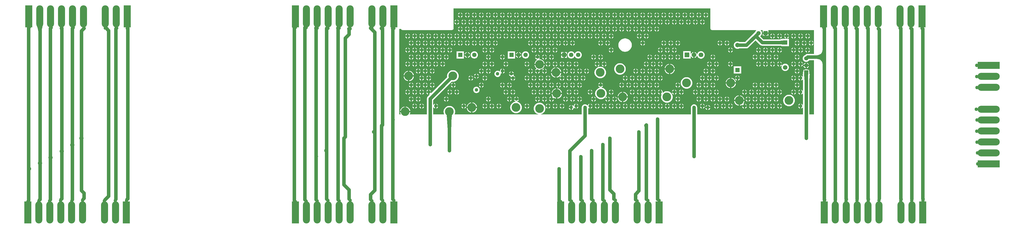
<source format=gbl>
G04 Layer_Physical_Order=2*
G04 Layer_Color=16711680*
%FSLAX25Y25*%
%MOIN*%
G70*
G01*
G75*
%ADD10R,0.10000X0.31500*%
%ADD11O,0.10000X0.31500*%
%ADD12O,0.31500X0.10000*%
%ADD13R,0.31500X0.10000*%
%ADD14C,0.05000*%
%ADD15C,0.06693*%
%ADD16R,0.06693X0.06693*%
%ADD17R,0.06299X0.06299*%
%ADD18C,0.06299*%
%ADD19R,0.05906X0.05906*%
%ADD20C,0.05906*%
%ADD21R,0.05906X0.05906*%
%ADD22C,0.06496*%
%ADD23R,0.06496X0.06496*%
%ADD24C,0.12500*%
%ADD25C,0.05000*%
%ADD26C,0.06000*%
G36*
X1218364Y448091D02*
X1218558Y447115D01*
X1219111Y446288D01*
X1219938Y445736D01*
X1220913Y445542D01*
X1283636D01*
X1283797Y445068D01*
X1283468Y444816D01*
X1282674Y443781D01*
X1282387Y443090D01*
X1267836Y428539D01*
X1259706D01*
X1259647Y428584D01*
X1258370Y429113D01*
X1257000Y429293D01*
X1255630Y429113D01*
X1254353Y428584D01*
X1253257Y427743D01*
X1252416Y426647D01*
X1251887Y425370D01*
X1251707Y424000D01*
X1251887Y422630D01*
X1252416Y421353D01*
X1253257Y420257D01*
X1254353Y419416D01*
X1255630Y418887D01*
X1257000Y418707D01*
X1258370Y418887D01*
X1259647Y419416D01*
X1259706Y419461D01*
X1269716D01*
X1270891Y419616D01*
X1271986Y420069D01*
X1272926Y420791D01*
X1282858Y430723D01*
X1289074Y424507D01*
X1290014Y423786D01*
X1291109Y423332D01*
X1292284Y423178D01*
X1314229D01*
X1314229Y423178D01*
X1318005Y423112D01*
X1319701Y423001D01*
X1319752Y422995D01*
Y422469D01*
X1321627D01*
X1321764Y422441D01*
X1321865Y422461D01*
X1321967Y422451D01*
X1322023Y422469D01*
X1330248D01*
Y432965D01*
X1322023D01*
X1321967Y432982D01*
X1321865Y432972D01*
X1321764Y432992D01*
X1321627Y432965D01*
X1319752D01*
Y432533D01*
X1315617Y432263D01*
X1314253Y432256D01*
X1314252Y432255D01*
X1294164D01*
X1289834Y436585D01*
X1289877Y437249D01*
X1290532Y437751D01*
X1291326Y438786D01*
X1291825Y439991D01*
X1291996Y441284D01*
X1291825Y442576D01*
X1291326Y443781D01*
X1290532Y444816D01*
X1290203Y445068D01*
X1290364Y445542D01*
X1292674D01*
X1293047Y445236D01*
X1293047Y445042D01*
Y442283D01*
X1297000D01*
X1300953D01*
Y445042D01*
X1300953Y445236D01*
X1301326Y445542D01*
X1366106D01*
Y411539D01*
X1357000D01*
X1357000Y411539D01*
X1355825Y411384D01*
X1354731Y410931D01*
X1353791Y410209D01*
X1353194Y409613D01*
X1352502Y409326D01*
X1351468Y408532D01*
X1350674Y407498D01*
X1350175Y406293D01*
X1350004Y405000D01*
X1350175Y403707D01*
X1350674Y402502D01*
X1351468Y401468D01*
X1352502Y400674D01*
X1353707Y400175D01*
X1355000Y400004D01*
X1356293Y400175D01*
X1357498Y400674D01*
X1358532Y401468D01*
X1359295Y402461D01*
X1366106D01*
Y325106D01*
X1366000Y325000D01*
X1359539D01*
Y374537D01*
X1359539Y374538D01*
X1359578Y378325D01*
X1359692Y380700D01*
X1359736Y381096D01*
X1359741Y381126D01*
X1359779Y381176D01*
X1359793Y381232D01*
X1359825Y381279D01*
X1359892Y381615D01*
X1359977Y381947D01*
X1359969Y382003D01*
X1359980Y382059D01*
X1359913Y382395D01*
X1359865Y382735D01*
X1359836Y382784D01*
X1359825Y382840D01*
X1359634Y383125D01*
X1359539Y383286D01*
Y385000D01*
X1359384Y386175D01*
X1358953Y387216D01*
Y388953D01*
X1357216D01*
X1356175Y389384D01*
X1355000Y389539D01*
X1353825Y389384D01*
X1352784Y388953D01*
X1351047D01*
Y387216D01*
X1350616Y386175D01*
X1350461Y385000D01*
Y383286D01*
X1350366Y383125D01*
X1350175Y382840D01*
X1350164Y382784D01*
X1350135Y382735D01*
X1350087Y382395D01*
X1350020Y382059D01*
X1350031Y382003D01*
X1350023Y381947D01*
X1350108Y381615D01*
X1350128Y381518D01*
X1350257Y379327D01*
X1349766Y379144D01*
X1349496Y379496D01*
X1348765Y380057D01*
X1348000Y380374D01*
Y377000D01*
Y373626D01*
X1348765Y373943D01*
X1349496Y374504D01*
X1349959Y375107D01*
X1350460Y374952D01*
X1350461Y374553D01*
X1350461Y374551D01*
Y359042D01*
X1349961Y358890D01*
X1349496Y359496D01*
X1348765Y360057D01*
X1348000Y360374D01*
Y357000D01*
Y353626D01*
X1348765Y353943D01*
X1349496Y354504D01*
X1349961Y355110D01*
X1350461Y354958D01*
Y339042D01*
X1349961Y338890D01*
X1349496Y339496D01*
X1348765Y340057D01*
X1348000Y340374D01*
Y337000D01*
Y333626D01*
X1348765Y333943D01*
X1349496Y334504D01*
X1349961Y335110D01*
X1350461Y334958D01*
Y325000D01*
X1199696D01*
Y335000D01*
X1199542Y336175D01*
X1199088Y337269D01*
X1198367Y338209D01*
X1197427Y338931D01*
X1196332Y339384D01*
X1195158Y339539D01*
X1193983Y339384D01*
X1192888Y338931D01*
X1191948Y338209D01*
X1191227Y337269D01*
X1190773Y336175D01*
X1190619Y335000D01*
Y325000D01*
X1044224D01*
Y333818D01*
X1044227Y333825D01*
X1044258Y334062D01*
X1044791Y334283D01*
X1045235Y333943D01*
X1046000Y333626D01*
Y337000D01*
Y340374D01*
X1045235Y340057D01*
X1044504Y339496D01*
X1043943Y338765D01*
X1043702Y338184D01*
X1043130Y338108D01*
X1043052Y338209D01*
X1042112Y338931D01*
X1041017Y339384D01*
X1039843Y339539D01*
X1039764Y339528D01*
X1039685Y339539D01*
X1038510Y339384D01*
X1037416Y338931D01*
X1036476Y338209D01*
X1035754Y337269D01*
X1035301Y336175D01*
X1035146Y335000D01*
Y325000D01*
X977109D01*
X977035Y325500D01*
X978172Y325845D01*
X979606Y326611D01*
X980862Y327642D01*
X981893Y328898D01*
X982659Y330331D01*
X983131Y331887D01*
X983290Y333504D01*
X983131Y335121D01*
X982659Y336676D01*
X981893Y338110D01*
X980862Y339366D01*
X979606Y340397D01*
X978172Y341163D01*
X976617Y341635D01*
X975000Y341794D01*
X973383Y341635D01*
X971828Y341163D01*
X970394Y340397D01*
X969138Y339366D01*
X968107Y338110D01*
X967341Y336676D01*
X966869Y335121D01*
X966710Y333504D01*
X966869Y331887D01*
X967341Y330331D01*
X968107Y328898D01*
X969138Y327642D01*
X970394Y326611D01*
X971828Y325845D01*
X972965Y325500D01*
X972891Y325000D01*
X854199D01*
X853942Y325429D01*
X854155Y325828D01*
X854627Y327383D01*
X854786Y329000D01*
X854627Y330617D01*
X854155Y332172D01*
X853389Y333606D01*
X852358Y334862D01*
X851102Y335893D01*
X849669Y336659D01*
X848113Y337131D01*
X846496Y337290D01*
X844879Y337131D01*
X843324Y336659D01*
X841890Y335893D01*
X840634Y334862D01*
X839603Y333606D01*
X838837Y332172D01*
X838365Y330617D01*
X838206Y329000D01*
X838365Y327383D01*
X838837Y325828D01*
X839050Y325429D01*
X838793Y325000D01*
X823539D01*
Y334958D01*
X824039Y335110D01*
X824504Y334504D01*
X825235Y333943D01*
X826000Y333626D01*
Y337000D01*
Y340374D01*
X825235Y340057D01*
X824504Y339496D01*
X824039Y338890D01*
X823539Y339042D01*
Y345624D01*
X849806Y371891D01*
X849879Y371869D01*
X851496Y371710D01*
X853113Y371869D01*
X854669Y372341D01*
X856102Y373107D01*
X857358Y374138D01*
X858389Y375394D01*
X859155Y376828D01*
X859627Y378383D01*
X859786Y380000D01*
X859627Y381617D01*
X859155Y383172D01*
X858389Y384606D01*
X857358Y385862D01*
X856102Y386893D01*
X854669Y387659D01*
X853113Y388131D01*
X851496Y388290D01*
X849879Y388131D01*
X848324Y387659D01*
X846890Y386893D01*
X845634Y385862D01*
X844603Y384606D01*
X843837Y383172D01*
X843365Y381617D01*
X843206Y380000D01*
X843365Y378383D01*
X843387Y378310D01*
X820801Y355724D01*
X820387Y356000D01*
X818000D01*
Y353612D01*
X818276Y353199D01*
X815791Y350713D01*
X815069Y349773D01*
X814616Y348679D01*
X814461Y347504D01*
Y325000D01*
X790073D01*
X789816Y325429D01*
X790235Y326212D01*
X790649Y327579D01*
X790691Y328000D01*
X783504D01*
X776317D01*
X776359Y327579D01*
X776773Y326212D01*
X777192Y325429D01*
X776935Y325000D01*
X775000D01*
Y447000D01*
X777635D01*
X778111Y446288D01*
X778938Y445736D01*
X779913Y445542D01*
X849913D01*
X850398Y445638D01*
X850882Y445733D01*
X850885Y445735D01*
X850889Y445736D01*
X851299Y446010D01*
X851711Y446283D01*
X851713Y446286D01*
X851716Y446288D01*
X851990Y446699D01*
X852266Y447109D01*
X852266Y447112D01*
X852268Y447115D01*
X852365Y447600D01*
X852462Y448084D01*
X852539Y476451D01*
X1218364D01*
Y448091D01*
D02*
G37*
G36*
X1357857Y381984D02*
X1357782Y381759D01*
X1357716Y381384D01*
X1357659Y380859D01*
X1357540Y378384D01*
X1357500Y374559D01*
X1352500D01*
X1352496Y375984D01*
X1352143Y381984D01*
X1352059Y382059D01*
X1357941D01*
X1357857Y381984D01*
D02*
G37*
G36*
X1321764Y424480D02*
X1321689Y424620D01*
X1321464Y424746D01*
X1321089Y424856D01*
X1320564Y424952D01*
X1319889Y425033D01*
X1318089Y425150D01*
X1314264Y425216D01*
Y430217D01*
X1315689Y430224D01*
X1321089Y430577D01*
X1321464Y430688D01*
X1321689Y430813D01*
X1321764Y430953D01*
Y424480D01*
D02*
G37*
G36*
X267024Y451830D02*
X266462Y449938D01*
X266233Y448919D01*
X265881Y446736D01*
X265758Y445571D01*
X265600Y441786D01*
X260600D01*
X260575Y443001D01*
X260379Y445299D01*
X260207Y446384D01*
X259715Y448422D01*
X259396Y449376D01*
X259027Y450287D01*
X258609Y451155D01*
X258142Y451978D01*
X267358Y452704D01*
X267024Y451830D01*
D02*
G37*
G36*
X1383100Y407000D02*
X1378100Y397000D01*
X1378000Y398425D01*
X1377700Y399700D01*
X1377200Y400825D01*
X1376500Y401800D01*
X1375600Y402625D01*
X1374500Y403300D01*
X1373200Y403825D01*
X1371700Y404200D01*
X1370000Y404425D01*
X1368100Y404500D01*
Y409500D01*
X1370000Y409575D01*
X1371700Y409800D01*
X1373200Y410175D01*
X1374500Y410700D01*
X1375600Y411375D01*
X1376500Y412200D01*
X1377200Y413175D01*
X1377700Y414300D01*
X1378000Y415575D01*
X1378100Y417000D01*
X1383100Y407000D01*
D02*
G37*
G36*
X850515Y324943D02*
X850196Y323898D01*
X849915Y322401D01*
X849671Y320452D01*
X849296Y315199D01*
X848996Y299272D01*
X843996D01*
X843977Y303931D01*
X842796Y323898D01*
X842477Y324943D01*
X842121Y325537D01*
X850871D01*
X850515Y324943D01*
D02*
G37*
%LPC*%
G36*
X1146000Y376000D02*
X1143626D01*
X1143943Y375235D01*
X1144504Y374504D01*
X1145235Y373943D01*
X1146000Y373626D01*
Y376000D01*
D02*
G37*
G36*
X1140374D02*
X1138000D01*
Y373626D01*
X1138765Y373943D01*
X1139496Y374504D01*
X1140057Y375235D01*
X1140374Y376000D01*
D02*
G37*
G36*
X1150374D02*
X1148000D01*
Y373626D01*
X1148765Y373943D01*
X1149496Y374504D01*
X1150057Y375235D01*
X1150374Y376000D01*
D02*
G37*
G36*
X997504Y384000D02*
X991317D01*
X991359Y383579D01*
X991773Y382212D01*
X992447Y380953D01*
X993353Y379849D01*
X994457Y378943D01*
X995716Y378270D01*
X997083Y377855D01*
X997504Y377813D01*
Y384000D01*
D02*
G37*
G36*
X1206000Y376000D02*
X1203626D01*
X1203943Y375235D01*
X1204504Y374504D01*
X1205235Y373943D01*
X1206000Y373626D01*
Y376000D01*
D02*
G37*
G36*
X1120374D02*
X1118000D01*
Y373626D01*
X1118765Y373943D01*
X1119496Y374504D01*
X1120057Y375235D01*
X1120374Y376000D01*
D02*
G37*
G36*
X1116000D02*
X1113626D01*
X1113943Y375235D01*
X1114504Y374504D01*
X1115235Y373943D01*
X1116000Y373626D01*
Y376000D01*
D02*
G37*
G36*
X1110374D02*
X1108000D01*
Y373626D01*
X1108765Y373943D01*
X1109496Y374504D01*
X1110057Y375235D01*
X1110374Y376000D01*
D02*
G37*
G36*
X1136000D02*
X1133626D01*
X1133943Y375235D01*
X1134504Y374504D01*
X1135235Y373943D01*
X1136000Y373626D01*
Y376000D01*
D02*
G37*
G36*
X1130374D02*
X1128000D01*
Y373626D01*
X1128765Y373943D01*
X1129496Y374504D01*
X1130057Y375235D01*
X1130374Y376000D01*
D02*
G37*
G36*
X1126000D02*
X1123626D01*
X1123943Y375235D01*
X1124504Y374504D01*
X1125235Y373943D01*
X1126000Y373626D01*
Y376000D01*
D02*
G37*
G36*
X1061496Y393290D02*
X1059879Y393131D01*
X1058324Y392659D01*
X1056890Y391893D01*
X1055634Y390862D01*
X1054603Y389606D01*
X1053837Y388172D01*
X1053365Y386617D01*
X1053206Y385000D01*
X1053365Y383383D01*
X1053837Y381828D01*
X1054603Y380394D01*
X1055634Y379138D01*
X1056890Y378107D01*
X1058324Y377341D01*
X1059879Y376869D01*
X1061496Y376710D01*
X1063113Y376869D01*
X1064668Y377341D01*
X1066102Y378107D01*
X1067358Y379138D01*
X1068389Y380394D01*
X1069155Y381828D01*
X1069627Y383383D01*
X1069786Y385000D01*
X1069627Y386617D01*
X1069155Y388172D01*
X1068389Y389606D01*
X1067358Y390862D01*
X1066102Y391893D01*
X1064668Y392659D01*
X1063113Y393131D01*
X1061496Y393290D01*
D02*
G37*
G36*
X1336000Y376000D02*
X1333626D01*
X1333943Y375235D01*
X1334504Y374504D01*
X1335235Y373943D01*
X1336000Y373626D01*
Y376000D01*
D02*
G37*
G36*
X1260374D02*
X1258000D01*
Y373626D01*
X1258765Y373943D01*
X1259496Y374504D01*
X1260057Y375235D01*
X1260374Y376000D01*
D02*
G37*
G36*
X1256000D02*
X1253626D01*
X1253943Y375235D01*
X1254504Y374504D01*
X1255235Y373943D01*
X1256000Y373626D01*
Y376000D01*
D02*
G37*
G36*
X888374Y378843D02*
X886000D01*
Y376468D01*
X886765Y376785D01*
X887496Y377346D01*
X888057Y378077D01*
X888374Y378843D01*
D02*
G37*
G36*
X1346000Y376000D02*
X1343626D01*
X1343943Y375235D01*
X1344504Y374504D01*
X1345235Y373943D01*
X1346000Y373626D01*
Y376000D01*
D02*
G37*
G36*
X1340374D02*
X1338000D01*
Y373626D01*
X1338765Y373943D01*
X1339496Y374504D01*
X1340057Y375235D01*
X1340374Y376000D01*
D02*
G37*
G36*
X884000Y378843D02*
X881626D01*
X881943Y378077D01*
X882504Y377346D01*
X883235Y376785D01*
X884000Y376468D01*
Y378843D01*
D02*
G37*
G36*
X1216000Y376000D02*
X1213626D01*
X1213943Y375235D01*
X1214504Y374504D01*
X1215235Y373943D01*
X1216000Y373626D01*
Y376000D01*
D02*
G37*
G36*
X1210374D02*
X1208000D01*
Y373626D01*
X1208765Y373943D01*
X1209496Y374504D01*
X1210057Y375235D01*
X1210374Y376000D01*
D02*
G37*
G36*
X1230374D02*
X1228000D01*
Y373626D01*
X1228765Y373943D01*
X1229496Y374504D01*
X1230057Y375235D01*
X1230374Y376000D01*
D02*
G37*
G36*
X1226000D02*
X1223626D01*
X1223943Y375235D01*
X1224504Y374504D01*
X1225235Y373943D01*
X1226000Y373626D01*
Y376000D01*
D02*
G37*
G36*
X1220374D02*
X1218000D01*
Y373626D01*
X1218765Y373943D01*
X1219496Y374504D01*
X1220057Y375235D01*
X1220374Y376000D01*
D02*
G37*
G36*
X956000D02*
X953626D01*
X953943Y375235D01*
X954504Y374504D01*
X955235Y373943D01*
X956000Y373626D01*
Y376000D01*
D02*
G37*
G36*
X940374D02*
X938000D01*
Y373626D01*
X938765Y373943D01*
X939496Y374504D01*
X940057Y375235D01*
X940374Y376000D01*
D02*
G37*
G36*
X936000D02*
X933626D01*
X933943Y375235D01*
X934504Y374504D01*
X935235Y373943D01*
X936000Y373626D01*
Y376000D01*
D02*
G37*
G36*
X960374D02*
X958000D01*
Y373626D01*
X958765Y373943D01*
X959496Y374504D01*
X960057Y375235D01*
X960374Y376000D01*
D02*
G37*
G36*
X976000D02*
X973626D01*
X973943Y375235D01*
X974504Y374504D01*
X975235Y373943D01*
X976000Y373626D01*
Y376000D01*
D02*
G37*
G36*
X970374D02*
X968000D01*
Y373626D01*
X968765Y373943D01*
X969496Y374504D01*
X970057Y375235D01*
X970374Y376000D01*
D02*
G37*
G36*
X966000D02*
X963626D01*
X963943Y375235D01*
X964504Y374504D01*
X965235Y373943D01*
X966000Y373626D01*
Y376000D01*
D02*
G37*
G36*
X820374D02*
X818000D01*
Y373626D01*
X818765Y373943D01*
X819496Y374504D01*
X820057Y375235D01*
X820374Y376000D01*
D02*
G37*
G36*
X816000D02*
X813626D01*
X813943Y375235D01*
X814504Y374504D01*
X815235Y373943D01*
X816000Y373626D01*
Y376000D01*
D02*
G37*
G36*
X810374D02*
X808000D01*
Y373626D01*
X808765Y373943D01*
X809496Y374504D01*
X810057Y375235D01*
X810374Y376000D01*
D02*
G37*
G36*
X876000D02*
X873626D01*
X873943Y375235D01*
X874504Y374504D01*
X875235Y373943D01*
X876000Y373626D01*
Y376000D01*
D02*
G37*
G36*
X900374D02*
X898000D01*
Y373626D01*
X898765Y373943D01*
X899496Y374504D01*
X900057Y375235D01*
X900374Y376000D01*
D02*
G37*
G36*
X896000D02*
X893626D01*
X893943Y375235D01*
X894504Y374504D01*
X895235Y373943D01*
X896000Y373626D01*
Y376000D01*
D02*
G37*
G36*
X880374D02*
X878000D01*
Y373626D01*
X878765Y373943D01*
X879496Y374504D01*
X880057Y375235D01*
X880374Y376000D01*
D02*
G37*
G36*
X1036000D02*
X1033626D01*
X1033943Y375235D01*
X1034504Y374504D01*
X1035235Y373943D01*
X1036000Y373626D01*
Y376000D01*
D02*
G37*
G36*
X1030374D02*
X1028000D01*
Y373626D01*
X1028765Y373943D01*
X1029496Y374504D01*
X1030057Y375235D01*
X1030374Y376000D01*
D02*
G37*
G36*
X1026000D02*
X1023626D01*
X1023943Y375235D01*
X1024504Y374504D01*
X1025235Y373943D01*
X1026000Y373626D01*
Y376000D01*
D02*
G37*
G36*
X1040374D02*
X1038000D01*
Y373626D01*
X1038765Y373943D01*
X1039496Y374504D01*
X1040057Y375235D01*
X1040374Y376000D01*
D02*
G37*
G36*
X1106000D02*
X1103626D01*
X1103943Y375235D01*
X1104504Y374504D01*
X1105235Y373943D01*
X1106000Y373626D01*
Y376000D01*
D02*
G37*
G36*
X1100374D02*
X1098000D01*
Y373626D01*
X1098765Y373943D01*
X1099496Y374504D01*
X1100057Y375235D01*
X1100374Y376000D01*
D02*
G37*
G36*
X1096000D02*
X1093626D01*
X1093943Y375235D01*
X1094504Y374504D01*
X1095235Y373943D01*
X1096000Y373626D01*
Y376000D01*
D02*
G37*
G36*
X990374D02*
X988000D01*
Y373626D01*
X988765Y373943D01*
X989496Y374504D01*
X990057Y375235D01*
X990374Y376000D01*
D02*
G37*
G36*
X986000D02*
X983626D01*
X983943Y375235D01*
X984504Y374504D01*
X985235Y373943D01*
X986000Y373626D01*
Y376000D01*
D02*
G37*
G36*
X980374D02*
X978000D01*
Y373626D01*
X978765Y373943D01*
X979496Y374504D01*
X980057Y375235D01*
X980374Y376000D01*
D02*
G37*
G36*
X1006000D02*
X1003626D01*
X1003943Y375235D01*
X1004504Y374504D01*
X1005235Y373943D01*
X1006000Y373626D01*
Y376000D01*
D02*
G37*
G36*
X1020374D02*
X1018000D01*
Y373626D01*
X1018765Y373943D01*
X1019496Y374504D01*
X1020057Y375235D01*
X1020374Y376000D01*
D02*
G37*
G36*
X1016000D02*
X1013626D01*
X1013943Y375235D01*
X1014504Y374504D01*
X1015235Y373943D01*
X1016000Y373626D01*
Y376000D01*
D02*
G37*
G36*
X1010374D02*
X1008000D01*
Y373626D01*
X1008765Y373943D01*
X1009496Y374504D01*
X1010057Y375235D01*
X1010374Y376000D01*
D02*
G37*
G36*
X1148000Y380374D02*
Y378000D01*
X1150374D01*
X1150057Y378765D01*
X1149496Y379496D01*
X1148765Y380057D01*
X1148000Y380374D01*
D02*
G37*
G36*
X1146000D02*
X1145235Y380057D01*
X1144504Y379496D01*
X1143943Y378765D01*
X1143626Y378000D01*
X1146000D01*
Y380374D01*
D02*
G37*
G36*
X1138000D02*
Y378000D01*
X1140374D01*
X1140057Y378765D01*
X1139496Y379496D01*
X1138765Y380057D01*
X1138000Y380374D01*
D02*
G37*
G36*
X1216000D02*
X1215235Y380057D01*
X1214504Y379496D01*
X1213943Y378765D01*
X1213626Y378000D01*
X1216000D01*
Y380374D01*
D02*
G37*
G36*
X1208000D02*
Y378000D01*
X1210374D01*
X1210057Y378765D01*
X1209496Y379496D01*
X1208765Y380057D01*
X1208000Y380374D01*
D02*
G37*
G36*
X1206000D02*
X1205235Y380057D01*
X1204504Y379496D01*
X1203943Y378765D01*
X1203626Y378000D01*
X1206000D01*
Y380374D01*
D02*
G37*
G36*
X1136000D02*
X1135235Y380057D01*
X1134504Y379496D01*
X1133943Y378765D01*
X1133626Y378000D01*
X1136000D01*
Y380374D01*
D02*
G37*
G36*
X1116000D02*
X1115235Y380057D01*
X1114504Y379496D01*
X1113943Y378765D01*
X1113626Y378000D01*
X1116000D01*
Y380374D01*
D02*
G37*
G36*
X1108000D02*
Y378000D01*
X1110374D01*
X1110057Y378765D01*
X1109496Y379496D01*
X1108765Y380057D01*
X1108000Y380374D01*
D02*
G37*
G36*
X1106000D02*
X1105235Y380057D01*
X1104504Y379496D01*
X1103943Y378765D01*
X1103626Y378000D01*
X1106000D01*
Y380374D01*
D02*
G37*
G36*
X1128000D02*
Y378000D01*
X1130374D01*
X1130057Y378765D01*
X1129496Y379496D01*
X1128765Y380057D01*
X1128000Y380374D01*
D02*
G37*
G36*
X1126000D02*
X1125235Y380057D01*
X1124504Y379496D01*
X1123943Y378765D01*
X1123626Y378000D01*
X1126000D01*
Y380374D01*
D02*
G37*
G36*
X1118000D02*
Y378000D01*
X1120374D01*
X1120057Y378765D01*
X1119496Y379496D01*
X1118765Y380057D01*
X1118000Y380374D01*
D02*
G37*
G36*
X1218000D02*
Y378000D01*
X1220374D01*
X1220057Y378765D01*
X1219496Y379496D01*
X1218765Y380057D01*
X1218000Y380374D01*
D02*
G37*
G36*
X787504Y387187D02*
X787083Y387145D01*
X785716Y386731D01*
X784457Y386057D01*
X783353Y385151D01*
X782447Y384047D01*
X781773Y382788D01*
X781359Y381421D01*
X781317Y381000D01*
X787504D01*
Y387187D01*
D02*
G37*
G36*
X886000Y383217D02*
Y380843D01*
X888374D01*
X888057Y381608D01*
X887496Y382339D01*
X886765Y382900D01*
X886000Y383217D01*
D02*
G37*
G36*
X884000Y383217D02*
X883235Y382900D01*
X882504Y382339D01*
X881943Y381608D01*
X881626Y380843D01*
X884000D01*
Y383217D01*
D02*
G37*
G36*
X1159433Y389000D02*
X1153246D01*
X1153288Y388579D01*
X1153703Y387212D01*
X1154376Y385953D01*
X1155282Y384849D01*
X1156386Y383943D01*
X1157645Y383270D01*
X1159012Y382855D01*
X1159433Y382813D01*
Y389000D01*
D02*
G37*
G36*
X1089567Y398290D02*
X1087950Y398131D01*
X1086395Y397659D01*
X1084961Y396893D01*
X1083705Y395862D01*
X1082674Y394606D01*
X1081908Y393172D01*
X1081436Y391617D01*
X1081277Y390000D01*
X1081436Y388383D01*
X1081908Y386828D01*
X1082674Y385394D01*
X1083705Y384138D01*
X1084961Y383107D01*
X1086395Y382341D01*
X1087950Y381869D01*
X1089567Y381710D01*
X1091184Y381869D01*
X1092739Y382341D01*
X1094173Y383107D01*
X1095429Y384138D01*
X1096460Y385394D01*
X1097226Y386828D01*
X1097698Y388383D01*
X1097857Y390000D01*
X1097698Y391617D01*
X1097226Y393172D01*
X1096460Y394606D01*
X1095429Y395862D01*
X1094173Y396893D01*
X1092739Y397659D01*
X1091184Y398131D01*
X1089567Y398290D01*
D02*
G37*
G36*
X789504Y387187D02*
Y381000D01*
X795690D01*
X795649Y381421D01*
X795234Y382788D01*
X794561Y384047D01*
X793655Y385151D01*
X792551Y386057D01*
X791292Y386731D01*
X789925Y387145D01*
X789504Y387187D01*
D02*
G37*
G36*
X1346000Y380374D02*
X1345235Y380057D01*
X1344504Y379496D01*
X1343943Y378765D01*
X1343626Y378000D01*
X1346000D01*
Y380374D01*
D02*
G37*
G36*
X1256000D02*
X1255235Y380057D01*
X1254504Y379496D01*
X1253943Y378765D01*
X1253626Y378000D01*
X1256000D01*
Y380374D01*
D02*
G37*
G36*
X1228000D02*
Y378000D01*
X1230374D01*
X1230057Y378765D01*
X1229496Y379496D01*
X1228765Y380057D01*
X1228000Y380374D01*
D02*
G37*
G36*
X1226000D02*
X1225235Y380057D01*
X1224504Y379496D01*
X1223943Y378765D01*
X1223626Y378000D01*
X1226000D01*
Y380374D01*
D02*
G37*
G36*
X1338000D02*
Y378000D01*
X1340374D01*
X1340057Y378765D01*
X1339496Y379496D01*
X1338765Y380057D01*
X1338000Y380374D01*
D02*
G37*
G36*
X1336000D02*
X1335235Y380057D01*
X1334504Y379496D01*
X1333943Y378765D01*
X1333626Y378000D01*
X1336000D01*
Y380374D01*
D02*
G37*
G36*
X1258000D02*
Y378000D01*
X1260374D01*
X1260057Y378765D01*
X1259496Y379496D01*
X1258765Y380057D01*
X1258000Y380374D01*
D02*
G37*
G36*
X1098000D02*
Y378000D01*
X1100374D01*
X1100057Y378765D01*
X1099496Y379496D01*
X1098765Y380057D01*
X1098000Y380374D01*
D02*
G37*
G36*
X938217Y382000D02*
X934843D01*
X931468D01*
X931785Y381235D01*
X932346Y380504D01*
X933077Y379943D01*
X933929Y379590D01*
X933944Y379588D01*
X934165Y379055D01*
X933943Y378765D01*
X933626Y378000D01*
X940374D01*
X940057Y378765D01*
X939496Y379496D01*
X938765Y380057D01*
X937914Y380410D01*
X937899Y380412D01*
X937678Y380945D01*
X937900Y381235D01*
X938217Y382000D01*
D02*
G37*
G36*
X898000Y380374D02*
Y378000D01*
X900374D01*
X900057Y378765D01*
X899496Y379496D01*
X898765Y380057D01*
X898000Y380374D01*
D02*
G37*
G36*
X896000D02*
X895235Y380057D01*
X894504Y379496D01*
X893943Y378765D01*
X893626Y378000D01*
X896000D01*
Y380374D01*
D02*
G37*
G36*
X966000D02*
X965235Y380057D01*
X964504Y379496D01*
X963943Y378765D01*
X963626Y378000D01*
X966000D01*
Y380374D01*
D02*
G37*
G36*
X958000D02*
Y378000D01*
X960374D01*
X960057Y378765D01*
X959496Y379496D01*
X958765Y380057D01*
X958000Y380374D01*
D02*
G37*
G36*
X956000D02*
X955235Y380057D01*
X954504Y379496D01*
X953943Y378765D01*
X953626Y378000D01*
X956000D01*
Y380374D01*
D02*
G37*
G36*
X878000D02*
Y378000D01*
X880374D01*
X880057Y378765D01*
X879496Y379496D01*
X878765Y380057D01*
X878000Y380374D01*
D02*
G37*
G36*
X808000D02*
Y378000D01*
X810374D01*
X810057Y378765D01*
X809496Y379496D01*
X808765Y380057D01*
X808000Y380374D01*
D02*
G37*
G36*
X806000D02*
X805235Y380057D01*
X804504Y379496D01*
X803943Y378765D01*
X803626Y378000D01*
X806000D01*
Y380374D01*
D02*
G37*
G36*
X1005690Y384000D02*
X999504D01*
Y377813D01*
X999925Y377855D01*
X1001292Y378270D01*
X1002551Y378943D01*
X1003655Y379849D01*
X1004561Y380953D01*
X1005235Y382212D01*
X1005649Y383579D01*
X1005690Y384000D01*
D02*
G37*
G36*
X876000Y380374D02*
X875235Y380057D01*
X874504Y379496D01*
X873943Y378765D01*
X873626Y378000D01*
X876000D01*
Y380374D01*
D02*
G37*
G36*
X818000D02*
Y378000D01*
X820374D01*
X820057Y378765D01*
X819496Y379496D01*
X818765Y380057D01*
X818000Y380374D01*
D02*
G37*
G36*
X816000D02*
X815235Y380057D01*
X814504Y379496D01*
X813943Y378765D01*
X813626Y378000D01*
X816000D01*
Y380374D01*
D02*
G37*
G36*
X968000D02*
Y378000D01*
X970374D01*
X970057Y378765D01*
X969496Y379496D01*
X968765Y380057D01*
X968000Y380374D01*
D02*
G37*
G36*
X1028000D02*
Y378000D01*
X1030374D01*
X1030057Y378765D01*
X1029496Y379496D01*
X1028765Y380057D01*
X1028000Y380374D01*
D02*
G37*
G36*
X1026000D02*
X1025235Y380057D01*
X1024504Y379496D01*
X1023943Y378765D01*
X1023626Y378000D01*
X1026000D01*
Y380374D01*
D02*
G37*
G36*
X1018000D02*
Y378000D01*
X1020374D01*
X1020057Y378765D01*
X1019496Y379496D01*
X1018765Y380057D01*
X1018000Y380374D01*
D02*
G37*
G36*
X1096000D02*
X1095235Y380057D01*
X1094504Y379496D01*
X1093943Y378765D01*
X1093626Y378000D01*
X1096000D01*
Y380374D01*
D02*
G37*
G36*
X1038000D02*
Y378000D01*
X1040374D01*
X1040057Y378765D01*
X1039496Y379496D01*
X1038765Y380057D01*
X1038000Y380374D01*
D02*
G37*
G36*
X1036000D02*
X1035235Y380057D01*
X1034504Y379496D01*
X1033943Y378765D01*
X1033626Y378000D01*
X1036000D01*
Y380374D01*
D02*
G37*
G36*
X1016000D02*
X1015235Y380057D01*
X1014504Y379496D01*
X1013943Y378765D01*
X1013626Y378000D01*
X1016000D01*
Y380374D01*
D02*
G37*
G36*
X986000D02*
X985235Y380057D01*
X984504Y379496D01*
X983943Y378765D01*
X983626Y378000D01*
X986000D01*
Y380374D01*
D02*
G37*
G36*
X978000D02*
Y378000D01*
X980374D01*
X980057Y378765D01*
X979496Y379496D01*
X978765Y380057D01*
X978000Y380374D01*
D02*
G37*
G36*
X976000D02*
X975235Y380057D01*
X974504Y379496D01*
X973943Y378765D01*
X973626Y378000D01*
X976000D01*
Y380374D01*
D02*
G37*
G36*
X1008000D02*
Y378000D01*
X1010374D01*
X1010057Y378765D01*
X1009496Y379496D01*
X1008765Y380057D01*
X1008000Y380374D01*
D02*
G37*
G36*
X1006000D02*
X1005235Y380057D01*
X1004504Y379496D01*
X1003943Y378765D01*
X1003626Y378000D01*
X1006000D01*
Y380374D01*
D02*
G37*
G36*
X988000D02*
Y378000D01*
X990374D01*
X990057Y378765D01*
X989496Y379496D01*
X988765Y380057D01*
X988000Y380374D01*
D02*
G37*
G36*
X806000Y376000D02*
X803626D01*
X803943Y375235D01*
X804504Y374504D01*
X805235Y373943D01*
X806000Y373626D01*
Y376000D01*
D02*
G37*
G36*
X1305374Y366000D02*
X1303000D01*
Y363626D01*
X1303765Y363943D01*
X1304496Y364504D01*
X1305057Y365235D01*
X1305374Y366000D01*
D02*
G37*
G36*
X1301000D02*
X1298626D01*
X1298943Y365235D01*
X1299504Y364504D01*
X1300235Y363943D01*
X1301000Y363626D01*
Y366000D01*
D02*
G37*
G36*
X1295374D02*
X1293000D01*
Y363626D01*
X1293765Y363943D01*
X1294496Y364504D01*
X1295057Y365235D01*
X1295374Y366000D01*
D02*
G37*
G36*
X1341000D02*
X1338626D01*
X1338943Y365235D01*
X1339504Y364504D01*
X1340235Y363943D01*
X1341000Y363626D01*
Y366000D01*
D02*
G37*
G36*
X1315374D02*
X1313000D01*
Y363626D01*
X1313765Y363943D01*
X1314496Y364504D01*
X1315057Y365235D01*
X1315374Y366000D01*
D02*
G37*
G36*
X1311000D02*
X1308626D01*
X1308943Y365235D01*
X1309504Y364504D01*
X1310235Y363943D01*
X1311000Y363626D01*
Y366000D01*
D02*
G37*
G36*
X1291000D02*
X1288626D01*
X1288943Y365235D01*
X1289504Y364504D01*
X1290235Y363943D01*
X1291000Y363626D01*
Y366000D01*
D02*
G37*
G36*
X1221000D02*
X1218626D01*
X1218943Y365235D01*
X1219504Y364504D01*
X1220235Y363943D01*
X1221000Y363626D01*
Y366000D01*
D02*
G37*
G36*
X1215374D02*
X1213000D01*
Y363626D01*
X1213765Y363943D01*
X1214496Y364504D01*
X1215057Y365235D01*
X1215374Y366000D01*
D02*
G37*
G36*
X1211000D02*
X1208626D01*
X1208943Y365235D01*
X1209504Y364504D01*
X1210235Y363943D01*
X1211000Y363626D01*
Y366000D01*
D02*
G37*
G36*
X1285374D02*
X1283000D01*
Y363626D01*
X1283765Y363943D01*
X1284496Y364504D01*
X1285057Y365235D01*
X1285374Y366000D01*
D02*
G37*
G36*
X1281000D02*
X1278626D01*
X1278943Y365235D01*
X1279504Y364504D01*
X1280235Y363943D01*
X1281000Y363626D01*
Y366000D01*
D02*
G37*
G36*
X1225374D02*
X1223000D01*
Y363626D01*
X1223765Y363943D01*
X1224496Y364504D01*
X1225057Y365235D01*
X1225374Y366000D01*
D02*
G37*
G36*
X1345374D02*
X1343000D01*
Y363626D01*
X1343765Y363943D01*
X1344496Y364504D01*
X1345057Y365235D01*
X1345374Y366000D01*
D02*
G37*
G36*
X853000Y370374D02*
Y368000D01*
X855374D01*
X855057Y368765D01*
X854496Y369496D01*
X853765Y370057D01*
X853000Y370374D01*
D02*
G37*
G36*
X851000D02*
X850235Y370057D01*
X849504Y369496D01*
X848943Y368765D01*
X848626Y368000D01*
X851000D01*
Y370374D01*
D02*
G37*
G36*
X823000D02*
Y368000D01*
X825374D01*
X825057Y368765D01*
X824496Y369496D01*
X823765Y370057D01*
X823000Y370374D01*
D02*
G37*
G36*
X921000D02*
X920235Y370057D01*
X919504Y369496D01*
X918943Y368765D01*
X918626Y368000D01*
X921000D01*
Y370374D01*
D02*
G37*
G36*
X893000D02*
Y368000D01*
X895374D01*
X895057Y368765D01*
X894496Y369496D01*
X893765Y370057D01*
X893000Y370374D01*
D02*
G37*
G36*
X891000D02*
X890235Y370057D01*
X889504Y369496D01*
X888943Y368765D01*
X888626Y368000D01*
X891000D01*
Y370374D01*
D02*
G37*
G36*
X821000D02*
X820235Y370057D01*
X819504Y369496D01*
X818943Y368765D01*
X818626Y368000D01*
X821000D01*
Y370374D01*
D02*
G37*
G36*
X801000D02*
X800235Y370057D01*
X799504Y369496D01*
X798943Y368765D01*
X798626Y368000D01*
X801000D01*
Y370374D01*
D02*
G37*
G36*
X793000D02*
Y368000D01*
X795374D01*
X795057Y368765D01*
X794496Y369496D01*
X793765Y370057D01*
X793000Y370374D01*
D02*
G37*
G36*
X791000D02*
X790235Y370057D01*
X789504Y369496D01*
X788943Y368765D01*
X788626Y368000D01*
X791000D01*
Y370374D01*
D02*
G37*
G36*
X813000D02*
Y368000D01*
X815374D01*
X815057Y368765D01*
X814496Y369496D01*
X813765Y370057D01*
X813000Y370374D01*
D02*
G37*
G36*
X811000D02*
X810235Y370057D01*
X809504Y369496D01*
X808943Y368765D01*
X808626Y368000D01*
X811000D01*
Y370374D01*
D02*
G37*
G36*
X803000D02*
Y368000D01*
X805374D01*
X805057Y368765D01*
X804496Y369496D01*
X803765Y370057D01*
X803000Y370374D01*
D02*
G37*
G36*
X1031000Y366000D02*
X1028626D01*
X1028943Y365235D01*
X1029504Y364504D01*
X1030235Y363943D01*
X1031000Y363626D01*
Y366000D01*
D02*
G37*
G36*
X1025374D02*
X1023000D01*
Y363626D01*
X1023765Y363943D01*
X1024496Y364504D01*
X1025057Y365235D01*
X1025374Y366000D01*
D02*
G37*
G36*
X1021000D02*
X1018626D01*
X1018943Y365235D01*
X1019504Y364504D01*
X1020235Y363943D01*
X1021000Y363626D01*
Y366000D01*
D02*
G37*
G36*
X1095374D02*
X1093000D01*
Y363626D01*
X1093765Y363943D01*
X1094496Y364504D01*
X1095057Y365235D01*
X1095374Y366000D01*
D02*
G37*
G36*
X1091000D02*
X1088626D01*
X1088943Y365235D01*
X1089504Y364504D01*
X1090235Y363943D01*
X1091000Y363626D01*
Y366000D01*
D02*
G37*
G36*
X1035374D02*
X1033000D01*
Y363626D01*
X1033765Y363943D01*
X1034496Y364504D01*
X1035057Y365235D01*
X1035374Y366000D01*
D02*
G37*
G36*
X1015374D02*
X1013000D01*
Y363626D01*
X1013765Y363943D01*
X1014496Y364504D01*
X1015057Y365235D01*
X1015374Y366000D01*
D02*
G37*
G36*
X995374D02*
X993000D01*
Y363626D01*
X993765Y363943D01*
X994496Y364504D01*
X995057Y365235D01*
X995374Y366000D01*
D02*
G37*
G36*
X991000D02*
X988626D01*
X988943Y365235D01*
X989504Y364504D01*
X990235Y363943D01*
X991000Y363626D01*
Y366000D01*
D02*
G37*
G36*
X985374D02*
X983000D01*
Y363626D01*
X983765Y363943D01*
X984496Y364504D01*
X985057Y365235D01*
X985374Y366000D01*
D02*
G37*
G36*
X1011000D02*
X1008626D01*
X1008943Y365235D01*
X1009504Y364504D01*
X1010235Y363943D01*
X1011000Y363626D01*
Y366000D01*
D02*
G37*
G36*
X1005374D02*
X1003000D01*
Y363626D01*
X1003765Y363943D01*
X1004496Y364504D01*
X1005057Y365235D01*
X1005374Y366000D01*
D02*
G37*
G36*
X1001000D02*
X998626D01*
X998943Y365235D01*
X999504Y364504D01*
X1000235Y363943D01*
X1001000Y363626D01*
Y366000D01*
D02*
G37*
G36*
X1101000D02*
X1098626D01*
X1098943Y365235D01*
X1099504Y364504D01*
X1100235Y363943D01*
X1101000Y363626D01*
Y366000D01*
D02*
G37*
G36*
X1171000D02*
X1168626D01*
X1168943Y365235D01*
X1169504Y364504D01*
X1170235Y363943D01*
X1171000Y363626D01*
Y366000D01*
D02*
G37*
G36*
X1145374D02*
X1143000D01*
Y363626D01*
X1143765Y363943D01*
X1144496Y364504D01*
X1145057Y365235D01*
X1145374Y366000D01*
D02*
G37*
G36*
X1141000D02*
X1138626D01*
X1138943Y365235D01*
X1139504Y364504D01*
X1140235Y363943D01*
X1141000Y363626D01*
Y366000D01*
D02*
G37*
G36*
X1205374D02*
X1203000D01*
Y363626D01*
X1203765Y363943D01*
X1204496Y364504D01*
X1205057Y365235D01*
X1205374Y366000D01*
D02*
G37*
G36*
X1201000D02*
X1198626D01*
X1198943Y365235D01*
X1199504Y364504D01*
X1200235Y363943D01*
X1201000Y363626D01*
Y366000D01*
D02*
G37*
G36*
X1175374D02*
X1173000D01*
Y363626D01*
X1173765Y363943D01*
X1174496Y364504D01*
X1175057Y365235D01*
X1175374Y366000D01*
D02*
G37*
G36*
X1135374D02*
X1133000D01*
Y363626D01*
X1133765Y363943D01*
X1134496Y364504D01*
X1135057Y365235D01*
X1135374Y366000D01*
D02*
G37*
G36*
X1115374D02*
X1113000D01*
Y363626D01*
X1113765Y363943D01*
X1114496Y364504D01*
X1115057Y365235D01*
X1115374Y366000D01*
D02*
G37*
G36*
X1111000D02*
X1108626D01*
X1108943Y365235D01*
X1109504Y364504D01*
X1110235Y363943D01*
X1111000Y363626D01*
Y366000D01*
D02*
G37*
G36*
X1105374D02*
X1103000D01*
Y363626D01*
X1103765Y363943D01*
X1104496Y364504D01*
X1105057Y365235D01*
X1105374Y366000D01*
D02*
G37*
G36*
X1131000D02*
X1128626D01*
X1128943Y365235D01*
X1129504Y364504D01*
X1130235Y363943D01*
X1131000Y363626D01*
Y366000D01*
D02*
G37*
G36*
X1125374D02*
X1123000D01*
Y363626D01*
X1123765Y363943D01*
X1124496Y364504D01*
X1125057Y365235D01*
X1125374Y366000D01*
D02*
G37*
G36*
X1121000D02*
X1118626D01*
X1118943Y365235D01*
X1119504Y364504D01*
X1120235Y363943D01*
X1121000Y363626D01*
Y366000D01*
D02*
G37*
G36*
X923000Y370374D02*
Y368000D01*
X925374D01*
X925057Y368765D01*
X924496Y369496D01*
X923765Y370057D01*
X923000Y370374D01*
D02*
G37*
G36*
X1211000D02*
X1210235Y370057D01*
X1209504Y369496D01*
X1208943Y368765D01*
X1208626Y368000D01*
X1211000D01*
Y370374D01*
D02*
G37*
G36*
X1203000D02*
Y368000D01*
X1205374D01*
X1205057Y368765D01*
X1204496Y369496D01*
X1203765Y370057D01*
X1203000Y370374D01*
D02*
G37*
G36*
X1201000D02*
X1200235Y370057D01*
X1199504Y369496D01*
X1198943Y368765D01*
X1198626Y368000D01*
X1201000D01*
Y370374D01*
D02*
G37*
G36*
X1223000D02*
Y368000D01*
X1225374D01*
X1225057Y368765D01*
X1224496Y369496D01*
X1223765Y370057D01*
X1223000Y370374D01*
D02*
G37*
G36*
X1221000D02*
X1220235Y370057D01*
X1219504Y369496D01*
X1218943Y368765D01*
X1218626Y368000D01*
X1221000D01*
Y370374D01*
D02*
G37*
G36*
X1213000D02*
Y368000D01*
X1215374D01*
X1215057Y368765D01*
X1214496Y369496D01*
X1213765Y370057D01*
X1213000Y370374D01*
D02*
G37*
G36*
X1173000D02*
Y368000D01*
X1175374D01*
X1175057Y368765D01*
X1174496Y369496D01*
X1173765Y370057D01*
X1173000Y370374D01*
D02*
G37*
G36*
X1133000D02*
Y368000D01*
X1135374D01*
X1135057Y368765D01*
X1134496Y369496D01*
X1133765Y370057D01*
X1133000Y370374D01*
D02*
G37*
G36*
X1131000D02*
X1130235Y370057D01*
X1129504Y369496D01*
X1128943Y368765D01*
X1128626Y368000D01*
X1131000D01*
Y370374D01*
D02*
G37*
G36*
X1123000D02*
Y368000D01*
X1125374D01*
X1125057Y368765D01*
X1124496Y369496D01*
X1123765Y370057D01*
X1123000Y370374D01*
D02*
G37*
G36*
X1171000D02*
X1170235Y370057D01*
X1169504Y369496D01*
X1168943Y368765D01*
X1168626Y368000D01*
X1171000D01*
Y370374D01*
D02*
G37*
G36*
X1143000D02*
Y368000D01*
X1145374D01*
X1145057Y368765D01*
X1144496Y369496D01*
X1143765Y370057D01*
X1143000Y370374D01*
D02*
G37*
G36*
X1141000D02*
X1140235Y370057D01*
X1139504Y369496D01*
X1138943Y368765D01*
X1138626Y368000D01*
X1141000D01*
Y370374D01*
D02*
G37*
G36*
X1281000D02*
X1280235Y370057D01*
X1279504Y369496D01*
X1278943Y368765D01*
X1278626Y368000D01*
X1281000D01*
Y370374D01*
D02*
G37*
G36*
X1246496Y377187D02*
X1246075Y377145D01*
X1244708Y376730D01*
X1243449Y376057D01*
X1242345Y375151D01*
X1241439Y374047D01*
X1240765Y372788D01*
X1240351Y371421D01*
X1240310Y371000D01*
X1246496D01*
Y377187D01*
D02*
G37*
G36*
X1343000Y370374D02*
Y368000D01*
X1345374D01*
X1345057Y368765D01*
X1344496Y369496D01*
X1343765Y370057D01*
X1343000Y370374D01*
D02*
G37*
G36*
X1341000D02*
X1340235Y370057D01*
X1339504Y369496D01*
X1338943Y368765D01*
X1338626Y368000D01*
X1341000D01*
Y370374D01*
D02*
G37*
G36*
X795690Y379000D02*
X789504D01*
Y372813D01*
X789925Y372855D01*
X791292Y373270D01*
X792551Y373943D01*
X793655Y374849D01*
X794561Y375953D01*
X795234Y377212D01*
X795649Y378579D01*
X795690Y379000D01*
D02*
G37*
G36*
X787504D02*
X781317D01*
X781359Y378579D01*
X781773Y377212D01*
X782447Y375953D01*
X783353Y374849D01*
X784457Y373943D01*
X785716Y373270D01*
X787083Y372855D01*
X787504Y372813D01*
Y379000D01*
D02*
G37*
G36*
X1248496Y377187D02*
Y371000D01*
X1254683D01*
X1254641Y371421D01*
X1254227Y372788D01*
X1253553Y374047D01*
X1252647Y375151D01*
X1251543Y376057D01*
X1250284Y376730D01*
X1248917Y377145D01*
X1248496Y377187D01*
D02*
G37*
G36*
X1313000Y370374D02*
Y368000D01*
X1315374D01*
X1315057Y368765D01*
X1314496Y369496D01*
X1313765Y370057D01*
X1313000Y370374D01*
D02*
G37*
G36*
X1293000D02*
Y368000D01*
X1295374D01*
X1295057Y368765D01*
X1294496Y369496D01*
X1293765Y370057D01*
X1293000Y370374D01*
D02*
G37*
G36*
X1291000D02*
X1290235Y370057D01*
X1289504Y369496D01*
X1288943Y368765D01*
X1288626Y368000D01*
X1291000D01*
Y370374D01*
D02*
G37*
G36*
X1283000D02*
Y368000D01*
X1285374D01*
X1285057Y368765D01*
X1284496Y369496D01*
X1283765Y370057D01*
X1283000Y370374D01*
D02*
G37*
G36*
X1311000D02*
X1310235Y370057D01*
X1309504Y369496D01*
X1308943Y368765D01*
X1308626Y368000D01*
X1311000D01*
Y370374D01*
D02*
G37*
G36*
X1303000D02*
Y368000D01*
X1305374D01*
X1305057Y368765D01*
X1304496Y369496D01*
X1303765Y370057D01*
X1303000Y370374D01*
D02*
G37*
G36*
X1301000D02*
X1300235Y370057D01*
X1299504Y369496D01*
X1298943Y368765D01*
X1298626Y368000D01*
X1301000D01*
Y370374D01*
D02*
G37*
G36*
X993000D02*
Y368000D01*
X995374D01*
X995057Y368765D01*
X994496Y369496D01*
X993765Y370057D01*
X993000Y370374D01*
D02*
G37*
G36*
X991000D02*
X990235Y370057D01*
X989504Y369496D01*
X988943Y368765D01*
X988626Y368000D01*
X991000D01*
Y370374D01*
D02*
G37*
G36*
X983000D02*
Y368000D01*
X985374D01*
X985057Y368765D01*
X984496Y369496D01*
X983765Y370057D01*
X983000Y370374D01*
D02*
G37*
G36*
X1011000D02*
X1010235Y370057D01*
X1009504Y369496D01*
X1008943Y368765D01*
X1008626Y368000D01*
X1011000D01*
Y370374D01*
D02*
G37*
G36*
X1003000D02*
Y368000D01*
X1005374D01*
X1005057Y368765D01*
X1004496Y369496D01*
X1003765Y370057D01*
X1003000Y370374D01*
D02*
G37*
G36*
X1001000D02*
X1000235Y370057D01*
X999504Y369496D01*
X998943Y368765D01*
X998626Y368000D01*
X1001000D01*
Y370374D01*
D02*
G37*
G36*
X981000D02*
X980235Y370057D01*
X979504Y369496D01*
X978943Y368765D01*
X978626Y368000D01*
X981000D01*
Y370374D01*
D02*
G37*
G36*
X961000D02*
X960235Y370057D01*
X959504Y369496D01*
X958943Y368765D01*
X958626Y368000D01*
X961000D01*
Y370374D01*
D02*
G37*
G36*
X933000D02*
Y368000D01*
X935374D01*
X935057Y368765D01*
X934496Y369496D01*
X933765Y370057D01*
X933000Y370374D01*
D02*
G37*
G36*
X931000D02*
X930235Y370057D01*
X929504Y369496D01*
X928943Y368765D01*
X928626Y368000D01*
X931000D01*
Y370374D01*
D02*
G37*
G36*
X973000D02*
Y368000D01*
X975374D01*
X975057Y368765D01*
X974496Y369496D01*
X973765Y370057D01*
X973000Y370374D01*
D02*
G37*
G36*
X971000D02*
X970235Y370057D01*
X969504Y369496D01*
X968943Y368765D01*
X968626Y368000D01*
X971000D01*
Y370374D01*
D02*
G37*
G36*
X963000D02*
Y368000D01*
X965374D01*
X965057Y368765D01*
X964496Y369496D01*
X963765Y370057D01*
X963000Y370374D01*
D02*
G37*
G36*
X1013000D02*
Y368000D01*
X1015374D01*
X1015057Y368765D01*
X1014496Y369496D01*
X1013765Y370057D01*
X1013000Y370374D01*
D02*
G37*
G36*
X1103000D02*
Y368000D01*
X1105374D01*
X1105057Y368765D01*
X1104496Y369496D01*
X1103765Y370057D01*
X1103000Y370374D01*
D02*
G37*
G36*
X1101000D02*
X1100235Y370057D01*
X1099504Y369496D01*
X1098943Y368765D01*
X1098626Y368000D01*
X1101000D01*
Y370374D01*
D02*
G37*
G36*
X1093000D02*
Y368000D01*
X1095374D01*
X1095057Y368765D01*
X1094496Y369496D01*
X1093765Y370057D01*
X1093000Y370374D01*
D02*
G37*
G36*
X1121000D02*
X1120235Y370057D01*
X1119504Y369496D01*
X1118943Y368765D01*
X1118626Y368000D01*
X1121000D01*
Y370374D01*
D02*
G37*
G36*
X1113000D02*
Y368000D01*
X1115374D01*
X1115057Y368765D01*
X1114496Y369496D01*
X1113765Y370057D01*
X1113000Y370374D01*
D02*
G37*
G36*
X1111000D02*
X1110235Y370057D01*
X1109504Y369496D01*
X1108943Y368765D01*
X1108626Y368000D01*
X1111000D01*
Y370374D01*
D02*
G37*
G36*
X1091000D02*
X1090235Y370057D01*
X1089504Y369496D01*
X1088943Y368765D01*
X1088626Y368000D01*
X1091000D01*
Y370374D01*
D02*
G37*
G36*
X1031000D02*
X1030235Y370057D01*
X1029504Y369496D01*
X1028943Y368765D01*
X1028626Y368000D01*
X1031000D01*
Y370374D01*
D02*
G37*
G36*
X1023000D02*
Y368000D01*
X1025374D01*
X1025057Y368765D01*
X1024496Y369496D01*
X1023765Y370057D01*
X1023000Y370374D01*
D02*
G37*
G36*
X1021000D02*
X1020235Y370057D01*
X1019504Y369496D01*
X1018943Y368765D01*
X1018626Y368000D01*
X1021000D01*
Y370374D01*
D02*
G37*
G36*
X1063000D02*
Y368000D01*
X1065374D01*
X1065057Y368765D01*
X1064496Y369496D01*
X1063765Y370057D01*
X1063000Y370374D01*
D02*
G37*
G36*
X1061000D02*
X1060235Y370057D01*
X1059504Y369496D01*
X1058943Y368765D01*
X1058626Y368000D01*
X1061000D01*
Y370374D01*
D02*
G37*
G36*
X1033000D02*
Y368000D01*
X1035374D01*
X1035057Y368765D01*
X1034496Y369496D01*
X1033765Y370057D01*
X1033000Y370374D01*
D02*
G37*
G36*
X975374Y406000D02*
X968626D01*
X968943Y405235D01*
X969504Y404504D01*
X970235Y403943D01*
X971086Y403590D01*
X971684Y403511D01*
X971778Y402995D01*
X970953Y402553D01*
X969849Y401647D01*
X968943Y400543D01*
X968270Y399284D01*
X967855Y397917D01*
X967813Y397496D01*
X975000D01*
X982187D01*
X982145Y397917D01*
X981730Y399284D01*
X981057Y400543D01*
X980151Y401647D01*
X979047Y402553D01*
X977788Y403227D01*
X976421Y403641D01*
X975000Y403781D01*
X974284Y403711D01*
X974093Y404194D01*
X974496Y404504D01*
X975057Y405235D01*
X975374Y406000D01*
D02*
G37*
G36*
X1356000Y398855D02*
Y396000D01*
X1358855D01*
X1358851Y396032D01*
X1358453Y396993D01*
X1357819Y397819D01*
X1356993Y398453D01*
X1356032Y398851D01*
X1356000Y398855D01*
D02*
G37*
G36*
X1354000D02*
X1353968Y398851D01*
X1353007Y398453D01*
X1352181Y397819D01*
X1351547Y396993D01*
X1351149Y396032D01*
X1351145Y396000D01*
X1354000D01*
Y398855D01*
D02*
G37*
G36*
X796000Y400374D02*
X795235Y400057D01*
X794504Y399496D01*
X793943Y398765D01*
X793626Y398000D01*
X796000D01*
Y400374D01*
D02*
G37*
G36*
X788000D02*
Y398000D01*
X790374D01*
X790057Y398765D01*
X789496Y399496D01*
X788765Y400057D01*
X788000Y400374D01*
D02*
G37*
G36*
X786000D02*
X785235Y400057D01*
X784504Y399496D01*
X783943Y398765D01*
X783626Y398000D01*
X786000D01*
Y400374D01*
D02*
G37*
G36*
X1325000Y397577D02*
X1323630Y397396D01*
X1322353Y396868D01*
X1321257Y396026D01*
X1320644Y395227D01*
X1320538Y395090D01*
X1320102Y395342D01*
X1320171Y395510D01*
X1320374Y396000D01*
X1318000D01*
Y393626D01*
X1318765Y393943D01*
X1319496Y394504D01*
X1319829Y394938D01*
X1319935Y395075D01*
X1320372Y394823D01*
X1320302Y394655D01*
X1319887Y393653D01*
X1319707Y392284D01*
X1319887Y390914D01*
X1320416Y389637D01*
X1321257Y388541D01*
X1322353Y387699D01*
X1323630Y387171D01*
X1325000Y386990D01*
X1326370Y387171D01*
X1327647Y387699D01*
X1328743Y388541D01*
X1329584Y389637D01*
X1330113Y390914D01*
X1330293Y392284D01*
X1330113Y393653D01*
X1329584Y394930D01*
X1328743Y396026D01*
X1327647Y396868D01*
X1326370Y397396D01*
X1325000Y397577D01*
D02*
G37*
G36*
X1336000Y396000D02*
X1333626D01*
X1333943Y395235D01*
X1334504Y394504D01*
X1335235Y393943D01*
X1336000Y393626D01*
Y396000D01*
D02*
G37*
G36*
X1316000D02*
X1313626D01*
X1313943Y395235D01*
X1314504Y394504D01*
X1315235Y393943D01*
X1316000Y393626D01*
Y396000D01*
D02*
G37*
G36*
X1310374D02*
X1308000D01*
Y393626D01*
X1308765Y393943D01*
X1309496Y394504D01*
X1310057Y395235D01*
X1310374Y396000D01*
D02*
G37*
G36*
X1350374D02*
X1348000D01*
Y393626D01*
X1348765Y393943D01*
X1349496Y394504D01*
X1350057Y395235D01*
X1350374Y396000D01*
D02*
G37*
G36*
X1346000D02*
X1343626D01*
X1343943Y395235D01*
X1344504Y394504D01*
X1345235Y393943D01*
X1346000Y393626D01*
Y396000D01*
D02*
G37*
G36*
X1340374D02*
X1338000D01*
Y393626D01*
X1338765Y393943D01*
X1339496Y394504D01*
X1340057Y395235D01*
X1340374Y396000D01*
D02*
G37*
G36*
X798000Y400374D02*
Y398000D01*
X800374D01*
X800057Y398765D01*
X799496Y399496D01*
X798765Y400057D01*
X798000Y400374D01*
D02*
G37*
G36*
X898000D02*
Y398000D01*
X900374D01*
X900057Y398765D01*
X899496Y399496D01*
X898765Y400057D01*
X898000Y400374D01*
D02*
G37*
G36*
X896000D02*
X895235Y400057D01*
X894504Y399496D01*
X893943Y398765D01*
X893626Y398000D01*
X896000D01*
Y400374D01*
D02*
G37*
G36*
X838000D02*
Y398000D01*
X840374D01*
X840057Y398765D01*
X839496Y399496D01*
X838765Y400057D01*
X838000Y400374D01*
D02*
G37*
G36*
X926000D02*
X925235Y400057D01*
X924504Y399496D01*
X923943Y398765D01*
X923626Y398000D01*
X926000D01*
Y400374D01*
D02*
G37*
G36*
X908000D02*
Y398000D01*
X910374D01*
X910057Y398765D01*
X909496Y399496D01*
X908765Y400057D01*
X908000Y400374D01*
D02*
G37*
G36*
X906000D02*
X905235Y400057D01*
X904504Y399496D01*
X903943Y398765D01*
X903626Y398000D01*
X906000D01*
Y400374D01*
D02*
G37*
G36*
X836000D02*
X835235Y400057D01*
X834504Y399496D01*
X833943Y398765D01*
X833626Y398000D01*
X836000D01*
Y400374D01*
D02*
G37*
G36*
X816000D02*
X815235Y400057D01*
X814504Y399496D01*
X813943Y398765D01*
X813626Y398000D01*
X816000D01*
Y400374D01*
D02*
G37*
G36*
X808000D02*
Y398000D01*
X810374D01*
X810057Y398765D01*
X809496Y399496D01*
X808765Y400057D01*
X808000Y400374D01*
D02*
G37*
G36*
X806000D02*
X805235Y400057D01*
X804504Y399496D01*
X803943Y398765D01*
X803626Y398000D01*
X806000D01*
Y400374D01*
D02*
G37*
G36*
X828000D02*
Y398000D01*
X830374D01*
X830057Y398765D01*
X829496Y399496D01*
X828765Y400057D01*
X828000Y400374D01*
D02*
G37*
G36*
X826000D02*
X825235Y400057D01*
X824504Y399496D01*
X823943Y398765D01*
X823626Y398000D01*
X826000D01*
Y400374D01*
D02*
G37*
G36*
X818000D02*
Y398000D01*
X820374D01*
X820057Y398765D01*
X819496Y399496D01*
X818765Y400057D01*
X818000Y400374D01*
D02*
G37*
G36*
X1306000Y396000D02*
X1303626D01*
X1303943Y395235D01*
X1304504Y394504D01*
X1305235Y393943D01*
X1306000Y393626D01*
Y396000D01*
D02*
G37*
G36*
X1066000D02*
X1063626D01*
X1063943Y395235D01*
X1064504Y394504D01*
X1065235Y393943D01*
X1066000Y393626D01*
Y396000D01*
D02*
G37*
G36*
X1060374D02*
X1058000D01*
Y393626D01*
X1058765Y393943D01*
X1059496Y394504D01*
X1060057Y395235D01*
X1060374Y396000D01*
D02*
G37*
G36*
X1056000D02*
X1053626D01*
X1053943Y395235D01*
X1054504Y394504D01*
X1055235Y393943D01*
X1056000Y393626D01*
Y396000D01*
D02*
G37*
G36*
X1130374D02*
X1128000D01*
Y393626D01*
X1128765Y393943D01*
X1129496Y394504D01*
X1130057Y395235D01*
X1130374Y396000D01*
D02*
G37*
G36*
X1126000D02*
X1123626D01*
X1123943Y395235D01*
X1124504Y394504D01*
X1125235Y393943D01*
X1126000Y393626D01*
Y396000D01*
D02*
G37*
G36*
X1070374D02*
X1068000D01*
Y393626D01*
X1068765Y393943D01*
X1069496Y394504D01*
X1070057Y395235D01*
X1070374Y396000D01*
D02*
G37*
G36*
X1030374D02*
X1028000D01*
Y393626D01*
X1028765Y393943D01*
X1029496Y394504D01*
X1030057Y395235D01*
X1030374Y396000D01*
D02*
G37*
G36*
X1010374D02*
X1008000D01*
Y393626D01*
X1008765Y393943D01*
X1009496Y394504D01*
X1010057Y395235D01*
X1010374Y396000D01*
D02*
G37*
G36*
X1006000D02*
X1003626D01*
X1003943Y395235D01*
X1004504Y394504D01*
X1005235Y393943D01*
X1006000Y393626D01*
Y396000D01*
D02*
G37*
G36*
X1000374D02*
X998000D01*
Y393626D01*
X998765Y393943D01*
X999496Y394504D01*
X1000057Y395235D01*
X1000374Y396000D01*
D02*
G37*
G36*
X1026000D02*
X1023626D01*
X1023943Y395235D01*
X1024504Y394504D01*
X1025235Y393943D01*
X1026000Y393626D01*
Y396000D01*
D02*
G37*
G36*
X1020374D02*
X1018000D01*
Y393626D01*
X1018765Y393943D01*
X1019496Y394504D01*
X1020057Y395235D01*
X1020374Y396000D01*
D02*
G37*
G36*
X1016000D02*
X1013626D01*
X1013943Y395235D01*
X1014504Y394504D01*
X1015235Y393943D01*
X1016000Y393626D01*
Y396000D01*
D02*
G37*
G36*
X1136000D02*
X1133626D01*
X1133943Y395235D01*
X1134504Y394504D01*
X1135235Y393943D01*
X1136000Y393626D01*
Y396000D01*
D02*
G37*
G36*
X1286000D02*
X1283626D01*
X1283943Y395235D01*
X1284504Y394504D01*
X1285235Y393943D01*
X1286000Y393626D01*
Y396000D01*
D02*
G37*
G36*
X1250374D02*
X1248000D01*
Y393626D01*
X1248765Y393943D01*
X1249496Y394504D01*
X1250057Y395235D01*
X1250374Y396000D01*
D02*
G37*
G36*
X1246000D02*
X1243626D01*
X1243943Y395235D01*
X1244504Y394504D01*
X1245235Y393943D01*
X1246000Y393626D01*
Y396000D01*
D02*
G37*
G36*
X1300374D02*
X1298000D01*
Y393626D01*
X1298765Y393943D01*
X1299496Y394504D01*
X1300057Y395235D01*
X1300374Y396000D01*
D02*
G37*
G36*
X1296000D02*
X1293626D01*
X1293943Y395235D01*
X1294504Y394504D01*
X1295235Y393943D01*
X1296000Y393626D01*
Y396000D01*
D02*
G37*
G36*
X1290374D02*
X1288000D01*
Y393626D01*
X1288765Y393943D01*
X1289496Y394504D01*
X1290057Y395235D01*
X1290374Y396000D01*
D02*
G37*
G36*
X1230374D02*
X1228000D01*
Y393626D01*
X1228765Y393943D01*
X1229496Y394504D01*
X1230057Y395235D01*
X1230374Y396000D01*
D02*
G37*
G36*
X1150374D02*
X1148000D01*
Y393626D01*
X1148765Y393943D01*
X1149496Y394504D01*
X1150057Y395235D01*
X1150374Y396000D01*
D02*
G37*
G36*
X1146000D02*
X1143626D01*
X1143943Y395235D01*
X1144504Y394504D01*
X1145235Y393943D01*
X1146000Y393626D01*
Y396000D01*
D02*
G37*
G36*
X1140374D02*
X1138000D01*
Y393626D01*
X1138765Y393943D01*
X1139496Y394504D01*
X1140057Y395235D01*
X1140374Y396000D01*
D02*
G37*
G36*
X1226000D02*
X1223626D01*
X1223943Y395235D01*
X1224504Y394504D01*
X1225235Y393943D01*
X1226000Y393626D01*
Y396000D01*
D02*
G37*
G36*
X1220374D02*
X1218000D01*
Y393626D01*
X1218765Y393943D01*
X1219496Y394504D01*
X1220057Y395235D01*
X1220374Y396000D01*
D02*
G37*
G36*
X1216000D02*
X1213626D01*
X1213943Y395235D01*
X1214504Y394504D01*
X1215235Y393943D01*
X1216000Y393626D01*
Y396000D01*
D02*
G37*
G36*
X1336000Y400374D02*
X1335235Y400057D01*
X1334504Y399496D01*
X1333943Y398765D01*
X1333626Y398000D01*
X1336000D01*
Y400374D01*
D02*
G37*
G36*
X1318000D02*
Y398000D01*
X1320374D01*
X1320057Y398765D01*
X1319496Y399496D01*
X1318765Y400057D01*
X1318000Y400374D01*
D02*
G37*
G36*
X1316000D02*
X1315235Y400057D01*
X1314504Y399496D01*
X1313943Y398765D01*
X1313626Y398000D01*
X1316000D01*
Y400374D01*
D02*
G37*
G36*
X1348000D02*
Y398000D01*
X1350374D01*
X1350057Y398765D01*
X1349496Y399496D01*
X1348765Y400057D01*
X1348000Y400374D01*
D02*
G37*
G36*
X1346000D02*
X1345235Y400057D01*
X1344504Y399496D01*
X1343943Y398765D01*
X1343626Y398000D01*
X1346000D01*
Y400374D01*
D02*
G37*
G36*
X1338000D02*
Y398000D01*
X1340374D01*
X1340057Y398765D01*
X1339496Y399496D01*
X1338765Y400057D01*
X1338000Y400374D01*
D02*
G37*
G36*
X1308000D02*
Y398000D01*
X1310374D01*
X1310057Y398765D01*
X1309496Y399496D01*
X1308765Y400057D01*
X1308000Y400374D01*
D02*
G37*
G36*
X1288000D02*
Y398000D01*
X1290374D01*
X1290057Y398765D01*
X1289496Y399496D01*
X1288765Y400057D01*
X1288000Y400374D01*
D02*
G37*
G36*
X1286000D02*
X1285235Y400057D01*
X1284504Y399496D01*
X1283943Y398765D01*
X1283626Y398000D01*
X1286000D01*
Y400374D01*
D02*
G37*
G36*
X1248000D02*
Y398000D01*
X1250374D01*
X1250057Y398765D01*
X1249496Y399496D01*
X1248765Y400057D01*
X1248000Y400374D01*
D02*
G37*
G36*
X1306000D02*
X1305235Y400057D01*
X1304504Y399496D01*
X1303943Y398765D01*
X1303626Y398000D01*
X1306000D01*
Y400374D01*
D02*
G37*
G36*
X1298000D02*
Y398000D01*
X1300374D01*
X1300057Y398765D01*
X1299496Y399496D01*
X1298765Y400057D01*
X1298000Y400374D01*
D02*
G37*
G36*
X1296000D02*
X1295235Y400057D01*
X1294504Y399496D01*
X1293943Y398765D01*
X1293626Y398000D01*
X1296000D01*
Y400374D01*
D02*
G37*
G36*
X791000Y406000D02*
X788626D01*
X788943Y405235D01*
X789504Y404504D01*
X790235Y403943D01*
X791000Y403626D01*
Y406000D01*
D02*
G37*
G36*
X841000D02*
X838626D01*
X838943Y405235D01*
X839504Y404504D01*
X840235Y403943D01*
X841000Y403626D01*
Y406000D01*
D02*
G37*
G36*
X835374D02*
X833000D01*
Y403626D01*
X833765Y403943D01*
X834496Y404504D01*
X835057Y405235D01*
X835374Y406000D01*
D02*
G37*
G36*
X831000D02*
X828626D01*
X828943Y405235D01*
X829504Y404504D01*
X830235Y403943D01*
X831000Y403626D01*
Y406000D01*
D02*
G37*
G36*
X905374D02*
X903000D01*
Y403626D01*
X903765Y403943D01*
X904496Y404504D01*
X905057Y405235D01*
X905374Y406000D01*
D02*
G37*
G36*
X901000D02*
X898626D01*
X898943Y405235D01*
X899504Y404504D01*
X900235Y403943D01*
X901000Y403626D01*
Y406000D01*
D02*
G37*
G36*
X845374D02*
X843000D01*
Y403626D01*
X843765Y403943D01*
X844496Y404504D01*
X845057Y405235D01*
X845374Y406000D01*
D02*
G37*
G36*
X825374D02*
X823000D01*
Y403626D01*
X823765Y403943D01*
X824496Y404504D01*
X825057Y405235D01*
X825374Y406000D01*
D02*
G37*
G36*
X805374D02*
X803000D01*
Y403626D01*
X803765Y403943D01*
X804496Y404504D01*
X805057Y405235D01*
X805374Y406000D01*
D02*
G37*
G36*
X801000D02*
X798626D01*
X798943Y405235D01*
X799504Y404504D01*
X800235Y403943D01*
X801000Y403626D01*
Y406000D01*
D02*
G37*
G36*
X795374D02*
X793000D01*
Y403626D01*
X793765Y403943D01*
X794496Y404504D01*
X795057Y405235D01*
X795374Y406000D01*
D02*
G37*
G36*
X821000D02*
X818626D01*
X818943Y405235D01*
X819504Y404504D01*
X820235Y403943D01*
X821000Y403626D01*
Y406000D01*
D02*
G37*
G36*
X815374D02*
X813000D01*
Y403626D01*
X813765Y403943D01*
X814496Y404504D01*
X815057Y405235D01*
X815374Y406000D01*
D02*
G37*
G36*
X811000D02*
X808626D01*
X808943Y405235D01*
X809504Y404504D01*
X810235Y403943D01*
X811000Y403626D01*
Y406000D01*
D02*
G37*
G36*
X1246000Y400374D02*
X1245235Y400057D01*
X1244504Y399496D01*
X1243943Y398765D01*
X1243626Y398000D01*
X1246000D01*
Y400374D01*
D02*
G37*
G36*
X1016000D02*
X1015235Y400057D01*
X1014504Y399496D01*
X1013943Y398765D01*
X1013626Y398000D01*
X1016000D01*
Y400374D01*
D02*
G37*
G36*
X1008000D02*
Y398000D01*
X1010374D01*
X1010057Y398765D01*
X1009496Y399496D01*
X1008765Y400057D01*
X1008000Y400374D01*
D02*
G37*
G36*
X1006000D02*
X1005235Y400057D01*
X1004504Y399496D01*
X1003943Y398765D01*
X1003626Y398000D01*
X1006000D01*
Y400374D01*
D02*
G37*
G36*
X1028000D02*
Y398000D01*
X1030374D01*
X1030057Y398765D01*
X1029496Y399496D01*
X1028765Y400057D01*
X1028000Y400374D01*
D02*
G37*
G36*
X1026000D02*
X1025235Y400057D01*
X1024504Y399496D01*
X1023943Y398765D01*
X1023626Y398000D01*
X1026000D01*
Y400374D01*
D02*
G37*
G36*
X1018000D02*
Y398000D01*
X1020374D01*
X1020057Y398765D01*
X1019496Y399496D01*
X1018765Y400057D01*
X1018000Y400374D01*
D02*
G37*
G36*
X998000D02*
Y398000D01*
X1000374D01*
X1000057Y398765D01*
X999496Y399496D01*
X998765Y400057D01*
X998000Y400374D01*
D02*
G37*
G36*
X958000D02*
Y398000D01*
X960374D01*
X960057Y398765D01*
X959496Y399496D01*
X958765Y400057D01*
X958000Y400374D01*
D02*
G37*
G36*
X956000D02*
X955235Y400057D01*
X954504Y399496D01*
X953943Y398765D01*
X953626Y398000D01*
X956000D01*
Y400374D01*
D02*
G37*
G36*
X928000D02*
Y398000D01*
X930374D01*
X930057Y398765D01*
X929496Y399496D01*
X928765Y400057D01*
X928000Y400374D01*
D02*
G37*
G36*
X996000D02*
X995235Y400057D01*
X994504Y399496D01*
X993943Y398765D01*
X993626Y398000D01*
X996000D01*
Y400374D01*
D02*
G37*
G36*
X988000D02*
Y398000D01*
X990374D01*
X990057Y398765D01*
X989496Y399496D01*
X988765Y400057D01*
X988000Y400374D01*
D02*
G37*
G36*
X986000D02*
X985235Y400057D01*
X984504Y399496D01*
X983943Y398765D01*
X983626Y398000D01*
X986000D01*
Y400374D01*
D02*
G37*
G36*
X1056000D02*
X1055235Y400057D01*
X1054504Y399496D01*
X1053943Y398765D01*
X1053626Y398000D01*
X1056000D01*
Y400374D01*
D02*
G37*
G36*
X1216000D02*
X1215235Y400057D01*
X1214504Y399496D01*
X1213943Y398765D01*
X1213626Y398000D01*
X1216000D01*
Y400374D01*
D02*
G37*
G36*
X1148000D02*
Y398000D01*
X1150374D01*
X1150057Y398765D01*
X1149496Y399496D01*
X1148765Y400057D01*
X1148000Y400374D01*
D02*
G37*
G36*
X1146000D02*
X1145235Y400057D01*
X1144504Y399496D01*
X1143943Y398765D01*
X1143626Y398000D01*
X1146000D01*
Y400374D01*
D02*
G37*
G36*
X1228000D02*
Y398000D01*
X1230374D01*
X1230057Y398765D01*
X1229496Y399496D01*
X1228765Y400057D01*
X1228000Y400374D01*
D02*
G37*
G36*
X1226000D02*
X1225235Y400057D01*
X1224504Y399496D01*
X1223943Y398765D01*
X1223626Y398000D01*
X1226000D01*
Y400374D01*
D02*
G37*
G36*
X1218000D02*
Y398000D01*
X1220374D01*
X1220057Y398765D01*
X1219496Y399496D01*
X1218765Y400057D01*
X1218000Y400374D01*
D02*
G37*
G36*
X1138000D02*
Y398000D01*
X1140374D01*
X1140057Y398765D01*
X1139496Y399496D01*
X1138765Y400057D01*
X1138000Y400374D01*
D02*
G37*
G36*
X1068000D02*
Y398000D01*
X1070374D01*
X1070057Y398765D01*
X1069496Y399496D01*
X1068765Y400057D01*
X1068000Y400374D01*
D02*
G37*
G36*
X1066000D02*
X1065235Y400057D01*
X1064504Y399496D01*
X1063943Y398765D01*
X1063626Y398000D01*
X1066000D01*
Y400374D01*
D02*
G37*
G36*
X1058000D02*
Y398000D01*
X1060374D01*
X1060057Y398765D01*
X1059496Y399496D01*
X1058765Y400057D01*
X1058000Y400374D01*
D02*
G37*
G36*
X1136000D02*
X1135235Y400057D01*
X1134504Y399496D01*
X1133943Y398765D01*
X1133626Y398000D01*
X1136000D01*
Y400374D01*
D02*
G37*
G36*
X1128000D02*
Y398000D01*
X1130374D01*
X1130057Y398765D01*
X1129496Y399496D01*
X1128765Y400057D01*
X1128000Y400374D01*
D02*
G37*
G36*
X1126000D02*
X1125235Y400057D01*
X1124504Y399496D01*
X1123943Y398765D01*
X1123626Y398000D01*
X1126000D01*
Y400374D01*
D02*
G37*
G36*
X996000Y396000D02*
X993626D01*
X993943Y395235D01*
X994504Y394504D01*
X995235Y393943D01*
X996000Y393626D01*
Y396000D01*
D02*
G37*
G36*
X1221000Y386000D02*
X1218626D01*
X1218943Y385235D01*
X1219504Y384504D01*
X1220235Y383943D01*
X1221000Y383626D01*
Y386000D01*
D02*
G37*
G36*
X1215374D02*
X1213000D01*
Y383626D01*
X1213765Y383943D01*
X1214496Y384504D01*
X1215057Y385235D01*
X1215374Y386000D01*
D02*
G37*
G36*
X1211000D02*
X1208626D01*
X1208943Y385235D01*
X1209504Y384504D01*
X1210235Y383943D01*
X1211000Y383626D01*
Y386000D01*
D02*
G37*
G36*
X1345374D02*
X1343000D01*
Y383626D01*
X1343765Y383943D01*
X1344496Y384504D01*
X1345057Y385235D01*
X1345374Y386000D01*
D02*
G37*
G36*
X1341000D02*
X1338626D01*
X1338943Y385235D01*
X1339504Y384504D01*
X1340235Y383943D01*
X1341000Y383626D01*
Y386000D01*
D02*
G37*
G36*
X1225374D02*
X1223000D01*
Y383626D01*
X1223765Y383943D01*
X1224496Y384504D01*
X1225057Y385235D01*
X1225374Y386000D01*
D02*
G37*
G36*
X1145374D02*
X1143000D01*
Y383626D01*
X1143765Y383943D01*
X1144496Y384504D01*
X1145057Y385235D01*
X1145374Y386000D01*
D02*
G37*
G36*
X1125374D02*
X1123000D01*
Y383626D01*
X1123765Y383943D01*
X1124496Y384504D01*
X1125057Y385235D01*
X1125374Y386000D01*
D02*
G37*
G36*
X1121000D02*
X1118626D01*
X1118943Y385235D01*
X1119504Y384504D01*
X1120235Y383943D01*
X1121000Y383626D01*
Y386000D01*
D02*
G37*
G36*
X1115374D02*
X1113000D01*
Y383626D01*
X1113765Y383943D01*
X1114496Y384504D01*
X1115057Y385235D01*
X1115374Y386000D01*
D02*
G37*
G36*
X1141000D02*
X1138626D01*
X1138943Y385235D01*
X1139504Y384504D01*
X1140235Y383943D01*
X1141000Y383626D01*
Y386000D01*
D02*
G37*
G36*
X1135374D02*
X1133000D01*
Y383626D01*
X1133765Y383943D01*
X1134496Y384504D01*
X1135057Y385235D01*
X1135374Y386000D01*
D02*
G37*
G36*
X1131000D02*
X1128626D01*
X1128943Y385235D01*
X1129504Y384504D01*
X1130235Y383943D01*
X1131000Y383626D01*
Y386000D01*
D02*
G37*
G36*
X933843Y386374D02*
X933077Y386057D01*
X932346Y385496D01*
X931785Y384765D01*
X931468Y384000D01*
X933843D01*
Y386374D01*
D02*
G37*
G36*
X823000Y390374D02*
Y388000D01*
X825374D01*
X825057Y388765D01*
X824496Y389496D01*
X823765Y390057D01*
X823000Y390374D01*
D02*
G37*
G36*
X821000D02*
X820235Y390057D01*
X819504Y389496D01*
X818943Y388765D01*
X818626Y388000D01*
X821000D01*
Y390374D01*
D02*
G37*
G36*
X813000D02*
Y388000D01*
X815374D01*
X815057Y388765D01*
X814496Y389496D01*
X813765Y390057D01*
X813000Y390374D01*
D02*
G37*
G36*
X901000D02*
X900235Y390057D01*
X899504Y389496D01*
X898943Y388765D01*
X898626Y388000D01*
X901000D01*
Y390374D01*
D02*
G37*
G36*
X893000D02*
Y388000D01*
X895374D01*
X895057Y388765D01*
X894496Y389496D01*
X893765Y390057D01*
X893000Y390374D01*
D02*
G37*
G36*
X891000D02*
X890235Y390057D01*
X889504Y389496D01*
X888943Y388765D01*
X888626Y388000D01*
X891000D01*
Y390374D01*
D02*
G37*
G36*
X811000D02*
X810235Y390057D01*
X809504Y389496D01*
X808943Y388765D01*
X808626Y388000D01*
X811000D01*
Y390374D01*
D02*
G37*
G36*
X999504Y392187D02*
Y386000D01*
X1005690D01*
X1005649Y386421D01*
X1005235Y387788D01*
X1004561Y389047D01*
X1003655Y390151D01*
X1002551Y391057D01*
X1001292Y391730D01*
X999925Y392145D01*
X999504Y392187D01*
D02*
G37*
G36*
X997504D02*
X997083Y392145D01*
X995716Y391730D01*
X994457Y391057D01*
X993353Y390151D01*
X992447Y389047D01*
X991773Y387788D01*
X991359Y386421D01*
X991317Y386000D01*
X997504D01*
Y392187D01*
D02*
G37*
G36*
X935843Y386374D02*
Y384000D01*
X938217D01*
X937900Y384765D01*
X937339Y385496D01*
X936608Y386057D01*
X935843Y386374D01*
D02*
G37*
G36*
X803000Y390374D02*
Y388000D01*
X805374D01*
X805057Y388765D01*
X804496Y389496D01*
X803765Y390057D01*
X803000Y390374D01*
D02*
G37*
G36*
X801000D02*
X800235Y390057D01*
X799504Y389496D01*
X798943Y388765D01*
X798626Y388000D01*
X801000D01*
Y390374D01*
D02*
G37*
G36*
X921000D02*
X920235Y390057D01*
X919504Y389496D01*
X918943Y388765D01*
X918590Y387914D01*
X918470Y387000D01*
X918505Y386734D01*
X918036Y386463D01*
X917427Y386931D01*
X916332Y387384D01*
X915158Y387539D01*
X913983Y387384D01*
X912888Y386931D01*
X911948Y386209D01*
X911227Y385269D01*
X910773Y384175D01*
X910619Y383000D01*
X910773Y381825D01*
X911227Y380731D01*
X911948Y379791D01*
X912888Y379069D01*
X913983Y378616D01*
X915158Y378461D01*
X916332Y378616D01*
X917427Y379069D01*
X918367Y379791D01*
X919088Y380731D01*
X919542Y381825D01*
X919696Y383000D01*
X919590Y383807D01*
X920059Y384078D01*
X920235Y383943D01*
X921000Y383626D01*
Y387000D01*
Y390374D01*
D02*
G37*
G36*
X1111000Y386000D02*
X1108626D01*
X1108943Y385235D01*
X1109504Y384504D01*
X1110235Y383943D01*
X1111000Y383626D01*
Y386000D01*
D02*
G37*
G36*
X895374D02*
X893000D01*
Y383626D01*
X893765Y383943D01*
X894496Y384504D01*
X895057Y385235D01*
X895374Y386000D01*
D02*
G37*
G36*
X891000D02*
X888626D01*
X888943Y385235D01*
X889504Y384504D01*
X890235Y383943D01*
X891000Y383626D01*
Y386000D01*
D02*
G37*
G36*
X825374D02*
X823000D01*
Y383626D01*
X823765Y383943D01*
X824496Y384504D01*
X825057Y385235D01*
X825374Y386000D01*
D02*
G37*
G36*
X925374D02*
X923000D01*
Y383626D01*
X923765Y383943D01*
X924496Y384504D01*
X925057Y385235D01*
X925374Y386000D01*
D02*
G37*
G36*
X905374D02*
X903000D01*
Y383626D01*
X903765Y383943D01*
X904496Y384504D01*
X905057Y385235D01*
X905374Y386000D01*
D02*
G37*
G36*
X901000D02*
X898626D01*
X898943Y385235D01*
X899504Y384504D01*
X900235Y383943D01*
X901000Y383626D01*
Y386000D01*
D02*
G37*
G36*
X821000D02*
X818626D01*
X818943Y385235D01*
X819504Y384504D01*
X820235Y383943D01*
X821000Y383626D01*
Y386000D01*
D02*
G37*
G36*
X801000D02*
X798626D01*
X798943Y385235D01*
X799504Y384504D01*
X800235Y383943D01*
X801000Y383626D01*
Y386000D01*
D02*
G37*
G36*
X1262248Y393815D02*
X1251752D01*
Y383319D01*
X1262248D01*
Y393815D01*
D02*
G37*
G36*
X1167620Y389000D02*
X1161433D01*
Y382813D01*
X1161854Y382855D01*
X1163221Y383270D01*
X1164480Y383943D01*
X1165584Y384849D01*
X1166490Y385953D01*
X1167164Y387212D01*
X1167578Y388579D01*
X1167620Y389000D01*
D02*
G37*
G36*
X815374Y386000D02*
X813000D01*
Y383626D01*
X813765Y383943D01*
X814496Y384504D01*
X815057Y385235D01*
X815374Y386000D01*
D02*
G37*
G36*
X811000D02*
X808626D01*
X808943Y385235D01*
X809504Y384504D01*
X810235Y383943D01*
X811000Y383626D01*
Y386000D01*
D02*
G37*
G36*
X805374D02*
X803000D01*
Y383626D01*
X803765Y383943D01*
X804496Y384504D01*
X805057Y385235D01*
X805374Y386000D01*
D02*
G37*
G36*
X961000D02*
X958626D01*
X958943Y385235D01*
X959504Y384504D01*
X960235Y383943D01*
X961000Y383626D01*
Y386000D01*
D02*
G37*
G36*
X1031000D02*
X1028626D01*
X1028943Y385235D01*
X1029504Y384504D01*
X1030235Y383943D01*
X1031000Y383626D01*
Y386000D01*
D02*
G37*
G36*
X1025374D02*
X1023000D01*
Y383626D01*
X1023765Y383943D01*
X1024496Y384504D01*
X1025057Y385235D01*
X1025374Y386000D01*
D02*
G37*
G36*
X1021000D02*
X1018626D01*
X1018943Y385235D01*
X1019504Y384504D01*
X1020235Y383943D01*
X1021000Y383626D01*
Y386000D01*
D02*
G37*
G36*
X1045374D02*
X1043000D01*
Y383626D01*
X1043765Y383943D01*
X1044496Y384504D01*
X1045057Y385235D01*
X1045374Y386000D01*
D02*
G37*
G36*
X1041000D02*
X1038626D01*
X1038943Y385235D01*
X1039504Y384504D01*
X1040235Y383943D01*
X1041000Y383626D01*
Y386000D01*
D02*
G37*
G36*
X1035374D02*
X1033000D01*
Y383626D01*
X1033765Y383943D01*
X1034496Y384504D01*
X1035057Y385235D01*
X1035374Y386000D01*
D02*
G37*
G36*
X1015374D02*
X1013000D01*
Y383626D01*
X1013765Y383943D01*
X1014496Y384504D01*
X1015057Y385235D01*
X1015374Y386000D01*
D02*
G37*
G36*
X975374D02*
X973000D01*
Y383626D01*
X973765Y383943D01*
X974496Y384504D01*
X975057Y385235D01*
X975374Y386000D01*
D02*
G37*
G36*
X971000D02*
X968626D01*
X968943Y385235D01*
X969504Y384504D01*
X970235Y383943D01*
X971000Y383626D01*
Y386000D01*
D02*
G37*
G36*
X965374D02*
X963000D01*
Y383626D01*
X963765Y383943D01*
X964496Y384504D01*
X965057Y385235D01*
X965374Y386000D01*
D02*
G37*
G36*
X1011000D02*
X1008626D01*
X1008943Y385235D01*
X1009504Y384504D01*
X1010235Y383943D01*
X1011000Y383626D01*
Y386000D01*
D02*
G37*
G36*
X985374D02*
X983000D01*
Y383626D01*
X983765Y383943D01*
X984496Y384504D01*
X985057Y385235D01*
X985374Y386000D01*
D02*
G37*
G36*
X981000D02*
X978626D01*
X978943Y385235D01*
X979504Y384504D01*
X980235Y383943D01*
X981000Y383626D01*
Y386000D01*
D02*
G37*
G36*
X806000Y396000D02*
X803626D01*
X803943Y395235D01*
X804504Y394504D01*
X805235Y393943D01*
X806000Y393626D01*
Y396000D01*
D02*
G37*
G36*
X800374D02*
X798000D01*
Y393626D01*
X798765Y393943D01*
X799496Y394504D01*
X800057Y395235D01*
X800374Y396000D01*
D02*
G37*
G36*
X796000D02*
X793626D01*
X793943Y395235D01*
X794504Y394504D01*
X795235Y393943D01*
X796000Y393626D01*
Y396000D01*
D02*
G37*
G36*
X820374D02*
X818000D01*
Y393626D01*
X818765Y393943D01*
X819496Y394504D01*
X820057Y395235D01*
X820374Y396000D01*
D02*
G37*
G36*
X816000D02*
X813626D01*
X813943Y395235D01*
X814504Y394504D01*
X815235Y393943D01*
X816000Y393626D01*
Y396000D01*
D02*
G37*
G36*
X810374D02*
X808000D01*
Y393626D01*
X808765Y393943D01*
X809496Y394504D01*
X810057Y395235D01*
X810374Y396000D01*
D02*
G37*
G36*
X790374D02*
X788000D01*
Y393626D01*
X788765Y393943D01*
X789496Y394504D01*
X790057Y395235D01*
X790374Y396000D01*
D02*
G37*
G36*
X1161433Y397187D02*
Y391000D01*
X1167620D01*
X1167578Y391421D01*
X1167164Y392788D01*
X1166490Y394047D01*
X1165584Y395151D01*
X1164480Y396057D01*
X1163221Y396730D01*
X1161854Y397145D01*
X1161433Y397187D01*
D02*
G37*
G36*
X1159433Y397187D02*
X1159012Y397145D01*
X1157645Y396730D01*
X1156386Y396057D01*
X1155282Y395151D01*
X1154376Y394047D01*
X1153703Y392788D01*
X1153288Y391421D01*
X1153246Y391000D01*
X1159433D01*
Y397187D01*
D02*
G37*
G36*
X1343000Y390374D02*
Y388000D01*
X1345374D01*
X1345057Y388765D01*
X1344496Y389496D01*
X1343765Y390057D01*
X1343000Y390374D01*
D02*
G37*
G36*
X786000Y396000D02*
X783626D01*
X783943Y395235D01*
X784504Y394504D01*
X785235Y393943D01*
X786000Y393626D01*
Y396000D01*
D02*
G37*
G36*
X1358855Y394000D02*
X1356000D01*
Y391145D01*
X1356032Y391149D01*
X1356993Y391547D01*
X1357819Y392181D01*
X1358453Y393007D01*
X1358851Y393968D01*
X1358855Y394000D01*
D02*
G37*
G36*
X1354000D02*
X1351145D01*
X1351149Y393968D01*
X1351547Y393007D01*
X1352181Y392181D01*
X1353007Y391547D01*
X1353968Y391149D01*
X1354000Y391145D01*
Y394000D01*
D02*
G37*
G36*
X826000Y396000D02*
X823626D01*
X823943Y395235D01*
X824504Y394504D01*
X825235Y393943D01*
X826000Y393626D01*
Y396000D01*
D02*
G37*
G36*
X956000D02*
X953626D01*
X953943Y395235D01*
X954504Y394504D01*
X955235Y393943D01*
X956000Y393626D01*
Y396000D01*
D02*
G37*
G36*
X930374D02*
X928000D01*
Y393626D01*
X928765Y393943D01*
X929496Y394504D01*
X930057Y395235D01*
X930374Y396000D01*
D02*
G37*
G36*
X926000D02*
X923626D01*
X923943Y395235D01*
X924504Y394504D01*
X925235Y393943D01*
X926000Y393626D01*
Y396000D01*
D02*
G37*
G36*
X990374D02*
X988000D01*
Y393626D01*
X988765Y393943D01*
X989496Y394504D01*
X990057Y395235D01*
X990374Y396000D01*
D02*
G37*
G36*
X986000D02*
X983626D01*
X983943Y395235D01*
X984504Y394504D01*
X985235Y393943D01*
X986000Y393626D01*
Y396000D01*
D02*
G37*
G36*
X960374D02*
X958000D01*
Y393626D01*
X958765Y393943D01*
X959496Y394504D01*
X960057Y395235D01*
X960374Y396000D01*
D02*
G37*
G36*
X910374D02*
X908000D01*
Y393626D01*
X908765Y393943D01*
X909496Y394504D01*
X910057Y395235D01*
X910374Y396000D01*
D02*
G37*
G36*
X840374D02*
X838000D01*
Y393626D01*
X838765Y393943D01*
X839496Y394504D01*
X840057Y395235D01*
X840374Y396000D01*
D02*
G37*
G36*
X836000D02*
X833626D01*
X833943Y395235D01*
X834504Y394504D01*
X835235Y393943D01*
X836000Y393626D01*
Y396000D01*
D02*
G37*
G36*
X830374D02*
X828000D01*
Y393626D01*
X828765Y393943D01*
X829496Y394504D01*
X830057Y395235D01*
X830374Y396000D01*
D02*
G37*
G36*
X906000D02*
X903626D01*
X903943Y395235D01*
X904504Y394504D01*
X905235Y393943D01*
X906000Y393626D01*
Y396000D01*
D02*
G37*
G36*
X900374D02*
X898000D01*
Y393626D01*
X898765Y393943D01*
X899496Y394504D01*
X900057Y395235D01*
X900374Y396000D01*
D02*
G37*
G36*
X896000D02*
X893626D01*
X893943Y395235D01*
X894504Y394504D01*
X895235Y393943D01*
X896000Y393626D01*
Y396000D01*
D02*
G37*
G36*
X1341000Y390374D02*
X1340235Y390057D01*
X1339504Y389496D01*
X1338943Y388765D01*
X1338626Y388000D01*
X1341000D01*
Y390374D01*
D02*
G37*
G36*
X1021000D02*
X1020235Y390057D01*
X1019504Y389496D01*
X1018943Y388765D01*
X1018626Y388000D01*
X1021000D01*
Y390374D01*
D02*
G37*
G36*
X1013000D02*
Y388000D01*
X1015374D01*
X1015057Y388765D01*
X1014496Y389496D01*
X1013765Y390057D01*
X1013000Y390374D01*
D02*
G37*
G36*
X1011000D02*
X1010235Y390057D01*
X1009504Y389496D01*
X1008943Y388765D01*
X1008626Y388000D01*
X1011000D01*
Y390374D01*
D02*
G37*
G36*
X1033000D02*
Y388000D01*
X1035374D01*
X1035057Y388765D01*
X1034496Y389496D01*
X1033765Y390057D01*
X1033000Y390374D01*
D02*
G37*
G36*
X1031000D02*
X1030235Y390057D01*
X1029504Y389496D01*
X1028943Y388765D01*
X1028626Y388000D01*
X1031000D01*
Y390374D01*
D02*
G37*
G36*
X1023000D02*
Y388000D01*
X1025374D01*
X1025057Y388765D01*
X1024496Y389496D01*
X1023765Y390057D01*
X1023000Y390374D01*
D02*
G37*
G36*
X983000D02*
Y388000D01*
X985374D01*
X985057Y388765D01*
X984496Y389496D01*
X983765Y390057D01*
X983000Y390374D01*
D02*
G37*
G36*
X961000D02*
X960235Y390057D01*
X959504Y389496D01*
X958943Y388765D01*
X958626Y388000D01*
X961000D01*
Y390374D01*
D02*
G37*
G36*
X923000D02*
Y388000D01*
X925374D01*
X925057Y388765D01*
X924496Y389496D01*
X923765Y390057D01*
X923000Y390374D01*
D02*
G37*
G36*
X903000D02*
Y388000D01*
X905374D01*
X905057Y388765D01*
X904496Y389496D01*
X903765Y390057D01*
X903000Y390374D01*
D02*
G37*
G36*
X981000D02*
X980235Y390057D01*
X979504Y389496D01*
X978943Y388765D01*
X978626Y388000D01*
X981000D01*
Y390374D01*
D02*
G37*
G36*
X982187Y395496D02*
X975000D01*
X967813D01*
X967855Y395075D01*
X968270Y393708D01*
X968943Y392449D01*
X969849Y391345D01*
X970583Y390742D01*
X970497Y390166D01*
X970235Y390057D01*
X969504Y389496D01*
X968943Y388765D01*
X968626Y388000D01*
X975374D01*
X975078Y388716D01*
X975098Y388839D01*
X975321Y389243D01*
X976421Y389351D01*
X977788Y389766D01*
X979047Y390439D01*
X980151Y391345D01*
X981057Y392449D01*
X981730Y393708D01*
X982145Y395075D01*
X982187Y395496D01*
D02*
G37*
G36*
X963000Y390374D02*
Y388000D01*
X965374D01*
X965057Y388765D01*
X964496Y389496D01*
X963765Y390057D01*
X963000Y390374D01*
D02*
G37*
G36*
X1041000D02*
X1040235Y390057D01*
X1039504Y389496D01*
X1038943Y388765D01*
X1038626Y388000D01*
X1041000D01*
Y390374D01*
D02*
G37*
G36*
X1211000D02*
X1210235Y390057D01*
X1209504Y389496D01*
X1208943Y388765D01*
X1208626Y388000D01*
X1211000D01*
Y390374D01*
D02*
G37*
G36*
X1143000D02*
Y388000D01*
X1145374D01*
X1145057Y388765D01*
X1144496Y389496D01*
X1143765Y390057D01*
X1143000Y390374D01*
D02*
G37*
G36*
X1141000D02*
X1140235Y390057D01*
X1139504Y389496D01*
X1138943Y388765D01*
X1138626Y388000D01*
X1141000D01*
Y390374D01*
D02*
G37*
G36*
X1223000D02*
Y388000D01*
X1225374D01*
X1225057Y388765D01*
X1224496Y389496D01*
X1223765Y390057D01*
X1223000Y390374D01*
D02*
G37*
G36*
X1221000D02*
X1220235Y390057D01*
X1219504Y389496D01*
X1218943Y388765D01*
X1218626Y388000D01*
X1221000D01*
Y390374D01*
D02*
G37*
G36*
X1213000D02*
Y388000D01*
X1215374D01*
X1215057Y388765D01*
X1214496Y389496D01*
X1213765Y390057D01*
X1213000Y390374D01*
D02*
G37*
G36*
X1133000D02*
Y388000D01*
X1135374D01*
X1135057Y388765D01*
X1134496Y389496D01*
X1133765Y390057D01*
X1133000Y390374D01*
D02*
G37*
G36*
X1113000D02*
Y388000D01*
X1115374D01*
X1115057Y388765D01*
X1114496Y389496D01*
X1113765Y390057D01*
X1113000Y390374D01*
D02*
G37*
G36*
X1111000D02*
X1110235Y390057D01*
X1109504Y389496D01*
X1108943Y388765D01*
X1108626Y388000D01*
X1111000D01*
Y390374D01*
D02*
G37*
G36*
X1043000D02*
Y388000D01*
X1045374D01*
X1045057Y388765D01*
X1044496Y389496D01*
X1043765Y390057D01*
X1043000Y390374D01*
D02*
G37*
G36*
X1131000D02*
X1130235Y390057D01*
X1129504Y389496D01*
X1128943Y388765D01*
X1128626Y388000D01*
X1131000D01*
Y390374D01*
D02*
G37*
G36*
X1123000D02*
Y388000D01*
X1125374D01*
X1125057Y388765D01*
X1124496Y389496D01*
X1123765Y390057D01*
X1123000Y390374D01*
D02*
G37*
G36*
X1121000D02*
X1120235Y390057D01*
X1119504Y389496D01*
X1118943Y388765D01*
X1118626Y388000D01*
X1121000D01*
Y390374D01*
D02*
G37*
G36*
X1286000Y340374D02*
X1285235Y340057D01*
X1284504Y339496D01*
X1283943Y338765D01*
X1283626Y338000D01*
X1286000D01*
Y340374D01*
D02*
G37*
G36*
X1278000D02*
Y338000D01*
X1280374D01*
X1280057Y338765D01*
X1279496Y339496D01*
X1278765Y340057D01*
X1278000Y340374D01*
D02*
G37*
G36*
X1276000D02*
X1275235Y340057D01*
X1274504Y339496D01*
X1273943Y338765D01*
X1273626Y338000D01*
X1276000D01*
Y340374D01*
D02*
G37*
G36*
X1298000D02*
Y338000D01*
X1300374D01*
X1300057Y338765D01*
X1299496Y339496D01*
X1298765Y340057D01*
X1298000Y340374D01*
D02*
G37*
G36*
X1296000D02*
X1295235Y340057D01*
X1294504Y339496D01*
X1293943Y338765D01*
X1293626Y338000D01*
X1296000D01*
Y340374D01*
D02*
G37*
G36*
X1288000D02*
Y338000D01*
X1290374D01*
X1290057Y338765D01*
X1289496Y339496D01*
X1288765Y340057D01*
X1288000Y340374D01*
D02*
G37*
G36*
X1268000D02*
Y338000D01*
X1270374D01*
X1270057Y338765D01*
X1269496Y339496D01*
X1268765Y340057D01*
X1268000Y340374D01*
D02*
G37*
G36*
X1238000D02*
Y338000D01*
X1240374D01*
X1240057Y338765D01*
X1239496Y339496D01*
X1238765Y340057D01*
X1238000Y340374D01*
D02*
G37*
G36*
X1236000D02*
X1235235Y340057D01*
X1234504Y339496D01*
X1233943Y338765D01*
X1233626Y338000D01*
X1236000D01*
Y340374D01*
D02*
G37*
G36*
X1228000D02*
Y338000D01*
X1230374D01*
X1230057Y338765D01*
X1229496Y339496D01*
X1228765Y340057D01*
X1228000Y340374D01*
D02*
G37*
G36*
X1266753Y344000D02*
X1260567D01*
Y337813D01*
X1260988Y337855D01*
X1262355Y338269D01*
X1263435Y338847D01*
X1263829Y338491D01*
X1263626Y338000D01*
X1266000D01*
Y340374D01*
X1265691Y340246D01*
X1265384Y340660D01*
X1265624Y340953D01*
X1266298Y342212D01*
X1266712Y343579D01*
X1266753Y344000D01*
D02*
G37*
G36*
X1248000Y340374D02*
Y338000D01*
X1250374D01*
X1250057Y338765D01*
X1249496Y339496D01*
X1248765Y340057D01*
X1248000Y340374D01*
D02*
G37*
G36*
X1246000D02*
X1245235Y340057D01*
X1244504Y339496D01*
X1243943Y338765D01*
X1243626Y338000D01*
X1246000D01*
Y340374D01*
D02*
G37*
G36*
X1306000D02*
X1305235Y340057D01*
X1304504Y339496D01*
X1303943Y338765D01*
X1303626Y338000D01*
X1306000D01*
Y340374D01*
D02*
G37*
G36*
X801000Y346000D02*
X798626D01*
X798943Y345235D01*
X799504Y344504D01*
X800235Y343943D01*
X801000Y343626D01*
Y346000D01*
D02*
G37*
G36*
X795374D02*
X793000D01*
Y343626D01*
X793765Y343943D01*
X794496Y344504D01*
X795057Y345235D01*
X795374Y346000D01*
D02*
G37*
G36*
X791000D02*
X788626D01*
X788943Y345235D01*
X789504Y344504D01*
X790235Y343943D01*
X791000Y343626D01*
Y346000D01*
D02*
G37*
G36*
X845374D02*
X843000D01*
Y343626D01*
X843765Y343943D01*
X844496Y344504D01*
X845057Y345235D01*
X845374Y346000D01*
D02*
G37*
G36*
X841000D02*
X838626D01*
X838943Y345235D01*
X839504Y344504D01*
X840235Y343943D01*
X841000Y343626D01*
Y346000D01*
D02*
G37*
G36*
X805374D02*
X803000D01*
Y343626D01*
X803765Y343943D01*
X804496Y344504D01*
X805057Y345235D01*
X805374Y346000D01*
D02*
G37*
G36*
X1100690Y349000D02*
X1094504D01*
Y342813D01*
X1094925Y342855D01*
X1096292Y343269D01*
X1097551Y343943D01*
X1098655Y344849D01*
X1099561Y345953D01*
X1100235Y347212D01*
X1100649Y348579D01*
X1100690Y349000D01*
D02*
G37*
G36*
X1318000Y340374D02*
Y338000D01*
X1320374D01*
X1320057Y338765D01*
X1319496Y339496D01*
X1318765Y340057D01*
X1318000Y340374D01*
D02*
G37*
G36*
X1316000D02*
X1315235Y340057D01*
X1314504Y339496D01*
X1313943Y338765D01*
X1313626Y338000D01*
X1316000D01*
Y340374D01*
D02*
G37*
G36*
X1308000D02*
Y338000D01*
X1310374D01*
X1310057Y338765D01*
X1309496Y339496D01*
X1308765Y340057D01*
X1308000Y340374D01*
D02*
G37*
G36*
X1092504Y349000D02*
X1086317D01*
X1086359Y348579D01*
X1086773Y347212D01*
X1087447Y345953D01*
X1088353Y344849D01*
X1089457Y343943D01*
X1090716Y343269D01*
X1092083Y342855D01*
X1092504Y342813D01*
Y349000D01*
D02*
G37*
G36*
X1148000Y360374D02*
Y357000D01*
Y353626D01*
X1148658Y353899D01*
X1148946Y353666D01*
X1149032Y353536D01*
X1148837Y353172D01*
X1148365Y351617D01*
X1148206Y350000D01*
X1148365Y348383D01*
X1148837Y346828D01*
X1149603Y345394D01*
X1150634Y344138D01*
X1151890Y343107D01*
X1153324Y342341D01*
X1154879Y341869D01*
X1156496Y341710D01*
X1158113Y341869D01*
X1159669Y342341D01*
X1161102Y343107D01*
X1162358Y344138D01*
X1163389Y345394D01*
X1164155Y346828D01*
X1164627Y348383D01*
X1164786Y350000D01*
X1164627Y351617D01*
X1164155Y353172D01*
X1163389Y354606D01*
X1162358Y355862D01*
X1161102Y356893D01*
X1159669Y357659D01*
X1158113Y358131D01*
X1156496Y358290D01*
X1154879Y358131D01*
X1153324Y357659D01*
X1151890Y356893D01*
X1150915Y356092D01*
X1150445Y356353D01*
X1150530Y357000D01*
X1150410Y357914D01*
X1150057Y358765D01*
X1149496Y359496D01*
X1148765Y360057D01*
X1148000Y360374D01*
D02*
G37*
G36*
X1346000Y340374D02*
X1345235Y340057D01*
X1344504Y339496D01*
X1343943Y338765D01*
X1343626Y338000D01*
X1346000D01*
Y340374D01*
D02*
G37*
G36*
X1226000D02*
X1225235Y340057D01*
X1224504Y339496D01*
X1223943Y338765D01*
X1223626Y338000D01*
X1226000D01*
Y340374D01*
D02*
G37*
G36*
X1106000D02*
X1105235Y340057D01*
X1104504Y339496D01*
X1103943Y338765D01*
X1103626Y338000D01*
X1106000D01*
Y340374D01*
D02*
G37*
G36*
X1098000D02*
Y338000D01*
X1100374D01*
X1100057Y338765D01*
X1099496Y339496D01*
X1098765Y340057D01*
X1098000Y340374D01*
D02*
G37*
G36*
X1096000D02*
X1095235Y340057D01*
X1094504Y339496D01*
X1093943Y338765D01*
X1093626Y338000D01*
X1096000D01*
Y340374D01*
D02*
G37*
G36*
X1118000D02*
Y338000D01*
X1120374D01*
X1120057Y338765D01*
X1119496Y339496D01*
X1118765Y340057D01*
X1118000Y340374D01*
D02*
G37*
G36*
X1116000D02*
X1115235Y340057D01*
X1114504Y339496D01*
X1113943Y338765D01*
X1113626Y338000D01*
X1116000D01*
Y340374D01*
D02*
G37*
G36*
X1108000D02*
Y338000D01*
X1110374D01*
X1110057Y338765D01*
X1109496Y339496D01*
X1108765Y340057D01*
X1108000Y340374D01*
D02*
G37*
G36*
X1088000D02*
Y338000D01*
X1090374D01*
X1090057Y338765D01*
X1089496Y339496D01*
X1088765Y340057D01*
X1088000Y340374D01*
D02*
G37*
G36*
X1068000D02*
Y338000D01*
X1070374D01*
X1070057Y338765D01*
X1069496Y339496D01*
X1068765Y340057D01*
X1068000Y340374D01*
D02*
G37*
G36*
X1066000D02*
X1065235Y340057D01*
X1064504Y339496D01*
X1063943Y338765D01*
X1063626Y338000D01*
X1066000D01*
Y340374D01*
D02*
G37*
G36*
X1058000D02*
Y338000D01*
X1060374D01*
X1060057Y338765D01*
X1059496Y339496D01*
X1058765Y340057D01*
X1058000Y340374D01*
D02*
G37*
G36*
X1086000D02*
X1085235Y340057D01*
X1084504Y339496D01*
X1083943Y338765D01*
X1083626Y338000D01*
X1086000D01*
Y340374D01*
D02*
G37*
G36*
X1078000D02*
Y338000D01*
X1080374D01*
X1080057Y338765D01*
X1079496Y339496D01*
X1078765Y340057D01*
X1078000Y340374D01*
D02*
G37*
G36*
X1076000D02*
X1075235Y340057D01*
X1074504Y339496D01*
X1073943Y338765D01*
X1073626Y338000D01*
X1076000D01*
Y340374D01*
D02*
G37*
G36*
X1126000D02*
X1125235Y340057D01*
X1124504Y339496D01*
X1123943Y338765D01*
X1123626Y338000D01*
X1126000D01*
Y340374D01*
D02*
G37*
G36*
X1176000D02*
X1175235Y340057D01*
X1174504Y339496D01*
X1173943Y338765D01*
X1173626Y338000D01*
X1176000D01*
Y340374D01*
D02*
G37*
G36*
X1168000D02*
Y338000D01*
X1170374D01*
X1170057Y338765D01*
X1169496Y339496D01*
X1168765Y340057D01*
X1168000Y340374D01*
D02*
G37*
G36*
X1166000D02*
X1165235Y340057D01*
X1164504Y339496D01*
X1163943Y338765D01*
X1163626Y338000D01*
X1166000D01*
Y340374D01*
D02*
G37*
G36*
X1208000D02*
Y338000D01*
X1210374D01*
X1210057Y338765D01*
X1209496Y339496D01*
X1208765Y340057D01*
X1208000Y340374D01*
D02*
G37*
G36*
X1206000D02*
X1205235Y340057D01*
X1204504Y339496D01*
X1203943Y338765D01*
X1203626Y338000D01*
X1206000D01*
Y340374D01*
D02*
G37*
G36*
X1178000D02*
Y338000D01*
X1180374D01*
X1180057Y338765D01*
X1179496Y339496D01*
X1178765Y340057D01*
X1178000Y340374D01*
D02*
G37*
G36*
X1158000D02*
Y338000D01*
X1160374D01*
X1160057Y338765D01*
X1159496Y339496D01*
X1158765Y340057D01*
X1158000Y340374D01*
D02*
G37*
G36*
X1138000D02*
Y338000D01*
X1140374D01*
X1140057Y338765D01*
X1139496Y339496D01*
X1138765Y340057D01*
X1138000Y340374D01*
D02*
G37*
G36*
X1136000D02*
X1135235Y340057D01*
X1134504Y339496D01*
X1133943Y338765D01*
X1133626Y338000D01*
X1136000D01*
Y340374D01*
D02*
G37*
G36*
X1128000D02*
Y338000D01*
X1130374D01*
X1130057Y338765D01*
X1129496Y339496D01*
X1128765Y340057D01*
X1128000Y340374D01*
D02*
G37*
G36*
X1156000D02*
X1155235Y340057D01*
X1154504Y339496D01*
X1153943Y338765D01*
X1153626Y338000D01*
X1156000D01*
Y340374D01*
D02*
G37*
G36*
X1148000D02*
Y338000D01*
X1150374D01*
X1150057Y338765D01*
X1149496Y339496D01*
X1148765Y340057D01*
X1148000Y340374D01*
D02*
G37*
G36*
X1146000D02*
X1145235Y340057D01*
X1144504Y339496D01*
X1143943Y338765D01*
X1143626Y338000D01*
X1146000D01*
Y340374D01*
D02*
G37*
G36*
X1225374Y346000D02*
X1223000D01*
Y343626D01*
X1223765Y343943D01*
X1224496Y344504D01*
X1225057Y345235D01*
X1225374Y346000D01*
D02*
G37*
G36*
X1221000D02*
X1218626D01*
X1218943Y345235D01*
X1219504Y344504D01*
X1220235Y343943D01*
X1221000Y343626D01*
Y346000D01*
D02*
G37*
G36*
X1215374D02*
X1213000D01*
Y343626D01*
X1213765Y343943D01*
X1214496Y344504D01*
X1215057Y345235D01*
X1215374Y346000D01*
D02*
G37*
G36*
X1241000D02*
X1238626D01*
X1238943Y345235D01*
X1239504Y344504D01*
X1240235Y343943D01*
X1241000Y343626D01*
Y346000D01*
D02*
G37*
G36*
X1235374D02*
X1233000D01*
Y343626D01*
X1233765Y343943D01*
X1234496Y344504D01*
X1235057Y345235D01*
X1235374Y346000D01*
D02*
G37*
G36*
X1231000D02*
X1228626D01*
X1228943Y345235D01*
X1229504Y344504D01*
X1230235Y343943D01*
X1231000Y343626D01*
Y346000D01*
D02*
G37*
G36*
X1211000D02*
X1208626D01*
X1208943Y345235D01*
X1209504Y344504D01*
X1210235Y343943D01*
X1211000Y343626D01*
Y346000D01*
D02*
G37*
G36*
X1171000D02*
X1168626D01*
X1168943Y345235D01*
X1169504Y344504D01*
X1170235Y343943D01*
X1171000Y343626D01*
Y346000D01*
D02*
G37*
G36*
X1145374D02*
X1143000D01*
Y343626D01*
X1143765Y343943D01*
X1144496Y344504D01*
X1145057Y345235D01*
X1145374Y346000D01*
D02*
G37*
G36*
X1141000D02*
X1138626D01*
X1138943Y345235D01*
X1139504Y344504D01*
X1140235Y343943D01*
X1141000Y343626D01*
Y346000D01*
D02*
G37*
G36*
X1205374D02*
X1203000D01*
Y343626D01*
X1203765Y343943D01*
X1204496Y344504D01*
X1205057Y345235D01*
X1205374Y346000D01*
D02*
G37*
G36*
X1201000D02*
X1198626D01*
X1198943Y345235D01*
X1199504Y344504D01*
X1200235Y343943D01*
X1201000Y343626D01*
Y346000D01*
D02*
G37*
G36*
X1175374D02*
X1173000D01*
Y343626D01*
X1173765Y343943D01*
X1174496Y344504D01*
X1175057Y345235D01*
X1175374Y346000D01*
D02*
G37*
G36*
X1245374D02*
X1243000D01*
Y343626D01*
X1243765Y343943D01*
X1244496Y344504D01*
X1245057Y345235D01*
X1245374Y346000D01*
D02*
G37*
G36*
X1315374D02*
X1313000D01*
Y343626D01*
X1313765Y343943D01*
X1314496Y344504D01*
X1315057Y345235D01*
X1315374Y346000D01*
D02*
G37*
G36*
X1311000D02*
X1308626D01*
X1308943Y345235D01*
X1309504Y344504D01*
X1310235Y343943D01*
X1311000Y343626D01*
Y346000D01*
D02*
G37*
G36*
X1305374D02*
X1303000D01*
Y343626D01*
X1303765Y343943D01*
X1304496Y344504D01*
X1305057Y345235D01*
X1305374Y346000D01*
D02*
G37*
G36*
X1065374Y366000D02*
X1058626D01*
X1058943Y365235D01*
X1059504Y364504D01*
X1060235Y363943D01*
X1060963Y363641D01*
X1060887Y363131D01*
X1060879Y363131D01*
X1059324Y362659D01*
X1057890Y361893D01*
X1056634Y360862D01*
X1055603Y359606D01*
X1054837Y358172D01*
X1054365Y356617D01*
X1054206Y355000D01*
X1054365Y353383D01*
X1054837Y351828D01*
X1055603Y350394D01*
X1056634Y349138D01*
X1057890Y348107D01*
X1059324Y347341D01*
X1060879Y346869D01*
X1062496Y346710D01*
X1064113Y346869D01*
X1065668Y347341D01*
X1067102Y348107D01*
X1068358Y349138D01*
X1069389Y350394D01*
X1070155Y351828D01*
X1070627Y353383D01*
X1070786Y355000D01*
X1070627Y356617D01*
X1070155Y358172D01*
X1069389Y359606D01*
X1068358Y360862D01*
X1067102Y361893D01*
X1065668Y362659D01*
X1064113Y363131D01*
X1063304Y363210D01*
X1063228Y363720D01*
X1063765Y363943D01*
X1064496Y364504D01*
X1065057Y365235D01*
X1065374Y366000D01*
D02*
G37*
G36*
X1260567Y352187D02*
Y346000D01*
X1266753D01*
X1266712Y346421D01*
X1266298Y347788D01*
X1265624Y349047D01*
X1264718Y350151D01*
X1263614Y351057D01*
X1262355Y351730D01*
X1260988Y352145D01*
X1260567Y352187D01*
D02*
G37*
G36*
X1258567Y352187D02*
X1258146Y352145D01*
X1256779Y351730D01*
X1255520Y351057D01*
X1254416Y350151D01*
X1253510Y349047D01*
X1252836Y347788D01*
X1252422Y346421D01*
X1252380Y346000D01*
X1258567D01*
Y352187D01*
D02*
G37*
G36*
X1301000Y346000D02*
X1298626D01*
X1298943Y345235D01*
X1299504Y344504D01*
X1300235Y343943D01*
X1301000Y343626D01*
Y346000D01*
D02*
G37*
G36*
X1281000D02*
X1278626D01*
X1278943Y345235D01*
X1279504Y344504D01*
X1280235Y343943D01*
X1281000Y343626D01*
Y346000D01*
D02*
G37*
G36*
X1275374D02*
X1273000D01*
Y343626D01*
X1273765Y343943D01*
X1274496Y344504D01*
X1275057Y345235D01*
X1275374Y346000D01*
D02*
G37*
G36*
X1271000D02*
X1268626D01*
X1268943Y345235D01*
X1269504Y344504D01*
X1270235Y343943D01*
X1271000Y343626D01*
Y346000D01*
D02*
G37*
G36*
X1295374D02*
X1293000D01*
Y343626D01*
X1293765Y343943D01*
X1294496Y344504D01*
X1295057Y345235D01*
X1295374Y346000D01*
D02*
G37*
G36*
X1291000D02*
X1288626D01*
X1288943Y345235D01*
X1289504Y344504D01*
X1290235Y343943D01*
X1291000Y343626D01*
Y346000D01*
D02*
G37*
G36*
X1285374D02*
X1283000D01*
Y343626D01*
X1283765Y343943D01*
X1284496Y344504D01*
X1285057Y345235D01*
X1285374Y346000D01*
D02*
G37*
G36*
X1135374D02*
X1133000D01*
Y343626D01*
X1133765Y343943D01*
X1134496Y344504D01*
X1135057Y345235D01*
X1135374Y346000D01*
D02*
G37*
G36*
X995374D02*
X993000D01*
Y343626D01*
X993765Y343943D01*
X994496Y344504D01*
X995057Y345235D01*
X995374Y346000D01*
D02*
G37*
G36*
X991000D02*
X988626D01*
X988943Y345235D01*
X989504Y344504D01*
X990235Y343943D01*
X991000Y343626D01*
Y346000D01*
D02*
G37*
G36*
X985374D02*
X983000D01*
Y343626D01*
X983765Y343943D01*
X984496Y344504D01*
X985057Y345235D01*
X985374Y346000D01*
D02*
G37*
G36*
X1021000D02*
X1018626D01*
X1018943Y345235D01*
X1019504Y344504D01*
X1020235Y343943D01*
X1021000Y343626D01*
Y346000D01*
D02*
G37*
G36*
X1015374D02*
X1013000D01*
Y343626D01*
X1013765Y343943D01*
X1014496Y344504D01*
X1015057Y345235D01*
X1015374Y346000D01*
D02*
G37*
G36*
X1011000D02*
X1008626D01*
X1008943Y345235D01*
X1009504Y344504D01*
X1010235Y343943D01*
X1011000Y343626D01*
Y346000D01*
D02*
G37*
G36*
X981000D02*
X978626D01*
X978943Y345235D01*
X979504Y344504D01*
X980235Y343943D01*
X981000Y343626D01*
Y346000D01*
D02*
G37*
G36*
X931000D02*
X928626D01*
X928943Y345235D01*
X929504Y344504D01*
X930235Y343943D01*
X931000Y343626D01*
Y346000D01*
D02*
G37*
G36*
X905374D02*
X903000D01*
Y343626D01*
X903765Y343943D01*
X904496Y344504D01*
X905057Y345235D01*
X905374Y346000D01*
D02*
G37*
G36*
X901000D02*
X898626D01*
X898943Y345235D01*
X899504Y344504D01*
X900235Y343943D01*
X901000Y343626D01*
Y346000D01*
D02*
G37*
G36*
X975374D02*
X973000D01*
Y343626D01*
X973765Y343943D01*
X974496Y344504D01*
X975057Y345235D01*
X975374Y346000D01*
D02*
G37*
G36*
X971000D02*
X968626D01*
X968943Y345235D01*
X969504Y344504D01*
X970235Y343943D01*
X971000Y343626D01*
Y346000D01*
D02*
G37*
G36*
X935374D02*
X933000D01*
Y343626D01*
X933765Y343943D01*
X934496Y344504D01*
X935057Y345235D01*
X935374Y346000D01*
D02*
G37*
G36*
X1025374D02*
X1023000D01*
Y343626D01*
X1023765Y343943D01*
X1024496Y344504D01*
X1025057Y345235D01*
X1025374Y346000D01*
D02*
G37*
G36*
X1115374D02*
X1113000D01*
Y343626D01*
X1113765Y343943D01*
X1114496Y344504D01*
X1115057Y345235D01*
X1115374Y346000D01*
D02*
G37*
G36*
X1111000D02*
X1108626D01*
X1108943Y345235D01*
X1109504Y344504D01*
X1110235Y343943D01*
X1111000Y343626D01*
Y346000D01*
D02*
G37*
G36*
X1085374D02*
X1083000D01*
Y343626D01*
X1083765Y343943D01*
X1084496Y344504D01*
X1085057Y345235D01*
X1085374Y346000D01*
D02*
G37*
G36*
X1131000D02*
X1128626D01*
X1128943Y345235D01*
X1129504Y344504D01*
X1130235Y343943D01*
X1131000Y343626D01*
Y346000D01*
D02*
G37*
G36*
X1125374D02*
X1123000D01*
Y343626D01*
X1123765Y343943D01*
X1124496Y344504D01*
X1125057Y345235D01*
X1125374Y346000D01*
D02*
G37*
G36*
X1121000D02*
X1118626D01*
X1118943Y345235D01*
X1119504Y344504D01*
X1120235Y343943D01*
X1121000Y343626D01*
Y346000D01*
D02*
G37*
G36*
X1081000D02*
X1078626D01*
X1078943Y345235D01*
X1079504Y344504D01*
X1080235Y343943D01*
X1081000Y343626D01*
Y346000D01*
D02*
G37*
G36*
X1051000D02*
X1048626D01*
X1048943Y345235D01*
X1049504Y344504D01*
X1050235Y343943D01*
X1051000Y343626D01*
Y346000D01*
D02*
G37*
G36*
X1035374D02*
X1033000D01*
Y343626D01*
X1033765Y343943D01*
X1034496Y344504D01*
X1035057Y345235D01*
X1035374Y346000D01*
D02*
G37*
G36*
X1031000D02*
X1028626D01*
X1028943Y345235D01*
X1029504Y344504D01*
X1030235Y343943D01*
X1031000Y343626D01*
Y346000D01*
D02*
G37*
G36*
X1075374D02*
X1073000D01*
Y343626D01*
X1073765Y343943D01*
X1074496Y344504D01*
X1075057Y345235D01*
X1075374Y346000D01*
D02*
G37*
G36*
X1071000D02*
X1068626D01*
X1068943Y345235D01*
X1069504Y344504D01*
X1070235Y343943D01*
X1071000Y343626D01*
Y346000D01*
D02*
G37*
G36*
X1055374D02*
X1053000D01*
Y343626D01*
X1053765Y343943D01*
X1054496Y344504D01*
X1055057Y345235D01*
X1055374Y346000D01*
D02*
G37*
G36*
X1086000Y336000D02*
X1083626D01*
X1083943Y335235D01*
X1084504Y334504D01*
X1085235Y333943D01*
X1086000Y333626D01*
Y336000D01*
D02*
G37*
G36*
X1080374D02*
X1078000D01*
Y333626D01*
X1078765Y333943D01*
X1079496Y334504D01*
X1080057Y335235D01*
X1080374Y336000D01*
D02*
G37*
G36*
X1076000D02*
X1073626D01*
X1073943Y335235D01*
X1074504Y334504D01*
X1075235Y333943D01*
X1076000Y333626D01*
Y336000D01*
D02*
G37*
G36*
X1100374D02*
X1098000D01*
Y333626D01*
X1098765Y333943D01*
X1099496Y334504D01*
X1100057Y335235D01*
X1100374Y336000D01*
D02*
G37*
G36*
X1096000D02*
X1093626D01*
X1093943Y335235D01*
X1094504Y334504D01*
X1095235Y333943D01*
X1096000Y333626D01*
Y336000D01*
D02*
G37*
G36*
X1090374D02*
X1088000D01*
Y333626D01*
X1088765Y333943D01*
X1089496Y334504D01*
X1090057Y335235D01*
X1090374Y336000D01*
D02*
G37*
G36*
X1070374D02*
X1068000D01*
Y333626D01*
X1068765Y333943D01*
X1069496Y334504D01*
X1070057Y335235D01*
X1070374Y336000D01*
D02*
G37*
G36*
X1050374D02*
X1048000D01*
Y333626D01*
X1048765Y333943D01*
X1049496Y334504D01*
X1050057Y335235D01*
X1050374Y336000D01*
D02*
G37*
G36*
X1030374D02*
X1028000D01*
Y333626D01*
X1028765Y333943D01*
X1029496Y334504D01*
X1030057Y335235D01*
X1030374Y336000D01*
D02*
G37*
G36*
X1010374D02*
X1008000D01*
Y333626D01*
X1008765Y333943D01*
X1009496Y334504D01*
X1010057Y335235D01*
X1010374Y336000D01*
D02*
G37*
G36*
X1066000D02*
X1063626D01*
X1063943Y335235D01*
X1064504Y334504D01*
X1065235Y333943D01*
X1066000Y333626D01*
Y336000D01*
D02*
G37*
G36*
X1060374D02*
X1058000D01*
Y333626D01*
X1058765Y333943D01*
X1059496Y334504D01*
X1060057Y335235D01*
X1060374Y336000D01*
D02*
G37*
G36*
X1056000D02*
X1053626D01*
X1053943Y335235D01*
X1054504Y334504D01*
X1055235Y333943D01*
X1056000Y333626D01*
Y336000D01*
D02*
G37*
G36*
X1106000D02*
X1103626D01*
X1103943Y335235D01*
X1104504Y334504D01*
X1105235Y333943D01*
X1106000Y333626D01*
Y336000D01*
D02*
G37*
G36*
X1156000D02*
X1153626D01*
X1153943Y335235D01*
X1154504Y334504D01*
X1155235Y333943D01*
X1156000Y333626D01*
Y336000D01*
D02*
G37*
G36*
X1150374D02*
X1148000D01*
Y333626D01*
X1148765Y333943D01*
X1149496Y334504D01*
X1150057Y335235D01*
X1150374Y336000D01*
D02*
G37*
G36*
X1146000D02*
X1143626D01*
X1143943Y335235D01*
X1144504Y334504D01*
X1145235Y333943D01*
X1146000Y333626D01*
Y336000D01*
D02*
G37*
G36*
X1170374D02*
X1168000D01*
Y333626D01*
X1168765Y333943D01*
X1169496Y334504D01*
X1170057Y335235D01*
X1170374Y336000D01*
D02*
G37*
G36*
X1166000D02*
X1163626D01*
X1163943Y335235D01*
X1164504Y334504D01*
X1165235Y333943D01*
X1166000Y333626D01*
Y336000D01*
D02*
G37*
G36*
X1160374D02*
X1158000D01*
Y333626D01*
X1158765Y333943D01*
X1159496Y334504D01*
X1160057Y335235D01*
X1160374Y336000D01*
D02*
G37*
G36*
X1140374D02*
X1138000D01*
Y333626D01*
X1138765Y333943D01*
X1139496Y334504D01*
X1140057Y335235D01*
X1140374Y336000D01*
D02*
G37*
G36*
X1120374D02*
X1118000D01*
Y333626D01*
X1118765Y333943D01*
X1119496Y334504D01*
X1120057Y335235D01*
X1120374Y336000D01*
D02*
G37*
G36*
X1116000D02*
X1113626D01*
X1113943Y335235D01*
X1114504Y334504D01*
X1115235Y333943D01*
X1116000Y333626D01*
Y336000D01*
D02*
G37*
G36*
X1110374D02*
X1108000D01*
Y333626D01*
X1108765Y333943D01*
X1109496Y334504D01*
X1110057Y335235D01*
X1110374Y336000D01*
D02*
G37*
G36*
X1136000D02*
X1133626D01*
X1133943Y335235D01*
X1134504Y334504D01*
X1135235Y333943D01*
X1136000Y333626D01*
Y336000D01*
D02*
G37*
G36*
X1130374D02*
X1128000D01*
Y333626D01*
X1128765Y333943D01*
X1129496Y334504D01*
X1130057Y335235D01*
X1130374Y336000D01*
D02*
G37*
G36*
X1126000D02*
X1123626D01*
X1123943Y335235D01*
X1124504Y334504D01*
X1125235Y333943D01*
X1126000Y333626D01*
Y336000D01*
D02*
G37*
G36*
X1006000D02*
X1003626D01*
X1003943Y335235D01*
X1004504Y334504D01*
X1005235Y333943D01*
X1006000Y333626D01*
Y336000D01*
D02*
G37*
G36*
X800374D02*
X798000D01*
Y333626D01*
X798765Y333943D01*
X799496Y334504D01*
X800057Y335235D01*
X800374Y336000D01*
D02*
G37*
G36*
X796000D02*
X793626D01*
X793943Y335235D01*
X794504Y334504D01*
X795235Y333943D01*
X796000Y333626D01*
Y336000D01*
D02*
G37*
G36*
X1218217Y334000D02*
X1215843D01*
Y331626D01*
X1216608Y331943D01*
X1217339Y332504D01*
X1217900Y333235D01*
X1218217Y334000D01*
D02*
G37*
G36*
X830374Y336000D02*
X828000D01*
Y333626D01*
X828765Y333943D01*
X829496Y334504D01*
X830057Y335235D01*
X830374Y336000D01*
D02*
G37*
G36*
X810374D02*
X808000D01*
Y333626D01*
X808765Y333943D01*
X809496Y334504D01*
X810057Y335235D01*
X810374Y336000D01*
D02*
G37*
G36*
X806000D02*
X803626D01*
X803943Y335235D01*
X804504Y334504D01*
X805235Y333943D01*
X806000Y333626D01*
Y336000D01*
D02*
G37*
G36*
X1019157Y334000D02*
X1016783D01*
X1017100Y333235D01*
X1017661Y332504D01*
X1018392Y331943D01*
X1019157Y331626D01*
Y334000D01*
D02*
G37*
G36*
X885690D02*
X879504D01*
Y327813D01*
X879925Y327855D01*
X881292Y328270D01*
X882551Y328943D01*
X883655Y329849D01*
X884561Y330953D01*
X885235Y332212D01*
X885649Y333579D01*
X885690Y334000D01*
D02*
G37*
G36*
X877504D02*
X871317D01*
X871359Y333579D01*
X871773Y332212D01*
X872447Y330953D01*
X873353Y329849D01*
X874457Y328943D01*
X875716Y328270D01*
X877083Y327855D01*
X877504Y327813D01*
Y334000D01*
D02*
G37*
G36*
X945374Y346000D02*
X938626D01*
X938943Y345235D01*
X939504Y344504D01*
X940235Y343943D01*
X940771Y343721D01*
X940695Y343211D01*
X939879Y343131D01*
X938324Y342659D01*
X936890Y341893D01*
X935634Y340862D01*
X934603Y339606D01*
X933837Y338172D01*
X933365Y336617D01*
X933206Y335000D01*
X933365Y333383D01*
X933837Y331828D01*
X934603Y330394D01*
X935634Y329138D01*
X936890Y328107D01*
X938324Y327341D01*
X939879Y326869D01*
X941496Y326710D01*
X943113Y326869D01*
X944668Y327341D01*
X946102Y328107D01*
X947358Y329138D01*
X948389Y330394D01*
X949155Y331828D01*
X949627Y333383D01*
X949786Y335000D01*
X949627Y336617D01*
X949155Y338172D01*
X948389Y339606D01*
X947358Y340862D01*
X946102Y341893D01*
X944668Y342659D01*
X943113Y343131D01*
X943112Y343131D01*
X943036Y343641D01*
X943765Y343943D01*
X944496Y344504D01*
X945057Y345235D01*
X945374Y346000D01*
D02*
G37*
G36*
X1213843Y334000D02*
X1211468D01*
X1211785Y333235D01*
X1212346Y332504D01*
X1213077Y331943D01*
X1213843Y331626D01*
Y334000D01*
D02*
G37*
G36*
X784504Y336187D02*
Y330000D01*
X790691D01*
X790649Y330421D01*
X790235Y331788D01*
X789561Y333047D01*
X788655Y334151D01*
X787551Y335057D01*
X786292Y335731D01*
X784925Y336145D01*
X784504Y336187D01*
D02*
G37*
G36*
X782504Y336187D02*
X782083Y336145D01*
X780716Y335731D01*
X779457Y335057D01*
X778353Y334151D01*
X777447Y333047D01*
X776773Y331788D01*
X776359Y330421D01*
X776317Y330000D01*
X782504D01*
Y336187D01*
D02*
G37*
G36*
X866000Y336000D02*
X863626D01*
X863943Y335235D01*
X864504Y334504D01*
X865235Y333943D01*
X866000Y333626D01*
Y336000D01*
D02*
G37*
G36*
X986000D02*
X983626D01*
X983943Y335235D01*
X984504Y334504D01*
X985235Y333943D01*
X986000Y333626D01*
Y336000D01*
D02*
G37*
G36*
X960374D02*
X958000D01*
Y333626D01*
X958765Y333943D01*
X959496Y334504D01*
X960057Y335235D01*
X960374Y336000D01*
D02*
G37*
G36*
X956000D02*
X953626D01*
X953943Y335235D01*
X954504Y334504D01*
X955235Y333943D01*
X956000Y333626D01*
Y336000D01*
D02*
G37*
G36*
X1000374D02*
X998000D01*
Y333626D01*
X998765Y333943D01*
X999496Y334504D01*
X1000057Y335235D01*
X1000374Y336000D01*
D02*
G37*
G36*
X996000D02*
X993626D01*
X993943Y335235D01*
X994504Y334504D01*
X995235Y333943D01*
X996000Y333626D01*
Y336000D01*
D02*
G37*
G36*
X990374D02*
X988000D01*
Y333626D01*
X988765Y333943D01*
X989496Y334504D01*
X990057Y335235D01*
X990374Y336000D01*
D02*
G37*
G36*
X920374D02*
X918000D01*
Y333626D01*
X918765Y333943D01*
X919496Y334504D01*
X920057Y335235D01*
X920374Y336000D01*
D02*
G37*
G36*
X900374D02*
X898000D01*
Y333626D01*
X898765Y333943D01*
X899496Y334504D01*
X900057Y335235D01*
X900374Y336000D01*
D02*
G37*
G36*
X896000D02*
X893626D01*
X893943Y335235D01*
X894504Y334504D01*
X895235Y333943D01*
X896000Y333626D01*
Y336000D01*
D02*
G37*
G36*
X870374D02*
X868000D01*
Y333626D01*
X868765Y333943D01*
X869496Y334504D01*
X870057Y335235D01*
X870374Y336000D01*
D02*
G37*
G36*
X916000D02*
X913626D01*
X913943Y335235D01*
X914504Y334504D01*
X915235Y333943D01*
X916000Y333626D01*
Y336000D01*
D02*
G37*
G36*
X910374D02*
X908000D01*
Y333626D01*
X908765Y333943D01*
X909496Y334504D01*
X910057Y335235D01*
X910374Y336000D01*
D02*
G37*
G36*
X906000D02*
X903626D01*
X903943Y335235D01*
X904504Y334504D01*
X905235Y333943D01*
X906000Y333626D01*
Y336000D01*
D02*
G37*
G36*
X868000Y340374D02*
Y338000D01*
X870374D01*
X870057Y338765D01*
X869496Y339496D01*
X868765Y340057D01*
X868000Y340374D01*
D02*
G37*
G36*
X866000D02*
X865235Y340057D01*
X864504Y339496D01*
X863943Y338765D01*
X863626Y338000D01*
X866000D01*
Y340374D01*
D02*
G37*
G36*
X828000D02*
Y338000D01*
X830374D01*
X830057Y338765D01*
X829496Y339496D01*
X828765Y340057D01*
X828000Y340374D01*
D02*
G37*
G36*
X906000D02*
X905235Y340057D01*
X904504Y339496D01*
X903943Y338765D01*
X903626Y338000D01*
X906000D01*
Y340374D01*
D02*
G37*
G36*
X898000D02*
Y338000D01*
X900374D01*
X900057Y338765D01*
X899496Y339496D01*
X898765Y340057D01*
X898000Y340374D01*
D02*
G37*
G36*
X896000D02*
X895235Y340057D01*
X894504Y339496D01*
X893943Y338765D01*
X893626Y338000D01*
X896000D01*
Y340374D01*
D02*
G37*
G36*
X808000D02*
Y338000D01*
X810374D01*
X810057Y338765D01*
X809496Y339496D01*
X808765Y340057D01*
X808000Y340374D01*
D02*
G37*
G36*
X1258567Y344000D02*
X1252380D01*
X1252422Y343579D01*
X1252836Y342212D01*
X1253510Y340953D01*
X1254416Y339849D01*
X1255520Y338943D01*
X1256779Y338269D01*
X1258146Y337855D01*
X1258567Y337813D01*
Y344000D01*
D02*
G37*
G36*
X1026000Y340374D02*
X1025235Y340057D01*
X1024504Y339496D01*
X1023943Y338765D01*
X1023590Y337914D01*
X1023498Y337217D01*
X1022976Y337077D01*
X1022654Y337496D01*
X1021923Y338057D01*
X1021157Y338374D01*
Y335000D01*
Y331626D01*
X1021923Y331943D01*
X1022654Y332504D01*
X1023215Y333235D01*
X1023567Y334086D01*
X1023659Y334783D01*
X1024182Y334923D01*
X1024504Y334504D01*
X1025235Y333943D01*
X1026000Y333626D01*
Y337000D01*
Y340374D01*
D02*
G37*
G36*
X1330433Y353290D02*
X1328816Y353131D01*
X1327261Y352659D01*
X1325827Y351893D01*
X1324571Y350862D01*
X1323540Y349606D01*
X1322774Y348172D01*
X1322302Y346617D01*
X1322143Y345000D01*
X1322302Y343383D01*
X1322774Y341828D01*
X1323540Y340394D01*
X1324571Y339138D01*
X1325827Y338107D01*
X1327261Y337341D01*
X1328816Y336869D01*
X1330433Y336710D01*
X1332050Y336869D01*
X1333605Y337341D01*
X1335039Y338107D01*
X1336295Y339138D01*
X1337326Y340394D01*
X1338092Y341828D01*
X1338564Y343383D01*
X1338723Y345000D01*
X1338564Y346617D01*
X1338092Y348172D01*
X1337326Y349606D01*
X1336295Y350862D01*
X1335039Y351893D01*
X1333605Y352659D01*
X1332050Y353131D01*
X1330433Y353290D01*
D02*
G37*
G36*
X806000Y340374D02*
X805235Y340057D01*
X804504Y339496D01*
X803943Y338765D01*
X803626Y338000D01*
X806000D01*
Y340374D01*
D02*
G37*
G36*
X798000D02*
Y338000D01*
X800374D01*
X800057Y338765D01*
X799496Y339496D01*
X798765Y340057D01*
X798000Y340374D01*
D02*
G37*
G36*
X796000D02*
X795235Y340057D01*
X794504Y339496D01*
X793943Y338765D01*
X793626Y338000D01*
X796000D01*
Y340374D01*
D02*
G37*
G36*
X908000D02*
Y338000D01*
X910374D01*
X910057Y338765D01*
X909496Y339496D01*
X908765Y340057D01*
X908000Y340374D01*
D02*
G37*
G36*
X1008000D02*
Y338000D01*
X1010374D01*
X1010057Y338765D01*
X1009496Y339496D01*
X1008765Y340057D01*
X1008000Y340374D01*
D02*
G37*
G36*
X1006000D02*
X1005235Y340057D01*
X1004504Y339496D01*
X1003943Y338765D01*
X1003626Y338000D01*
X1006000D01*
Y340374D01*
D02*
G37*
G36*
X998000D02*
Y338000D01*
X1000374D01*
X1000057Y338765D01*
X999496Y339496D01*
X998765Y340057D01*
X998000Y340374D01*
D02*
G37*
G36*
X1056000D02*
X1055235Y340057D01*
X1054504Y339496D01*
X1053943Y338765D01*
X1053626Y338000D01*
X1056000D01*
Y340374D01*
D02*
G37*
G36*
X1048000D02*
Y338000D01*
X1050374D01*
X1050057Y338765D01*
X1049496Y339496D01*
X1048765Y340057D01*
X1048000Y340374D01*
D02*
G37*
G36*
X1028000D02*
Y338000D01*
X1030374D01*
X1030057Y338765D01*
X1029496Y339496D01*
X1028765Y340057D01*
X1028000Y340374D01*
D02*
G37*
G36*
X996000D02*
X995235Y340057D01*
X994504Y339496D01*
X993943Y338765D01*
X993626Y338000D01*
X996000D01*
Y340374D01*
D02*
G37*
G36*
X956000D02*
X955235Y340057D01*
X954504Y339496D01*
X953943Y338765D01*
X953626Y338000D01*
X956000D01*
Y340374D01*
D02*
G37*
G36*
X918000D02*
Y338000D01*
X920374D01*
X920057Y338765D01*
X919496Y339496D01*
X918765Y340057D01*
X918000Y340374D01*
D02*
G37*
G36*
X916000D02*
X915235Y340057D01*
X914504Y339496D01*
X913943Y338765D01*
X913626Y338000D01*
X916000D01*
Y340374D01*
D02*
G37*
G36*
X988000D02*
Y338000D01*
X990374D01*
X990057Y338765D01*
X989496Y339496D01*
X988765Y340057D01*
X988000Y340374D01*
D02*
G37*
G36*
X986000D02*
X985235Y340057D01*
X984504Y339496D01*
X983943Y338765D01*
X983626Y338000D01*
X986000D01*
Y340374D01*
D02*
G37*
G36*
X958000D02*
Y338000D01*
X960374D01*
X960057Y338765D01*
X959496Y339496D01*
X958765Y340057D01*
X958000Y340374D01*
D02*
G37*
G36*
X879504Y342187D02*
Y336000D01*
X885690D01*
X885649Y336421D01*
X885235Y337788D01*
X884561Y339047D01*
X883655Y340151D01*
X882551Y341057D01*
X881292Y341730D01*
X879925Y342145D01*
X879504Y342187D01*
D02*
G37*
G36*
X1250374Y336000D02*
X1248000D01*
Y333626D01*
X1248765Y333943D01*
X1249496Y334504D01*
X1250057Y335235D01*
X1250374Y336000D01*
D02*
G37*
G36*
X1246000D02*
X1243626D01*
X1243943Y335235D01*
X1244504Y334504D01*
X1245235Y333943D01*
X1246000Y333626D01*
Y336000D01*
D02*
G37*
G36*
X1240374D02*
X1238000D01*
Y333626D01*
X1238765Y333943D01*
X1239496Y334504D01*
X1240057Y335235D01*
X1240374Y336000D01*
D02*
G37*
G36*
X1276000D02*
X1273626D01*
X1273943Y335235D01*
X1274504Y334504D01*
X1275235Y333943D01*
X1276000Y333626D01*
Y336000D01*
D02*
G37*
G36*
X1270374D02*
X1268000D01*
Y333626D01*
X1268765Y333943D01*
X1269496Y334504D01*
X1270057Y335235D01*
X1270374Y336000D01*
D02*
G37*
G36*
X1266000D02*
X1263626D01*
X1263943Y335235D01*
X1264504Y334504D01*
X1265235Y333943D01*
X1266000Y333626D01*
Y336000D01*
D02*
G37*
G36*
X1236000D02*
X1233626D01*
X1233943Y335235D01*
X1234504Y334504D01*
X1235235Y333943D01*
X1236000Y333626D01*
Y336000D01*
D02*
G37*
G36*
X1206000D02*
X1203626D01*
X1203943Y335235D01*
X1204504Y334504D01*
X1205235Y333943D01*
X1206000Y333626D01*
Y336000D01*
D02*
G37*
G36*
X1180374D02*
X1178000D01*
Y333626D01*
X1178765Y333943D01*
X1179496Y334504D01*
X1180057Y335235D01*
X1180374Y336000D01*
D02*
G37*
G36*
X1176000D02*
X1173626D01*
X1173943Y335235D01*
X1174504Y334504D01*
X1175235Y333943D01*
X1176000Y333626D01*
Y336000D01*
D02*
G37*
G36*
X1230374D02*
X1228000D01*
Y333626D01*
X1228765Y333943D01*
X1229496Y334504D01*
X1230057Y335235D01*
X1230374Y336000D01*
D02*
G37*
G36*
X1226000D02*
X1223626D01*
X1223943Y335235D01*
X1224504Y334504D01*
X1225235Y333943D01*
X1226000Y333626D01*
Y336000D01*
D02*
G37*
G36*
X1210374D02*
X1208000D01*
Y333626D01*
X1208765Y333943D01*
X1209496Y334504D01*
X1210057Y335235D01*
X1210374Y336000D01*
D02*
G37*
G36*
X1280374D02*
X1278000D01*
Y333626D01*
X1278765Y333943D01*
X1279496Y334504D01*
X1280057Y335235D01*
X1280374Y336000D01*
D02*
G37*
G36*
X877504Y342187D02*
X877083Y342145D01*
X875716Y341730D01*
X874457Y341057D01*
X873353Y340151D01*
X872447Y339047D01*
X871773Y337788D01*
X871359Y336421D01*
X871317Y336000D01*
X877504D01*
Y342187D01*
D02*
G37*
G36*
X1346000Y336000D02*
X1343626D01*
X1343943Y335235D01*
X1344504Y334504D01*
X1345235Y333943D01*
X1346000Y333626D01*
Y336000D01*
D02*
G37*
G36*
X1320374D02*
X1318000D01*
Y333626D01*
X1318765Y333943D01*
X1319496Y334504D01*
X1320057Y335235D01*
X1320374Y336000D01*
D02*
G37*
G36*
X1215843Y338374D02*
Y336000D01*
X1218217D01*
X1217900Y336765D01*
X1217339Y337496D01*
X1216608Y338057D01*
X1215843Y338374D01*
D02*
G37*
G36*
X1019157D02*
X1018392Y338057D01*
X1017661Y337496D01*
X1017100Y336765D01*
X1016783Y336000D01*
X1019157D01*
Y338374D01*
D02*
G37*
G36*
X1213843Y338374D02*
X1213077Y338057D01*
X1212346Y337496D01*
X1211785Y336765D01*
X1211468Y336000D01*
X1213843D01*
Y338374D01*
D02*
G37*
G36*
X1316000Y336000D02*
X1313626D01*
X1313943Y335235D01*
X1314504Y334504D01*
X1315235Y333943D01*
X1316000Y333626D01*
Y336000D01*
D02*
G37*
G36*
X1296000D02*
X1293626D01*
X1293943Y335235D01*
X1294504Y334504D01*
X1295235Y333943D01*
X1296000Y333626D01*
Y336000D01*
D02*
G37*
G36*
X1290374D02*
X1288000D01*
Y333626D01*
X1288765Y333943D01*
X1289496Y334504D01*
X1290057Y335235D01*
X1290374Y336000D01*
D02*
G37*
G36*
X1286000D02*
X1283626D01*
X1283943Y335235D01*
X1284504Y334504D01*
X1285235Y333943D01*
X1286000Y333626D01*
Y336000D01*
D02*
G37*
G36*
X1310374D02*
X1308000D01*
Y333626D01*
X1308765Y333943D01*
X1309496Y334504D01*
X1310057Y335235D01*
X1310374Y336000D01*
D02*
G37*
G36*
X1306000D02*
X1303626D01*
X1303943Y335235D01*
X1304504Y334504D01*
X1305235Y333943D01*
X1306000Y333626D01*
Y336000D01*
D02*
G37*
G36*
X1300374D02*
X1298000D01*
Y333626D01*
X1298765Y333943D01*
X1299496Y334504D01*
X1300057Y335235D01*
X1300374Y336000D01*
D02*
G37*
G36*
X1006691Y354000D02*
X1000504D01*
Y347813D01*
X1000925Y347855D01*
X1002292Y348270D01*
X1003551Y348943D01*
X1004655Y349849D01*
X1005561Y350953D01*
X1006234Y352212D01*
X1006649Y353579D01*
X1006691Y354000D01*
D02*
G37*
G36*
X968000Y360374D02*
Y358000D01*
X970374D01*
X970057Y358765D01*
X969496Y359496D01*
X968765Y360057D01*
X968000Y360374D01*
D02*
G37*
G36*
X966000D02*
X965235Y360057D01*
X964504Y359496D01*
X963943Y358765D01*
X963626Y358000D01*
X966000D01*
Y360374D01*
D02*
G37*
G36*
X938000D02*
Y358000D01*
X940374D01*
X940057Y358765D01*
X939496Y359496D01*
X938765Y360057D01*
X938000Y360374D01*
D02*
G37*
G36*
X986000D02*
X985235Y360057D01*
X984504Y359496D01*
X983943Y358765D01*
X983626Y358000D01*
X986000D01*
Y360374D01*
D02*
G37*
G36*
X978000D02*
Y358000D01*
X980374D01*
X980057Y358765D01*
X979496Y359496D01*
X978765Y360057D01*
X978000Y360374D01*
D02*
G37*
G36*
X976000D02*
X975235Y360057D01*
X974504Y359496D01*
X973943Y358765D01*
X973626Y358000D01*
X976000D01*
Y360374D01*
D02*
G37*
G36*
X936000D02*
X935235Y360057D01*
X934504Y359496D01*
X933943Y358765D01*
X933626Y358000D01*
X936000D01*
Y360374D01*
D02*
G37*
G36*
X856000D02*
X855235Y360057D01*
X854504Y359496D01*
X853943Y358765D01*
X853626Y358000D01*
X856000D01*
Y360374D01*
D02*
G37*
G36*
X848000D02*
Y358000D01*
X850374D01*
X850057Y358765D01*
X849496Y359496D01*
X848765Y360057D01*
X848000Y360374D01*
D02*
G37*
G36*
X846000D02*
X845235Y360057D01*
X844504Y359496D01*
X843943Y358765D01*
X843626Y358000D01*
X846000D01*
Y360374D01*
D02*
G37*
G36*
X928000D02*
Y358000D01*
X930374D01*
X930057Y358765D01*
X929496Y359496D01*
X928765Y360057D01*
X928000Y360374D01*
D02*
G37*
G36*
X926000D02*
X925235Y360057D01*
X924504Y359496D01*
X923943Y358765D01*
X923626Y358000D01*
X926000D01*
Y360374D01*
D02*
G37*
G36*
X858000D02*
Y358000D01*
X860374D01*
X860057Y358765D01*
X859496Y359496D01*
X858765Y360057D01*
X858000Y360374D01*
D02*
G37*
G36*
X988000D02*
Y358000D01*
X990374D01*
X990057Y358765D01*
X989496Y359496D01*
X988765Y360057D01*
X988000Y360374D01*
D02*
G37*
G36*
X1108000D02*
Y358000D01*
X1110374D01*
X1110057Y358765D01*
X1109496Y359496D01*
X1108765Y360057D01*
X1108000Y360374D01*
D02*
G37*
G36*
X1106000D02*
X1105235Y360057D01*
X1104504Y359496D01*
X1103943Y358765D01*
X1103626Y358000D01*
X1106000D01*
Y360374D01*
D02*
G37*
G36*
X1078000D02*
Y358000D01*
X1080374D01*
X1080057Y358765D01*
X1079496Y359496D01*
X1078765Y360057D01*
X1078000Y360374D01*
D02*
G37*
G36*
X1126000D02*
X1125235Y360057D01*
X1124504Y359496D01*
X1123943Y358765D01*
X1123626Y358000D01*
X1126000D01*
Y360374D01*
D02*
G37*
G36*
X1118000D02*
Y358000D01*
X1120374D01*
X1120057Y358765D01*
X1119496Y359496D01*
X1118765Y360057D01*
X1118000Y360374D01*
D02*
G37*
G36*
X1116000D02*
X1115235Y360057D01*
X1114504Y359496D01*
X1113943Y358765D01*
X1113626Y358000D01*
X1116000D01*
Y360374D01*
D02*
G37*
G36*
X1076000D02*
X1075235Y360057D01*
X1074504Y359496D01*
X1073943Y358765D01*
X1073626Y358000D01*
X1076000D01*
Y360374D01*
D02*
G37*
G36*
X1026000D02*
X1025235Y360057D01*
X1024504Y359496D01*
X1023943Y358765D01*
X1023626Y358000D01*
X1026000D01*
Y360374D01*
D02*
G37*
G36*
X1018000D02*
Y358000D01*
X1020374D01*
X1020057Y358765D01*
X1019496Y359496D01*
X1018765Y360057D01*
X1018000Y360374D01*
D02*
G37*
G36*
X1016000D02*
X1015235Y360057D01*
X1014504Y359496D01*
X1013943Y358765D01*
X1013626Y358000D01*
X1016000D01*
Y360374D01*
D02*
G37*
G36*
X1048000D02*
Y358000D01*
X1050374D01*
X1050057Y358765D01*
X1049496Y359496D01*
X1048765Y360057D01*
X1048000Y360374D01*
D02*
G37*
G36*
X1046000D02*
X1045235Y360057D01*
X1044504Y359496D01*
X1043943Y358765D01*
X1043626Y358000D01*
X1046000D01*
Y360374D01*
D02*
G37*
G36*
X1028000D02*
Y358000D01*
X1030374D01*
X1030057Y358765D01*
X1029496Y359496D01*
X1028765Y360057D01*
X1028000Y360374D01*
D02*
G37*
G36*
X818000D02*
Y358000D01*
X820374D01*
X820057Y358765D01*
X819496Y359496D01*
X818765Y360057D01*
X818000Y360374D01*
D02*
G37*
G36*
X1300374Y356000D02*
X1298000D01*
Y353626D01*
X1298765Y353943D01*
X1299496Y354504D01*
X1300057Y355235D01*
X1300374Y356000D01*
D02*
G37*
G36*
X1296000D02*
X1293626D01*
X1293943Y355235D01*
X1294504Y354504D01*
X1295235Y353943D01*
X1296000Y353626D01*
Y356000D01*
D02*
G37*
G36*
X1290374D02*
X1288000D01*
Y353626D01*
X1288765Y353943D01*
X1289496Y354504D01*
X1290057Y355235D01*
X1290374Y356000D01*
D02*
G37*
G36*
X1316000D02*
X1313626D01*
X1313943Y355235D01*
X1314504Y354504D01*
X1315235Y353943D01*
X1316000Y353626D01*
Y356000D01*
D02*
G37*
G36*
X1310374D02*
X1308000D01*
Y353626D01*
X1308765Y353943D01*
X1309496Y354504D01*
X1310057Y355235D01*
X1310374Y356000D01*
D02*
G37*
G36*
X1306000D02*
X1303626D01*
X1303943Y355235D01*
X1304504Y354504D01*
X1305235Y353943D01*
X1306000Y353626D01*
Y356000D01*
D02*
G37*
G36*
X1286000D02*
X1283626D01*
X1283943Y355235D01*
X1284504Y354504D01*
X1285235Y353943D01*
X1286000Y353626D01*
Y356000D01*
D02*
G37*
G36*
X1266000D02*
X1263626D01*
X1263943Y355235D01*
X1264504Y354504D01*
X1265235Y353943D01*
X1266000Y353626D01*
Y356000D01*
D02*
G37*
G36*
X1230374D02*
X1228000D01*
Y353626D01*
X1228765Y353943D01*
X1229496Y354504D01*
X1230057Y355235D01*
X1230374Y356000D01*
D02*
G37*
G36*
X1226000D02*
X1223626D01*
X1223943Y355235D01*
X1224504Y354504D01*
X1225235Y353943D01*
X1226000Y353626D01*
Y356000D01*
D02*
G37*
G36*
X1280374D02*
X1278000D01*
Y353626D01*
X1278765Y353943D01*
X1279496Y354504D01*
X1280057Y355235D01*
X1280374Y356000D01*
D02*
G37*
G36*
X1276000D02*
X1273626D01*
X1273943Y355235D01*
X1274504Y354504D01*
X1275235Y353943D01*
X1276000Y353626D01*
Y356000D01*
D02*
G37*
G36*
X1270374D02*
X1268000D01*
Y353626D01*
X1268765Y353943D01*
X1269496Y354504D01*
X1270057Y355235D01*
X1270374Y356000D01*
D02*
G37*
G36*
X1320374D02*
X1318000D01*
Y353626D01*
X1318765Y353943D01*
X1319496Y354504D01*
X1320057Y355235D01*
X1320374Y356000D01*
D02*
G37*
G36*
X798000Y360374D02*
Y358000D01*
X800374D01*
X800057Y358765D01*
X799496Y359496D01*
X798765Y360057D01*
X798000Y360374D01*
D02*
G37*
G36*
X796000D02*
X795235Y360057D01*
X794504Y359496D01*
X793943Y358765D01*
X793626Y358000D01*
X796000D01*
Y360374D01*
D02*
G37*
G36*
X788000D02*
Y358000D01*
X790374D01*
X790057Y358765D01*
X789496Y359496D01*
X788765Y360057D01*
X788000Y360374D01*
D02*
G37*
G36*
X816000D02*
X815235Y360057D01*
X814504Y359496D01*
X813943Y358765D01*
X813626Y358000D01*
X816000D01*
Y360374D01*
D02*
G37*
G36*
X808000D02*
Y358000D01*
X810374D01*
X810057Y358765D01*
X809496Y359496D01*
X808765Y360057D01*
X808000Y360374D01*
D02*
G37*
G36*
X806000D02*
X805235Y360057D01*
X804504Y359496D01*
X803943Y358765D01*
X803626Y358000D01*
X806000D01*
Y360374D01*
D02*
G37*
G36*
X786000D02*
X785235Y360057D01*
X784504Y359496D01*
X783943Y358765D01*
X783626Y358000D01*
X786000D01*
Y360374D01*
D02*
G37*
G36*
X1346000Y356000D02*
X1343626D01*
X1343943Y355235D01*
X1344504Y354504D01*
X1345235Y353943D01*
X1346000Y353626D01*
Y356000D01*
D02*
G37*
G36*
X1340374D02*
X1338000D01*
Y353626D01*
X1338765Y353943D01*
X1339496Y354504D01*
X1340057Y355235D01*
X1340374Y356000D01*
D02*
G37*
G36*
X1336000D02*
X1333626D01*
X1333943Y355235D01*
X1334504Y354504D01*
X1335235Y353943D01*
X1336000Y353626D01*
Y356000D01*
D02*
G37*
G36*
X1000504Y362187D02*
Y356000D01*
X1006691D01*
X1006649Y356421D01*
X1006234Y357788D01*
X1005561Y359047D01*
X1004655Y360151D01*
X1003551Y361057D01*
X1002292Y361731D01*
X1000925Y362145D01*
X1000504Y362187D01*
D02*
G37*
G36*
X998504D02*
X998083Y362145D01*
X996716Y361731D01*
X995457Y361057D01*
X994353Y360151D01*
X993447Y359047D01*
X992773Y357788D01*
X992359Y356421D01*
X992317Y356000D01*
X998504D01*
Y362187D01*
D02*
G37*
G36*
X885000Y364696D02*
X883825Y364542D01*
X882731Y364088D01*
X881791Y363367D01*
X881069Y362427D01*
X880616Y361332D01*
X880461Y360157D01*
X880616Y358983D01*
X881069Y357888D01*
X881791Y356948D01*
X882731Y356227D01*
X883825Y355773D01*
X885000Y355619D01*
X886175Y355773D01*
X887269Y356227D01*
X888209Y356948D01*
X888931Y357888D01*
X889384Y358983D01*
X889539Y360157D01*
X889384Y361332D01*
X888931Y362427D01*
X888209Y363367D01*
X887269Y364088D01*
X886175Y364542D01*
X885000Y364696D01*
D02*
G37*
G36*
X805374Y366000D02*
X803000D01*
Y363626D01*
X803765Y363943D01*
X804496Y364504D01*
X805057Y365235D01*
X805374Y366000D01*
D02*
G37*
G36*
X801000D02*
X798626D01*
X798943Y365235D01*
X799504Y364504D01*
X800235Y363943D01*
X801000Y363626D01*
Y366000D01*
D02*
G37*
G36*
X795374D02*
X793000D01*
Y363626D01*
X793765Y363943D01*
X794496Y364504D01*
X795057Y365235D01*
X795374Y366000D01*
D02*
G37*
G36*
X821000D02*
X818626D01*
X818943Y365235D01*
X819504Y364504D01*
X820235Y363943D01*
X821000Y363626D01*
Y366000D01*
D02*
G37*
G36*
X815374D02*
X813000D01*
Y363626D01*
X813765Y363943D01*
X814496Y364504D01*
X815057Y365235D01*
X815374Y366000D01*
D02*
G37*
G36*
X811000D02*
X808626D01*
X808943Y365235D01*
X809504Y364504D01*
X810235Y363943D01*
X811000Y363626D01*
Y366000D01*
D02*
G37*
G36*
X791000D02*
X788626D01*
X788943Y365235D01*
X789504Y364504D01*
X790235Y363943D01*
X791000Y363626D01*
Y366000D01*
D02*
G37*
G36*
X1346000Y360374D02*
X1345235Y360057D01*
X1344504Y359496D01*
X1343943Y358765D01*
X1343626Y358000D01*
X1346000D01*
Y360374D01*
D02*
G37*
G36*
X1338000D02*
Y358000D01*
X1340374D01*
X1340057Y358765D01*
X1339496Y359496D01*
X1338765Y360057D01*
X1338000Y360374D01*
D02*
G37*
G36*
X1336000D02*
X1335235Y360057D01*
X1334504Y359496D01*
X1333943Y358765D01*
X1333626Y358000D01*
X1336000D01*
Y360374D01*
D02*
G37*
G36*
X1254683Y369000D02*
X1248496D01*
Y362813D01*
X1248917Y362855D01*
X1250284Y363269D01*
X1251543Y363943D01*
X1252647Y364849D01*
X1253553Y365953D01*
X1254227Y367212D01*
X1254641Y368579D01*
X1254683Y369000D01*
D02*
G37*
G36*
X1246496D02*
X1240310D01*
X1240351Y368579D01*
X1240765Y367212D01*
X1241439Y365953D01*
X1242345Y364849D01*
X1243449Y363943D01*
X1244708Y363269D01*
X1246075Y362855D01*
X1246496Y362813D01*
Y369000D01*
D02*
G37*
G36*
X1184504Y378290D02*
X1182887Y378131D01*
X1181332Y377659D01*
X1179898Y376893D01*
X1178642Y375862D01*
X1177611Y374606D01*
X1176845Y373172D01*
X1176373Y371617D01*
X1176214Y370000D01*
X1176373Y368383D01*
X1176845Y366828D01*
X1177611Y365394D01*
X1178642Y364138D01*
X1179898Y363107D01*
X1181332Y362341D01*
X1182887Y361869D01*
X1184504Y361710D01*
X1186121Y361869D01*
X1187676Y362341D01*
X1189110Y363107D01*
X1190366Y364138D01*
X1191397Y365394D01*
X1192163Y366828D01*
X1192635Y368383D01*
X1192794Y370000D01*
X1192635Y371617D01*
X1192163Y373172D01*
X1191397Y374606D01*
X1190366Y375862D01*
X1189110Y376893D01*
X1187676Y377659D01*
X1186121Y378131D01*
X1184504Y378290D01*
D02*
G37*
G36*
X825374Y366000D02*
X823000D01*
Y363626D01*
X823765Y363943D01*
X824496Y364504D01*
X825057Y365235D01*
X825374Y366000D01*
D02*
G37*
G36*
X965374D02*
X963000D01*
Y363626D01*
X963765Y363943D01*
X964496Y364504D01*
X965057Y365235D01*
X965374Y366000D01*
D02*
G37*
G36*
X961000D02*
X958626D01*
X958943Y365235D01*
X959504Y364504D01*
X960235Y363943D01*
X961000Y363626D01*
Y366000D01*
D02*
G37*
G36*
X935374D02*
X933000D01*
Y363626D01*
X933765Y363943D01*
X934496Y364504D01*
X935057Y365235D01*
X935374Y366000D01*
D02*
G37*
G36*
X981000D02*
X978626D01*
X978943Y365235D01*
X979504Y364504D01*
X980235Y363943D01*
X981000Y363626D01*
Y366000D01*
D02*
G37*
G36*
X975374D02*
X973000D01*
Y363626D01*
X973765Y363943D01*
X974496Y364504D01*
X975057Y365235D01*
X975374Y366000D01*
D02*
G37*
G36*
X971000D02*
X968626D01*
X968943Y365235D01*
X969504Y364504D01*
X970235Y363943D01*
X971000Y363626D01*
Y366000D01*
D02*
G37*
G36*
X931000D02*
X928626D01*
X928943Y365235D01*
X929504Y364504D01*
X930235Y363943D01*
X931000Y363626D01*
Y366000D01*
D02*
G37*
G36*
X891000D02*
X888626D01*
X888943Y365235D01*
X889504Y364504D01*
X890235Y363943D01*
X891000Y363626D01*
Y366000D01*
D02*
G37*
G36*
X855374D02*
X853000D01*
Y363626D01*
X853765Y363943D01*
X854496Y364504D01*
X855057Y365235D01*
X855374Y366000D01*
D02*
G37*
G36*
X851000D02*
X848626D01*
X848943Y365235D01*
X849504Y364504D01*
X850235Y363943D01*
X851000Y363626D01*
Y366000D01*
D02*
G37*
G36*
X925374D02*
X923000D01*
Y363626D01*
X923765Y363943D01*
X924496Y364504D01*
X925057Y365235D01*
X925374Y366000D01*
D02*
G37*
G36*
X921000D02*
X918626D01*
X918943Y365235D01*
X919504Y364504D01*
X920235Y363943D01*
X921000Y363626D01*
Y366000D01*
D02*
G37*
G36*
X895374D02*
X893000D01*
Y363626D01*
X893765Y363943D01*
X894496Y364504D01*
X895057Y365235D01*
X895374Y366000D01*
D02*
G37*
G36*
X1318000Y360374D02*
Y358000D01*
X1320374D01*
X1320057Y358765D01*
X1319496Y359496D01*
X1318765Y360057D01*
X1318000Y360374D01*
D02*
G37*
G36*
X1198000D02*
Y358000D01*
X1200374D01*
X1200057Y358765D01*
X1199496Y359496D01*
X1198765Y360057D01*
X1198000Y360374D01*
D02*
G37*
G36*
X1196000D02*
X1195235Y360057D01*
X1194504Y359496D01*
X1193943Y358765D01*
X1193626Y358000D01*
X1196000D01*
Y360374D01*
D02*
G37*
G36*
X1178000D02*
Y358000D01*
X1180374D01*
X1180057Y358765D01*
X1179496Y359496D01*
X1178765Y360057D01*
X1178000Y360374D01*
D02*
G37*
G36*
X1216000D02*
X1215235Y360057D01*
X1214504Y359496D01*
X1213943Y358765D01*
X1213626Y358000D01*
X1216000D01*
Y360374D01*
D02*
G37*
G36*
X1208000D02*
Y358000D01*
X1210374D01*
X1210057Y358765D01*
X1209496Y359496D01*
X1208765Y360057D01*
X1208000Y360374D01*
D02*
G37*
G36*
X1206000D02*
X1205235Y360057D01*
X1204504Y359496D01*
X1203943Y358765D01*
X1203626Y358000D01*
X1206000D01*
Y360374D01*
D02*
G37*
G36*
X1176000D02*
X1175235Y360057D01*
X1174504Y359496D01*
X1173943Y358765D01*
X1173626Y358000D01*
X1176000D01*
Y360374D01*
D02*
G37*
G36*
X1138000D02*
Y358000D01*
X1140374D01*
X1140057Y358765D01*
X1139496Y359496D01*
X1138765Y360057D01*
X1138000Y360374D01*
D02*
G37*
G36*
X1136000D02*
X1135235Y360057D01*
X1134504Y359496D01*
X1133943Y358765D01*
X1133626Y358000D01*
X1136000D01*
Y360374D01*
D02*
G37*
G36*
X1128000D02*
Y358000D01*
X1130374D01*
X1130057Y358765D01*
X1129496Y359496D01*
X1128765Y360057D01*
X1128000Y360374D01*
D02*
G37*
G36*
X1168000D02*
Y358000D01*
X1170374D01*
X1170057Y358765D01*
X1169496Y359496D01*
X1168765Y360057D01*
X1168000Y360374D01*
D02*
G37*
G36*
X1166000D02*
X1165235Y360057D01*
X1164504Y359496D01*
X1163943Y358765D01*
X1163626Y358000D01*
X1166000D01*
Y360374D01*
D02*
G37*
G36*
X1146000D02*
X1145235Y360057D01*
X1144504Y359496D01*
X1143943Y358765D01*
X1143626Y358000D01*
X1146000D01*
Y360374D01*
D02*
G37*
G36*
X1218000D02*
Y358000D01*
X1220374D01*
X1220057Y358765D01*
X1219496Y359496D01*
X1218765Y360057D01*
X1218000Y360374D01*
D02*
G37*
G36*
X1298000D02*
Y358000D01*
X1300374D01*
X1300057Y358765D01*
X1299496Y359496D01*
X1298765Y360057D01*
X1298000Y360374D01*
D02*
G37*
G36*
X1296000D02*
X1295235Y360057D01*
X1294504Y359496D01*
X1293943Y358765D01*
X1293626Y358000D01*
X1296000D01*
Y360374D01*
D02*
G37*
G36*
X1288000D02*
Y358000D01*
X1290374D01*
X1290057Y358765D01*
X1289496Y359496D01*
X1288765Y360057D01*
X1288000Y360374D01*
D02*
G37*
G36*
X1316000D02*
X1315235Y360057D01*
X1314504Y359496D01*
X1313943Y358765D01*
X1313626Y358000D01*
X1316000D01*
Y360374D01*
D02*
G37*
G36*
X1308000D02*
Y358000D01*
X1310374D01*
X1310057Y358765D01*
X1309496Y359496D01*
X1308765Y360057D01*
X1308000Y360374D01*
D02*
G37*
G36*
X1306000D02*
X1305235Y360057D01*
X1304504Y359496D01*
X1303943Y358765D01*
X1303626Y358000D01*
X1306000D01*
Y360374D01*
D02*
G37*
G36*
X1286000D02*
X1285235Y360057D01*
X1284504Y359496D01*
X1283943Y358765D01*
X1283626Y358000D01*
X1286000D01*
Y360374D01*
D02*
G37*
G36*
X1266000D02*
X1265235Y360057D01*
X1264504Y359496D01*
X1263943Y358765D01*
X1263626Y358000D01*
X1266000D01*
Y360374D01*
D02*
G37*
G36*
X1228000D02*
Y358000D01*
X1230374D01*
X1230057Y358765D01*
X1229496Y359496D01*
X1228765Y360057D01*
X1228000Y360374D01*
D02*
G37*
G36*
X1226000D02*
X1225235Y360057D01*
X1224504Y359496D01*
X1223943Y358765D01*
X1223626Y358000D01*
X1226000D01*
Y360374D01*
D02*
G37*
G36*
X1278000D02*
Y358000D01*
X1280374D01*
X1280057Y358765D01*
X1279496Y359496D01*
X1278765Y360057D01*
X1278000Y360374D01*
D02*
G37*
G36*
X1276000D02*
X1275235Y360057D01*
X1274504Y359496D01*
X1273943Y358765D01*
X1273626Y358000D01*
X1276000D01*
Y360374D01*
D02*
G37*
G36*
X1268000D02*
Y358000D01*
X1270374D01*
X1270057Y358765D01*
X1269496Y359496D01*
X1268765Y360057D01*
X1268000Y360374D01*
D02*
G37*
G36*
X1171000Y350374D02*
X1170235Y350057D01*
X1169504Y349496D01*
X1168943Y348765D01*
X1168626Y348000D01*
X1171000D01*
Y350374D01*
D02*
G37*
G36*
X1143000D02*
Y348000D01*
X1145374D01*
X1145057Y348765D01*
X1144496Y349496D01*
X1143765Y350057D01*
X1143000Y350374D01*
D02*
G37*
G36*
X1141000D02*
X1140235Y350057D01*
X1139504Y349496D01*
X1138943Y348765D01*
X1138626Y348000D01*
X1141000D01*
Y350374D01*
D02*
G37*
G36*
X1203000D02*
Y348000D01*
X1205374D01*
X1205057Y348765D01*
X1204496Y349496D01*
X1203765Y350057D01*
X1203000Y350374D01*
D02*
G37*
G36*
X1201000D02*
X1200235Y350057D01*
X1199504Y349496D01*
X1198943Y348765D01*
X1198626Y348000D01*
X1201000D01*
Y350374D01*
D02*
G37*
G36*
X1173000D02*
Y348000D01*
X1175374D01*
X1175057Y348765D01*
X1174496Y349496D01*
X1173765Y350057D01*
X1173000Y350374D01*
D02*
G37*
G36*
X1133000D02*
Y348000D01*
X1135374D01*
X1135057Y348765D01*
X1134496Y349496D01*
X1133765Y350057D01*
X1133000Y350374D01*
D02*
G37*
G36*
X1113000D02*
Y348000D01*
X1115374D01*
X1115057Y348765D01*
X1114496Y349496D01*
X1113765Y350057D01*
X1113000Y350374D01*
D02*
G37*
G36*
X1111000D02*
X1110235Y350057D01*
X1109504Y349496D01*
X1108943Y348765D01*
X1108626Y348000D01*
X1111000D01*
Y350374D01*
D02*
G37*
G36*
X1083000D02*
Y348000D01*
X1085374D01*
X1085057Y348765D01*
X1084496Y349496D01*
X1083765Y350057D01*
X1083000Y350374D01*
D02*
G37*
G36*
X1131000D02*
X1130235Y350057D01*
X1129504Y349496D01*
X1128943Y348765D01*
X1128626Y348000D01*
X1131000D01*
Y350374D01*
D02*
G37*
G36*
X1123000D02*
Y348000D01*
X1125374D01*
X1125057Y348765D01*
X1124496Y349496D01*
X1123765Y350057D01*
X1123000Y350374D01*
D02*
G37*
G36*
X1121000D02*
X1120235Y350057D01*
X1119504Y349496D01*
X1118943Y348765D01*
X1118626Y348000D01*
X1121000D01*
Y350374D01*
D02*
G37*
G36*
X1211000D02*
X1210235Y350057D01*
X1209504Y349496D01*
X1208943Y348765D01*
X1208626Y348000D01*
X1211000D01*
Y350374D01*
D02*
G37*
G36*
X1281000D02*
X1280235Y350057D01*
X1279504Y349496D01*
X1278943Y348765D01*
X1278626Y348000D01*
X1281000D01*
Y350374D01*
D02*
G37*
G36*
X1273000D02*
Y348000D01*
X1275374D01*
X1275057Y348765D01*
X1274496Y349496D01*
X1273765Y350057D01*
X1273000Y350374D01*
D02*
G37*
G36*
X1271000D02*
X1270235Y350057D01*
X1269504Y349496D01*
X1268943Y348765D01*
X1268626Y348000D01*
X1271000D01*
Y350374D01*
D02*
G37*
G36*
X1293000D02*
Y348000D01*
X1295374D01*
X1295057Y348765D01*
X1294496Y349496D01*
X1293765Y350057D01*
X1293000Y350374D01*
D02*
G37*
G36*
X1291000D02*
X1290235Y350057D01*
X1289504Y349496D01*
X1288943Y348765D01*
X1288626Y348000D01*
X1291000D01*
Y350374D01*
D02*
G37*
G36*
X1283000D02*
Y348000D01*
X1285374D01*
X1285057Y348765D01*
X1284496Y349496D01*
X1283765Y350057D01*
X1283000Y350374D01*
D02*
G37*
G36*
X1243000D02*
Y348000D01*
X1245374D01*
X1245057Y348765D01*
X1244496Y349496D01*
X1243765Y350057D01*
X1243000Y350374D01*
D02*
G37*
G36*
X1223000D02*
Y348000D01*
X1225374D01*
X1225057Y348765D01*
X1224496Y349496D01*
X1223765Y350057D01*
X1223000Y350374D01*
D02*
G37*
G36*
X1221000D02*
X1220235Y350057D01*
X1219504Y349496D01*
X1218943Y348765D01*
X1218626Y348000D01*
X1221000D01*
Y350374D01*
D02*
G37*
G36*
X1213000D02*
Y348000D01*
X1215374D01*
X1215057Y348765D01*
X1214496Y349496D01*
X1213765Y350057D01*
X1213000Y350374D01*
D02*
G37*
G36*
X1241000D02*
X1240235Y350057D01*
X1239504Y349496D01*
X1238943Y348765D01*
X1238626Y348000D01*
X1241000D01*
Y350374D01*
D02*
G37*
G36*
X1233000D02*
Y348000D01*
X1235374D01*
X1235057Y348765D01*
X1234496Y349496D01*
X1233765Y350057D01*
X1233000Y350374D01*
D02*
G37*
G36*
X1231000D02*
X1230235Y350057D01*
X1229504Y349496D01*
X1228943Y348765D01*
X1228626Y348000D01*
X1231000D01*
Y350374D01*
D02*
G37*
G36*
X1081000D02*
X1080235Y350057D01*
X1079504Y349496D01*
X1078943Y348765D01*
X1078626Y348000D01*
X1081000D01*
Y350374D01*
D02*
G37*
G36*
X933000D02*
Y348000D01*
X935374D01*
X935057Y348765D01*
X934496Y349496D01*
X933765Y350057D01*
X933000Y350374D01*
D02*
G37*
G36*
X931000D02*
X930235Y350057D01*
X929504Y349496D01*
X928943Y348765D01*
X928626Y348000D01*
X931000D01*
Y350374D01*
D02*
G37*
G36*
X903000D02*
Y348000D01*
X905374D01*
X905057Y348765D01*
X904496Y349496D01*
X903765Y350057D01*
X903000Y350374D01*
D02*
G37*
G36*
X971000D02*
X970235Y350057D01*
X969504Y349496D01*
X968943Y348765D01*
X968626Y348000D01*
X971000D01*
Y350374D01*
D02*
G37*
G36*
X943000D02*
Y348000D01*
X945374D01*
X945057Y348765D01*
X944496Y349496D01*
X943765Y350057D01*
X943000Y350374D01*
D02*
G37*
G36*
X941000D02*
X940235Y350057D01*
X939504Y349496D01*
X938943Y348765D01*
X938626Y348000D01*
X941000D01*
Y350374D01*
D02*
G37*
G36*
X901000D02*
X900235Y350057D01*
X899504Y349496D01*
X898943Y348765D01*
X898626Y348000D01*
X901000D01*
Y350374D01*
D02*
G37*
G36*
X801000D02*
X800235Y350057D01*
X799504Y349496D01*
X798943Y348765D01*
X798626Y348000D01*
X801000D01*
Y350374D01*
D02*
G37*
G36*
X793000D02*
Y348000D01*
X795374D01*
X795057Y348765D01*
X794496Y349496D01*
X793765Y350057D01*
X793000Y350374D01*
D02*
G37*
G36*
X791000D02*
X790235Y350057D01*
X789504Y349496D01*
X788943Y348765D01*
X788626Y348000D01*
X791000D01*
Y350374D01*
D02*
G37*
G36*
X843000D02*
Y348000D01*
X845374D01*
X845057Y348765D01*
X844496Y349496D01*
X843765Y350057D01*
X843000Y350374D01*
D02*
G37*
G36*
X841000D02*
X840235Y350057D01*
X839504Y349496D01*
X838943Y348765D01*
X838626Y348000D01*
X841000D01*
Y350374D01*
D02*
G37*
G36*
X803000D02*
Y348000D01*
X805374D01*
X805057Y348765D01*
X804496Y349496D01*
X803765Y350057D01*
X803000Y350374D01*
D02*
G37*
G36*
X973000D02*
Y348000D01*
X975374D01*
X975057Y348765D01*
X974496Y349496D01*
X973765Y350057D01*
X973000Y350374D01*
D02*
G37*
G36*
X1051000D02*
X1050235Y350057D01*
X1049504Y349496D01*
X1048943Y348765D01*
X1048626Y348000D01*
X1051000D01*
Y350374D01*
D02*
G37*
G36*
X1033000D02*
Y348000D01*
X1035374D01*
X1035057Y348765D01*
X1034496Y349496D01*
X1033765Y350057D01*
X1033000Y350374D01*
D02*
G37*
G36*
X1031000D02*
X1030235Y350057D01*
X1029504Y349496D01*
X1028943Y348765D01*
X1028626Y348000D01*
X1031000D01*
Y350374D01*
D02*
G37*
G36*
X1073000D02*
Y348000D01*
X1075374D01*
X1075057Y348765D01*
X1074496Y349496D01*
X1073765Y350057D01*
X1073000Y350374D01*
D02*
G37*
G36*
X1071000D02*
X1070235Y350057D01*
X1069504Y349496D01*
X1068943Y348765D01*
X1068626Y348000D01*
X1071000D01*
Y350374D01*
D02*
G37*
G36*
X1053000D02*
Y348000D01*
X1055374D01*
X1055057Y348765D01*
X1054496Y349496D01*
X1053765Y350057D01*
X1053000Y350374D01*
D02*
G37*
G36*
X1023000D02*
Y348000D01*
X1025374D01*
X1025057Y348765D01*
X1024496Y349496D01*
X1023765Y350057D01*
X1023000Y350374D01*
D02*
G37*
G36*
X991000D02*
X990235Y350057D01*
X989504Y349496D01*
X988943Y348765D01*
X988626Y348000D01*
X991000D01*
Y350374D01*
D02*
G37*
G36*
X983000D02*
Y348000D01*
X985374D01*
X985057Y348765D01*
X984496Y349496D01*
X983765Y350057D01*
X983000Y350374D01*
D02*
G37*
G36*
X981000D02*
X980235Y350057D01*
X979504Y349496D01*
X978943Y348765D01*
X978626Y348000D01*
X981000D01*
Y350374D01*
D02*
G37*
G36*
X1021000D02*
X1020235Y350057D01*
X1019504Y349496D01*
X1018943Y348765D01*
X1018626Y348000D01*
X1021000D01*
Y350374D01*
D02*
G37*
G36*
X1013000D02*
Y348000D01*
X1015374D01*
X1015057Y348765D01*
X1014496Y349496D01*
X1013765Y350057D01*
X1013000Y350374D01*
D02*
G37*
G36*
X1011000D02*
X1010235Y350057D01*
X1009504Y349496D01*
X1008943Y348765D01*
X1008626Y348000D01*
X1011000D01*
Y350374D01*
D02*
G37*
G36*
X1110374Y356000D02*
X1108000D01*
Y353626D01*
X1108765Y353943D01*
X1109496Y354504D01*
X1110057Y355235D01*
X1110374Y356000D01*
D02*
G37*
G36*
X1106000D02*
X1103626D01*
X1103943Y355235D01*
X1104504Y354504D01*
X1105235Y353943D01*
X1106000Y353626D01*
Y356000D01*
D02*
G37*
G36*
X1080374D02*
X1078000D01*
Y353626D01*
X1078765Y353943D01*
X1079496Y354504D01*
X1080057Y355235D01*
X1080374Y356000D01*
D02*
G37*
G36*
X1126000D02*
X1123626D01*
X1123943Y355235D01*
X1124504Y354504D01*
X1125235Y353943D01*
X1126000Y353626D01*
Y356000D01*
D02*
G37*
G36*
X1120374D02*
X1118000D01*
Y353626D01*
X1118765Y353943D01*
X1119496Y354504D01*
X1120057Y355235D01*
X1120374Y356000D01*
D02*
G37*
G36*
X1116000D02*
X1113626D01*
X1113943Y355235D01*
X1114504Y354504D01*
X1115235Y353943D01*
X1116000Y353626D01*
Y356000D01*
D02*
G37*
G36*
X1076000D02*
X1073626D01*
X1073943Y355235D01*
X1074504Y354504D01*
X1075235Y353943D01*
X1076000Y353626D01*
Y356000D01*
D02*
G37*
G36*
X1026000D02*
X1023626D01*
X1023943Y355235D01*
X1024504Y354504D01*
X1025235Y353943D01*
X1026000Y353626D01*
Y356000D01*
D02*
G37*
G36*
X1020374D02*
X1018000D01*
Y353626D01*
X1018765Y353943D01*
X1019496Y354504D01*
X1020057Y355235D01*
X1020374Y356000D01*
D02*
G37*
G36*
X1016000D02*
X1013626D01*
X1013943Y355235D01*
X1014504Y354504D01*
X1015235Y353943D01*
X1016000Y353626D01*
Y356000D01*
D02*
G37*
G36*
X1050374D02*
X1048000D01*
Y353626D01*
X1048765Y353943D01*
X1049496Y354504D01*
X1050057Y355235D01*
X1050374Y356000D01*
D02*
G37*
G36*
X1046000D02*
X1043626D01*
X1043943Y355235D01*
X1044504Y354504D01*
X1045235Y353943D01*
X1046000Y353626D01*
Y356000D01*
D02*
G37*
G36*
X1030374D02*
X1028000D01*
Y353626D01*
X1028765Y353943D01*
X1029496Y354504D01*
X1030057Y355235D01*
X1030374Y356000D01*
D02*
G37*
G36*
X1130374D02*
X1128000D01*
Y353626D01*
X1128765Y353943D01*
X1129496Y354504D01*
X1130057Y355235D01*
X1130374Y356000D01*
D02*
G37*
G36*
X1206000D02*
X1203626D01*
X1203943Y355235D01*
X1204504Y354504D01*
X1205235Y353943D01*
X1206000Y353626D01*
Y356000D01*
D02*
G37*
G36*
X1200374D02*
X1198000D01*
Y353626D01*
X1198765Y353943D01*
X1199496Y354504D01*
X1200057Y355235D01*
X1200374Y356000D01*
D02*
G37*
G36*
X1196000D02*
X1193626D01*
X1193943Y355235D01*
X1194504Y354504D01*
X1195235Y353943D01*
X1196000Y353626D01*
Y356000D01*
D02*
G37*
G36*
X1220374D02*
X1218000D01*
Y353626D01*
X1218765Y353943D01*
X1219496Y354504D01*
X1220057Y355235D01*
X1220374Y356000D01*
D02*
G37*
G36*
X1216000D02*
X1213626D01*
X1213943Y355235D01*
X1214504Y354504D01*
X1215235Y353943D01*
X1216000Y353626D01*
Y356000D01*
D02*
G37*
G36*
X1210374D02*
X1208000D01*
Y353626D01*
X1208765Y353943D01*
X1209496Y354504D01*
X1210057Y355235D01*
X1210374Y356000D01*
D02*
G37*
G36*
X1180374D02*
X1178000D01*
Y353626D01*
X1178765Y353943D01*
X1179496Y354504D01*
X1180057Y355235D01*
X1180374Y356000D01*
D02*
G37*
G36*
X1146000D02*
X1143626D01*
X1143943Y355235D01*
X1144504Y354504D01*
X1145235Y353943D01*
X1146000Y353626D01*
Y356000D01*
D02*
G37*
G36*
X1140374D02*
X1138000D01*
Y353626D01*
X1138765Y353943D01*
X1139496Y354504D01*
X1140057Y355235D01*
X1140374Y356000D01*
D02*
G37*
G36*
X1136000D02*
X1133626D01*
X1133943Y355235D01*
X1134504Y354504D01*
X1135235Y353943D01*
X1136000Y353626D01*
Y356000D01*
D02*
G37*
G36*
X1176000D02*
X1173626D01*
X1173943Y355235D01*
X1174504Y354504D01*
X1175235Y353943D01*
X1176000Y353626D01*
Y356000D01*
D02*
G37*
G36*
X1170374D02*
X1168000D01*
Y353626D01*
X1168765Y353943D01*
X1169496Y354504D01*
X1170057Y355235D01*
X1170374Y356000D01*
D02*
G37*
G36*
X1166000D02*
X1163626D01*
X1163943Y355235D01*
X1164504Y354504D01*
X1165235Y353943D01*
X1166000Y353626D01*
Y356000D01*
D02*
G37*
G36*
X990374D02*
X988000D01*
Y353626D01*
X988765Y353943D01*
X989496Y354504D01*
X990057Y355235D01*
X990374Y356000D01*
D02*
G37*
G36*
X796000D02*
X793626D01*
X793943Y355235D01*
X794504Y354504D01*
X795235Y353943D01*
X796000Y353626D01*
Y356000D01*
D02*
G37*
G36*
X790374D02*
X788000D01*
Y353626D01*
X788765Y353943D01*
X789496Y354504D01*
X790057Y355235D01*
X790374Y356000D01*
D02*
G37*
G36*
X786000D02*
X783626D01*
X783943Y355235D01*
X784504Y354504D01*
X785235Y353943D01*
X786000Y353626D01*
Y356000D01*
D02*
G37*
G36*
X810374D02*
X808000D01*
Y353626D01*
X808765Y353943D01*
X809496Y354504D01*
X810057Y355235D01*
X810374Y356000D01*
D02*
G37*
G36*
X806000D02*
X803626D01*
X803943Y355235D01*
X804504Y354504D01*
X805235Y353943D01*
X806000Y353626D01*
Y356000D01*
D02*
G37*
G36*
X800374D02*
X798000D01*
Y353626D01*
X798765Y353943D01*
X799496Y354504D01*
X800057Y355235D01*
X800374Y356000D01*
D02*
G37*
G36*
X1094504Y357187D02*
Y351000D01*
X1100690D01*
X1100649Y351421D01*
X1100235Y352788D01*
X1099561Y354047D01*
X1098655Y355151D01*
X1097551Y356057D01*
X1096292Y356731D01*
X1094925Y357145D01*
X1094504Y357187D01*
D02*
G37*
G36*
X1311000Y350374D02*
X1310235Y350057D01*
X1309504Y349496D01*
X1308943Y348765D01*
X1308626Y348000D01*
X1311000D01*
Y350374D01*
D02*
G37*
G36*
X1303000D02*
Y348000D01*
X1305374D01*
X1305057Y348765D01*
X1304496Y349496D01*
X1303765Y350057D01*
X1303000Y350374D01*
D02*
G37*
G36*
X1301000D02*
X1300235Y350057D01*
X1299504Y349496D01*
X1298943Y348765D01*
X1298626Y348000D01*
X1301000D01*
Y350374D01*
D02*
G37*
G36*
X1092504Y357187D02*
X1092083Y357145D01*
X1090716Y356731D01*
X1089457Y356057D01*
X1088353Y355151D01*
X1087447Y354047D01*
X1086773Y352788D01*
X1086359Y351421D01*
X1086317Y351000D01*
X1092504D01*
Y357187D01*
D02*
G37*
G36*
X998504Y354000D02*
X992317D01*
X992359Y353579D01*
X992773Y352212D01*
X993447Y350953D01*
X993723Y350616D01*
X993416Y350202D01*
X993000Y350374D01*
Y348000D01*
X995374D01*
X995144Y348555D01*
X995302Y348750D01*
X995544Y348896D01*
X996716Y348270D01*
X998083Y347855D01*
X998504Y347813D01*
Y354000D01*
D02*
G37*
G36*
X1313000Y350374D02*
Y348000D01*
X1315374D01*
X1315057Y348765D01*
X1314496Y349496D01*
X1313765Y350057D01*
X1313000Y350374D01*
D02*
G37*
G36*
X816000Y356000D02*
X813626D01*
X813943Y355235D01*
X814504Y354504D01*
X815235Y353943D01*
X816000Y353626D01*
Y356000D01*
D02*
G37*
G36*
X970374D02*
X968000D01*
Y353626D01*
X968765Y353943D01*
X969496Y354504D01*
X970057Y355235D01*
X970374Y356000D01*
D02*
G37*
G36*
X966000D02*
X963626D01*
X963943Y355235D01*
X964504Y354504D01*
X965235Y353943D01*
X966000Y353626D01*
Y356000D01*
D02*
G37*
G36*
X940374D02*
X938000D01*
Y353626D01*
X938765Y353943D01*
X939496Y354504D01*
X940057Y355235D01*
X940374Y356000D01*
D02*
G37*
G36*
X986000D02*
X983626D01*
X983943Y355235D01*
X984504Y354504D01*
X985235Y353943D01*
X986000Y353626D01*
Y356000D01*
D02*
G37*
G36*
X980374D02*
X978000D01*
Y353626D01*
X978765Y353943D01*
X979496Y354504D01*
X980057Y355235D01*
X980374Y356000D01*
D02*
G37*
G36*
X976000D02*
X973626D01*
X973943Y355235D01*
X974504Y354504D01*
X975235Y353943D01*
X976000Y353626D01*
Y356000D01*
D02*
G37*
G36*
X936000D02*
X933626D01*
X933943Y355235D01*
X934504Y354504D01*
X935235Y353943D01*
X936000Y353626D01*
Y356000D01*
D02*
G37*
G36*
X856000D02*
X853626D01*
X853943Y355235D01*
X854504Y354504D01*
X855235Y353943D01*
X856000Y353626D01*
Y356000D01*
D02*
G37*
G36*
X850374D02*
X848000D01*
Y353626D01*
X848765Y353943D01*
X849496Y354504D01*
X850057Y355235D01*
X850374Y356000D01*
D02*
G37*
G36*
X846000D02*
X843626D01*
X843943Y355235D01*
X844504Y354504D01*
X845235Y353943D01*
X846000Y353626D01*
Y356000D01*
D02*
G37*
G36*
X930374D02*
X928000D01*
Y353626D01*
X928765Y353943D01*
X929496Y354504D01*
X930057Y355235D01*
X930374Y356000D01*
D02*
G37*
G36*
X926000D02*
X923626D01*
X923943Y355235D01*
X924504Y354504D01*
X925235Y353943D01*
X926000Y353626D01*
Y356000D01*
D02*
G37*
G36*
X860374D02*
X858000D01*
Y353626D01*
X858765Y353943D01*
X859496Y354504D01*
X860057Y355235D01*
X860374Y356000D01*
D02*
G37*
G36*
X1121000Y450374D02*
X1120235Y450057D01*
X1119504Y449496D01*
X1118943Y448765D01*
X1118626Y448000D01*
X1121000D01*
Y450374D01*
D02*
G37*
G36*
X1113000D02*
Y448000D01*
X1115374D01*
X1115057Y448765D01*
X1114496Y449496D01*
X1113765Y450057D01*
X1113000Y450374D01*
D02*
G37*
G36*
X1111000D02*
X1110235Y450057D01*
X1109504Y449496D01*
X1108943Y448765D01*
X1108626Y448000D01*
X1111000D01*
Y450374D01*
D02*
G37*
G36*
X1133000D02*
Y448000D01*
X1135374D01*
X1135057Y448765D01*
X1134496Y449496D01*
X1133765Y450057D01*
X1133000Y450374D01*
D02*
G37*
G36*
X1131000D02*
X1130235Y450057D01*
X1129504Y449496D01*
X1128943Y448765D01*
X1128626Y448000D01*
X1131000D01*
Y450374D01*
D02*
G37*
G36*
X1123000D02*
Y448000D01*
X1125374D01*
X1125057Y448765D01*
X1124496Y449496D01*
X1123765Y450057D01*
X1123000Y450374D01*
D02*
G37*
G36*
X1103000D02*
Y448000D01*
X1105374D01*
X1105057Y448765D01*
X1104496Y449496D01*
X1103765Y450057D01*
X1103000Y450374D01*
D02*
G37*
G36*
X1083000D02*
Y448000D01*
X1085374D01*
X1085057Y448765D01*
X1084496Y449496D01*
X1083765Y450057D01*
X1083000Y450374D01*
D02*
G37*
G36*
X1081000D02*
X1080235Y450057D01*
X1079504Y449496D01*
X1078943Y448765D01*
X1078626Y448000D01*
X1081000D01*
Y450374D01*
D02*
G37*
G36*
X1073000D02*
Y448000D01*
X1075374D01*
X1075057Y448765D01*
X1074496Y449496D01*
X1073765Y450057D01*
X1073000Y450374D01*
D02*
G37*
G36*
X1101000D02*
X1100235Y450057D01*
X1099504Y449496D01*
X1098943Y448765D01*
X1098626Y448000D01*
X1101000D01*
Y450374D01*
D02*
G37*
G36*
X1093000D02*
Y448000D01*
X1095374D01*
X1095057Y448765D01*
X1094496Y449496D01*
X1093765Y450057D01*
X1093000Y450374D01*
D02*
G37*
G36*
X1091000D02*
X1090235Y450057D01*
X1089504Y449496D01*
X1088943Y448765D01*
X1088626Y448000D01*
X1091000D01*
Y450374D01*
D02*
G37*
G36*
X1141000D02*
X1140235Y450057D01*
X1139504Y449496D01*
X1138943Y448765D01*
X1138626Y448000D01*
X1141000D01*
Y450374D01*
D02*
G37*
G36*
X896000Y456000D02*
X893626D01*
X893943Y455235D01*
X894504Y454504D01*
X895235Y453943D01*
X896000Y453626D01*
Y456000D01*
D02*
G37*
G36*
X890374D02*
X888000D01*
Y453626D01*
X888765Y453943D01*
X889496Y454504D01*
X890057Y455235D01*
X890374Y456000D01*
D02*
G37*
G36*
X886000D02*
X883626D01*
X883943Y455235D01*
X884504Y454504D01*
X885235Y453943D01*
X886000Y453626D01*
Y456000D01*
D02*
G37*
G36*
X910374D02*
X908000D01*
Y453626D01*
X908765Y453943D01*
X909496Y454504D01*
X910057Y455235D01*
X910374Y456000D01*
D02*
G37*
G36*
X906000D02*
X903626D01*
X903943Y455235D01*
X904504Y454504D01*
X905235Y453943D01*
X906000Y453626D01*
Y456000D01*
D02*
G37*
G36*
X900374D02*
X898000D01*
Y453626D01*
X898765Y453943D01*
X899496Y454504D01*
X900057Y455235D01*
X900374Y456000D01*
D02*
G37*
G36*
X880374D02*
X878000D01*
Y453626D01*
X878765Y453943D01*
X879496Y454504D01*
X880057Y455235D01*
X880374Y456000D01*
D02*
G37*
G36*
X860374D02*
X858000D01*
Y453626D01*
X858765Y453943D01*
X859496Y454504D01*
X860057Y455235D01*
X860374Y456000D01*
D02*
G37*
G36*
X856000D02*
X853626D01*
X853943Y455235D01*
X854504Y454504D01*
X855235Y453943D01*
X856000Y453626D01*
Y456000D01*
D02*
G37*
G36*
X1143000Y450374D02*
Y448000D01*
X1145374D01*
X1145057Y448765D01*
X1144496Y449496D01*
X1143765Y450057D01*
X1143000Y450374D01*
D02*
G37*
G36*
X876000Y456000D02*
X873626D01*
X873943Y455235D01*
X874504Y454504D01*
X875235Y453943D01*
X876000Y453626D01*
Y456000D01*
D02*
G37*
G36*
X870374D02*
X868000D01*
Y453626D01*
X868765Y453943D01*
X869496Y454504D01*
X870057Y455235D01*
X870374Y456000D01*
D02*
G37*
G36*
X866000D02*
X863626D01*
X863943Y455235D01*
X864504Y454504D01*
X865235Y453943D01*
X866000Y453626D01*
Y456000D01*
D02*
G37*
G36*
X1071000Y450374D02*
X1070235Y450057D01*
X1069504Y449496D01*
X1068943Y448765D01*
X1068626Y448000D01*
X1071000D01*
Y450374D01*
D02*
G37*
G36*
X981000D02*
X980235Y450057D01*
X979504Y449496D01*
X978943Y448765D01*
X978626Y448000D01*
X981000D01*
Y450374D01*
D02*
G37*
G36*
X973000D02*
Y448000D01*
X975374D01*
X975057Y448765D01*
X974496Y449496D01*
X973765Y450057D01*
X973000Y450374D01*
D02*
G37*
G36*
X971000D02*
X970235Y450057D01*
X969504Y449496D01*
X968943Y448765D01*
X968626Y448000D01*
X971000D01*
Y450374D01*
D02*
G37*
G36*
X993000D02*
Y448000D01*
X995374D01*
X995057Y448765D01*
X994496Y449496D01*
X993765Y450057D01*
X993000Y450374D01*
D02*
G37*
G36*
X991000D02*
X990235Y450057D01*
X989504Y449496D01*
X988943Y448765D01*
X988626Y448000D01*
X991000D01*
Y450374D01*
D02*
G37*
G36*
X983000D02*
Y448000D01*
X985374D01*
X985057Y448765D01*
X984496Y449496D01*
X983765Y450057D01*
X983000Y450374D01*
D02*
G37*
G36*
X963000D02*
Y448000D01*
X965374D01*
X965057Y448765D01*
X964496Y449496D01*
X963765Y450057D01*
X963000Y450374D01*
D02*
G37*
G36*
X943000D02*
Y448000D01*
X945374D01*
X945057Y448765D01*
X944496Y449496D01*
X943765Y450057D01*
X943000Y450374D01*
D02*
G37*
G36*
X941000D02*
X940235Y450057D01*
X939504Y449496D01*
X938943Y448765D01*
X938626Y448000D01*
X941000D01*
Y450374D01*
D02*
G37*
G36*
X933000D02*
Y448000D01*
X935374D01*
X935057Y448765D01*
X934496Y449496D01*
X933765Y450057D01*
X933000Y450374D01*
D02*
G37*
G36*
X961000D02*
X960235Y450057D01*
X959504Y449496D01*
X958943Y448765D01*
X958626Y448000D01*
X961000D01*
Y450374D01*
D02*
G37*
G36*
X953000D02*
Y448000D01*
X955374D01*
X955057Y448765D01*
X954496Y449496D01*
X953765Y450057D01*
X953000Y450374D01*
D02*
G37*
G36*
X951000D02*
X950235Y450057D01*
X949504Y449496D01*
X948943Y448765D01*
X948626Y448000D01*
X951000D01*
Y450374D01*
D02*
G37*
G36*
X1001000D02*
X1000235Y450057D01*
X999504Y449496D01*
X998943Y448765D01*
X998626Y448000D01*
X1001000D01*
Y450374D01*
D02*
G37*
G36*
X1051000D02*
X1050235Y450057D01*
X1049504Y449496D01*
X1048943Y448765D01*
X1048626Y448000D01*
X1051000D01*
Y450374D01*
D02*
G37*
G36*
X1043000D02*
Y448000D01*
X1045374D01*
X1045057Y448765D01*
X1044496Y449496D01*
X1043765Y450057D01*
X1043000Y450374D01*
D02*
G37*
G36*
X1041000D02*
X1040235Y450057D01*
X1039504Y449496D01*
X1038943Y448765D01*
X1038626Y448000D01*
X1041000D01*
Y450374D01*
D02*
G37*
G36*
X1063000D02*
Y448000D01*
X1065374D01*
X1065057Y448765D01*
X1064496Y449496D01*
X1063765Y450057D01*
X1063000Y450374D01*
D02*
G37*
G36*
X1061000D02*
X1060235Y450057D01*
X1059504Y449496D01*
X1058943Y448765D01*
X1058626Y448000D01*
X1061000D01*
Y450374D01*
D02*
G37*
G36*
X1053000D02*
Y448000D01*
X1055374D01*
X1055057Y448765D01*
X1054496Y449496D01*
X1053765Y450057D01*
X1053000Y450374D01*
D02*
G37*
G36*
X1033000D02*
Y448000D01*
X1035374D01*
X1035057Y448765D01*
X1034496Y449496D01*
X1033765Y450057D01*
X1033000Y450374D01*
D02*
G37*
G36*
X1013000D02*
Y448000D01*
X1015374D01*
X1015057Y448765D01*
X1014496Y449496D01*
X1013765Y450057D01*
X1013000Y450374D01*
D02*
G37*
G36*
X1011000D02*
X1010235Y450057D01*
X1009504Y449496D01*
X1008943Y448765D01*
X1008626Y448000D01*
X1011000D01*
Y450374D01*
D02*
G37*
G36*
X1003000D02*
Y448000D01*
X1005374D01*
X1005057Y448765D01*
X1004496Y449496D01*
X1003765Y450057D01*
X1003000Y450374D01*
D02*
G37*
G36*
X1031000D02*
X1030235Y450057D01*
X1029504Y449496D01*
X1028943Y448765D01*
X1028626Y448000D01*
X1031000D01*
Y450374D01*
D02*
G37*
G36*
X1023000D02*
Y448000D01*
X1025374D01*
X1025057Y448765D01*
X1024496Y449496D01*
X1023765Y450057D01*
X1023000Y450374D01*
D02*
G37*
G36*
X1021000D02*
X1020235Y450057D01*
X1019504Y449496D01*
X1018943Y448765D01*
X1018626Y448000D01*
X1021000D01*
Y450374D01*
D02*
G37*
G36*
X1100374Y456000D02*
X1098000D01*
Y453626D01*
X1098765Y453943D01*
X1099496Y454504D01*
X1100057Y455235D01*
X1100374Y456000D01*
D02*
G37*
G36*
X1096000D02*
X1093626D01*
X1093943Y455235D01*
X1094504Y454504D01*
X1095235Y453943D01*
X1096000Y453626D01*
Y456000D01*
D02*
G37*
G36*
X1090374D02*
X1088000D01*
Y453626D01*
X1088765Y453943D01*
X1089496Y454504D01*
X1090057Y455235D01*
X1090374Y456000D01*
D02*
G37*
G36*
X1116000D02*
X1113626D01*
X1113943Y455235D01*
X1114504Y454504D01*
X1115235Y453943D01*
X1116000Y453626D01*
Y456000D01*
D02*
G37*
G36*
X1110374D02*
X1108000D01*
Y453626D01*
X1108765Y453943D01*
X1109496Y454504D01*
X1110057Y455235D01*
X1110374Y456000D01*
D02*
G37*
G36*
X1106000D02*
X1103626D01*
X1103943Y455235D01*
X1104504Y454504D01*
X1105235Y453943D01*
X1106000Y453626D01*
Y456000D01*
D02*
G37*
G36*
X1086000D02*
X1083626D01*
X1083943Y455235D01*
X1084504Y454504D01*
X1085235Y453943D01*
X1086000Y453626D01*
Y456000D01*
D02*
G37*
G36*
X1066000D02*
X1063626D01*
X1063943Y455235D01*
X1064504Y454504D01*
X1065235Y453943D01*
X1066000Y453626D01*
Y456000D01*
D02*
G37*
G36*
X1060374D02*
X1058000D01*
Y453626D01*
X1058765Y453943D01*
X1059496Y454504D01*
X1060057Y455235D01*
X1060374Y456000D01*
D02*
G37*
G36*
X1056000D02*
X1053626D01*
X1053943Y455235D01*
X1054504Y454504D01*
X1055235Y453943D01*
X1056000Y453626D01*
Y456000D01*
D02*
G37*
G36*
X1080374D02*
X1078000D01*
Y453626D01*
X1078765Y453943D01*
X1079496Y454504D01*
X1080057Y455235D01*
X1080374Y456000D01*
D02*
G37*
G36*
X1076000D02*
X1073626D01*
X1073943Y455235D01*
X1074504Y454504D01*
X1075235Y453943D01*
X1076000Y453626D01*
Y456000D01*
D02*
G37*
G36*
X1070374D02*
X1068000D01*
Y453626D01*
X1068765Y453943D01*
X1069496Y454504D01*
X1070057Y455235D01*
X1070374Y456000D01*
D02*
G37*
G36*
X1120374D02*
X1118000D01*
Y453626D01*
X1118765Y453943D01*
X1119496Y454504D01*
X1120057Y455235D01*
X1120374Y456000D01*
D02*
G37*
G36*
X1170374D02*
X1168000D01*
Y453626D01*
X1168765Y453943D01*
X1169496Y454504D01*
X1170057Y455235D01*
X1170374Y456000D01*
D02*
G37*
G36*
X1166000D02*
X1163626D01*
X1163943Y455235D01*
X1164504Y454504D01*
X1165235Y453943D01*
X1166000Y453626D01*
Y456000D01*
D02*
G37*
G36*
X1160374D02*
X1158000D01*
Y453626D01*
X1158765Y453943D01*
X1159496Y454504D01*
X1160057Y455235D01*
X1160374Y456000D01*
D02*
G37*
G36*
X1186000D02*
X1183626D01*
X1183943Y455235D01*
X1184504Y454504D01*
X1185235Y453943D01*
X1186000Y453626D01*
Y456000D01*
D02*
G37*
G36*
X1180374D02*
X1178000D01*
Y453626D01*
X1178765Y453943D01*
X1179496Y454504D01*
X1180057Y455235D01*
X1180374Y456000D01*
D02*
G37*
G36*
X1176000D02*
X1173626D01*
X1173943Y455235D01*
X1174504Y454504D01*
X1175235Y453943D01*
X1176000Y453626D01*
Y456000D01*
D02*
G37*
G36*
X1156000D02*
X1153626D01*
X1153943Y455235D01*
X1154504Y454504D01*
X1155235Y453943D01*
X1156000Y453626D01*
Y456000D01*
D02*
G37*
G36*
X1136000D02*
X1133626D01*
X1133943Y455235D01*
X1134504Y454504D01*
X1135235Y453943D01*
X1136000Y453626D01*
Y456000D01*
D02*
G37*
G36*
X1130374D02*
X1128000D01*
Y453626D01*
X1128765Y453943D01*
X1129496Y454504D01*
X1130057Y455235D01*
X1130374Y456000D01*
D02*
G37*
G36*
X1126000D02*
X1123626D01*
X1123943Y455235D01*
X1124504Y454504D01*
X1125235Y453943D01*
X1126000Y453626D01*
Y456000D01*
D02*
G37*
G36*
X1150374D02*
X1148000D01*
Y453626D01*
X1148765Y453943D01*
X1149496Y454504D01*
X1150057Y455235D01*
X1150374Y456000D01*
D02*
G37*
G36*
X1146000D02*
X1143626D01*
X1143943Y455235D01*
X1144504Y454504D01*
X1145235Y453943D01*
X1146000Y453626D01*
Y456000D01*
D02*
G37*
G36*
X1140374D02*
X1138000D01*
Y453626D01*
X1138765Y453943D01*
X1139496Y454504D01*
X1140057Y455235D01*
X1140374Y456000D01*
D02*
G37*
G36*
X1050374D02*
X1048000D01*
Y453626D01*
X1048765Y453943D01*
X1049496Y454504D01*
X1050057Y455235D01*
X1050374Y456000D01*
D02*
G37*
G36*
X960374D02*
X958000D01*
Y453626D01*
X958765Y453943D01*
X959496Y454504D01*
X960057Y455235D01*
X960374Y456000D01*
D02*
G37*
G36*
X956000D02*
X953626D01*
X953943Y455235D01*
X954504Y454504D01*
X955235Y453943D01*
X956000Y453626D01*
Y456000D01*
D02*
G37*
G36*
X950374D02*
X948000D01*
Y453626D01*
X948765Y453943D01*
X949496Y454504D01*
X950057Y455235D01*
X950374Y456000D01*
D02*
G37*
G36*
X976000D02*
X973626D01*
X973943Y455235D01*
X974504Y454504D01*
X975235Y453943D01*
X976000Y453626D01*
Y456000D01*
D02*
G37*
G36*
X970374D02*
X968000D01*
Y453626D01*
X968765Y453943D01*
X969496Y454504D01*
X970057Y455235D01*
X970374Y456000D01*
D02*
G37*
G36*
X966000D02*
X963626D01*
X963943Y455235D01*
X964504Y454504D01*
X965235Y453943D01*
X966000Y453626D01*
Y456000D01*
D02*
G37*
G36*
X946000D02*
X943626D01*
X943943Y455235D01*
X944504Y454504D01*
X945235Y453943D01*
X946000Y453626D01*
Y456000D01*
D02*
G37*
G36*
X926000D02*
X923626D01*
X923943Y455235D01*
X924504Y454504D01*
X925235Y453943D01*
X926000Y453626D01*
Y456000D01*
D02*
G37*
G36*
X920374D02*
X918000D01*
Y453626D01*
X918765Y453943D01*
X919496Y454504D01*
X920057Y455235D01*
X920374Y456000D01*
D02*
G37*
G36*
X916000D02*
X913626D01*
X913943Y455235D01*
X914504Y454504D01*
X915235Y453943D01*
X916000Y453626D01*
Y456000D01*
D02*
G37*
G36*
X940374D02*
X938000D01*
Y453626D01*
X938765Y453943D01*
X939496Y454504D01*
X940057Y455235D01*
X940374Y456000D01*
D02*
G37*
G36*
X936000D02*
X933626D01*
X933943Y455235D01*
X934504Y454504D01*
X935235Y453943D01*
X936000Y453626D01*
Y456000D01*
D02*
G37*
G36*
X930374D02*
X928000D01*
Y453626D01*
X928765Y453943D01*
X929496Y454504D01*
X930057Y455235D01*
X930374Y456000D01*
D02*
G37*
G36*
X980374D02*
X978000D01*
Y453626D01*
X978765Y453943D01*
X979496Y454504D01*
X980057Y455235D01*
X980374Y456000D01*
D02*
G37*
G36*
X1030374D02*
X1028000D01*
Y453626D01*
X1028765Y453943D01*
X1029496Y454504D01*
X1030057Y455235D01*
X1030374Y456000D01*
D02*
G37*
G36*
X1026000D02*
X1023626D01*
X1023943Y455235D01*
X1024504Y454504D01*
X1025235Y453943D01*
X1026000Y453626D01*
Y456000D01*
D02*
G37*
G36*
X1020374D02*
X1018000D01*
Y453626D01*
X1018765Y453943D01*
X1019496Y454504D01*
X1020057Y455235D01*
X1020374Y456000D01*
D02*
G37*
G36*
X1046000D02*
X1043626D01*
X1043943Y455235D01*
X1044504Y454504D01*
X1045235Y453943D01*
X1046000Y453626D01*
Y456000D01*
D02*
G37*
G36*
X1040374D02*
X1038000D01*
Y453626D01*
X1038765Y453943D01*
X1039496Y454504D01*
X1040057Y455235D01*
X1040374Y456000D01*
D02*
G37*
G36*
X1036000D02*
X1033626D01*
X1033943Y455235D01*
X1034504Y454504D01*
X1035235Y453943D01*
X1036000Y453626D01*
Y456000D01*
D02*
G37*
G36*
X1016000D02*
X1013626D01*
X1013943Y455235D01*
X1014504Y454504D01*
X1015235Y453943D01*
X1016000Y453626D01*
Y456000D01*
D02*
G37*
G36*
X996000D02*
X993626D01*
X993943Y455235D01*
X994504Y454504D01*
X995235Y453943D01*
X996000Y453626D01*
Y456000D01*
D02*
G37*
G36*
X990374D02*
X988000D01*
Y453626D01*
X988765Y453943D01*
X989496Y454504D01*
X990057Y455235D01*
X990374Y456000D01*
D02*
G37*
G36*
X986000D02*
X983626D01*
X983943Y455235D01*
X984504Y454504D01*
X985235Y453943D01*
X986000Y453626D01*
Y456000D01*
D02*
G37*
G36*
X1010374D02*
X1008000D01*
Y453626D01*
X1008765Y453943D01*
X1009496Y454504D01*
X1010057Y455235D01*
X1010374Y456000D01*
D02*
G37*
G36*
X1006000D02*
X1003626D01*
X1003943Y455235D01*
X1004504Y454504D01*
X1005235Y453943D01*
X1006000Y453626D01*
Y456000D01*
D02*
G37*
G36*
X1000374D02*
X998000D01*
Y453626D01*
X998765Y453943D01*
X999496Y454504D01*
X1000057Y455235D01*
X1000374Y456000D01*
D02*
G37*
G36*
X861000Y446000D02*
X858626D01*
X858943Y445235D01*
X859504Y444504D01*
X860235Y443943D01*
X861000Y443626D01*
Y446000D01*
D02*
G37*
G36*
X1358000Y440374D02*
Y438000D01*
X1360374D01*
X1360057Y438765D01*
X1359496Y439496D01*
X1358765Y440057D01*
X1358000Y440374D01*
D02*
G37*
G36*
X1356000D02*
X1355235Y440057D01*
X1354504Y439496D01*
X1353943Y438765D01*
X1353626Y438000D01*
X1356000D01*
Y440374D01*
D02*
G37*
G36*
X875374Y446000D02*
X873000D01*
Y443626D01*
X873765Y443943D01*
X874496Y444504D01*
X875057Y445235D01*
X875374Y446000D01*
D02*
G37*
G36*
X871000D02*
X868626D01*
X868943Y445235D01*
X869504Y444504D01*
X870235Y443943D01*
X871000Y443626D01*
Y446000D01*
D02*
G37*
G36*
X865374D02*
X863000D01*
Y443626D01*
X863765Y443943D01*
X864496Y444504D01*
X865057Y445235D01*
X865374Y446000D01*
D02*
G37*
G36*
X1348000Y440374D02*
Y438000D01*
X1350374D01*
X1350057Y438765D01*
X1349496Y439496D01*
X1348765Y440057D01*
X1348000Y440374D01*
D02*
G37*
G36*
X1328000D02*
Y438000D01*
X1330374D01*
X1330057Y438765D01*
X1329496Y439496D01*
X1328765Y440057D01*
X1328000Y440374D01*
D02*
G37*
G36*
X1326000D02*
X1325235Y440057D01*
X1324504Y439496D01*
X1323943Y438765D01*
X1323626Y438000D01*
X1326000D01*
Y440374D01*
D02*
G37*
G36*
X1318000D02*
Y438000D01*
X1320374D01*
X1320057Y438765D01*
X1319496Y439496D01*
X1318765Y440057D01*
X1318000Y440374D01*
D02*
G37*
G36*
X1346000D02*
X1345235Y440057D01*
X1344504Y439496D01*
X1343943Y438765D01*
X1343626Y438000D01*
X1346000D01*
Y440374D01*
D02*
G37*
G36*
X1338000D02*
Y438000D01*
X1340374D01*
X1340057Y438765D01*
X1339496Y439496D01*
X1338765Y440057D01*
X1338000Y440374D01*
D02*
G37*
G36*
X1336000D02*
X1335235Y440057D01*
X1334504Y439496D01*
X1333943Y438765D01*
X1333626Y438000D01*
X1336000D01*
Y440374D01*
D02*
G37*
G36*
X881000Y446000D02*
X878626D01*
X878943Y445235D01*
X879504Y444504D01*
X880235Y443943D01*
X881000Y443626D01*
Y446000D01*
D02*
G37*
G36*
X931000D02*
X928626D01*
X928943Y445235D01*
X929504Y444504D01*
X930235Y443943D01*
X931000Y443626D01*
Y446000D01*
D02*
G37*
G36*
X925374D02*
X923000D01*
Y443626D01*
X923765Y443943D01*
X924496Y444504D01*
X925057Y445235D01*
X925374Y446000D01*
D02*
G37*
G36*
X921000D02*
X918626D01*
X918943Y445235D01*
X919504Y444504D01*
X920235Y443943D01*
X921000Y443626D01*
Y446000D01*
D02*
G37*
G36*
X945374D02*
X943000D01*
Y443626D01*
X943765Y443943D01*
X944496Y444504D01*
X945057Y445235D01*
X945374Y446000D01*
D02*
G37*
G36*
X941000D02*
X938626D01*
X938943Y445235D01*
X939504Y444504D01*
X940235Y443943D01*
X941000Y443626D01*
Y446000D01*
D02*
G37*
G36*
X935374D02*
X933000D01*
Y443626D01*
X933765Y443943D01*
X934496Y444504D01*
X935057Y445235D01*
X935374Y446000D01*
D02*
G37*
G36*
X915374D02*
X913000D01*
Y443626D01*
X913765Y443943D01*
X914496Y444504D01*
X915057Y445235D01*
X915374Y446000D01*
D02*
G37*
G36*
X895374D02*
X893000D01*
Y443626D01*
X893765Y443943D01*
X894496Y444504D01*
X895057Y445235D01*
X895374Y446000D01*
D02*
G37*
G36*
X891000D02*
X888626D01*
X888943Y445235D01*
X889504Y444504D01*
X890235Y443943D01*
X891000Y443626D01*
Y446000D01*
D02*
G37*
G36*
X885374D02*
X883000D01*
Y443626D01*
X883765Y443943D01*
X884496Y444504D01*
X885057Y445235D01*
X885374Y446000D01*
D02*
G37*
G36*
X911000D02*
X908626D01*
X908943Y445235D01*
X909504Y444504D01*
X910235Y443943D01*
X911000Y443626D01*
Y446000D01*
D02*
G37*
G36*
X905374D02*
X903000D01*
Y443626D01*
X903765Y443943D01*
X904496Y444504D01*
X905057Y445235D01*
X905374Y446000D01*
D02*
G37*
G36*
X901000D02*
X898626D01*
X898943Y445235D01*
X899504Y444504D01*
X900235Y443943D01*
X901000Y443626D01*
Y446000D01*
D02*
G37*
G36*
X1316000Y440374D02*
X1315235Y440057D01*
X1314504Y439496D01*
X1313943Y438765D01*
X1313626Y438000D01*
X1316000D01*
Y440374D01*
D02*
G37*
G36*
X1026000D02*
X1025235Y440057D01*
X1024504Y439496D01*
X1023943Y438765D01*
X1023626Y438000D01*
X1026000D01*
Y440374D01*
D02*
G37*
G36*
X1018000D02*
Y438000D01*
X1020374D01*
X1020057Y438765D01*
X1019496Y439496D01*
X1018765Y440057D01*
X1018000Y440374D01*
D02*
G37*
G36*
X1016000D02*
X1015235Y440057D01*
X1014504Y439496D01*
X1013943Y438765D01*
X1013626Y438000D01*
X1016000D01*
Y440374D01*
D02*
G37*
G36*
X1038000D02*
Y438000D01*
X1040374D01*
X1040057Y438765D01*
X1039496Y439496D01*
X1038765Y440057D01*
X1038000Y440374D01*
D02*
G37*
G36*
X1036000D02*
X1035235Y440057D01*
X1034504Y439496D01*
X1033943Y438765D01*
X1033626Y438000D01*
X1036000D01*
Y440374D01*
D02*
G37*
G36*
X1028000D02*
Y438000D01*
X1030374D01*
X1030057Y438765D01*
X1029496Y439496D01*
X1028765Y440057D01*
X1028000Y440374D01*
D02*
G37*
G36*
X1008000D02*
Y438000D01*
X1010374D01*
X1010057Y438765D01*
X1009496Y439496D01*
X1008765Y440057D01*
X1008000Y440374D01*
D02*
G37*
G36*
X988000D02*
Y438000D01*
X990374D01*
X990057Y438765D01*
X989496Y439496D01*
X988765Y440057D01*
X988000Y440374D01*
D02*
G37*
G36*
X986000D02*
X985235Y440057D01*
X984504Y439496D01*
X983943Y438765D01*
X983626Y438000D01*
X986000D01*
Y440374D01*
D02*
G37*
G36*
X978000D02*
Y438000D01*
X980374D01*
X980057Y438765D01*
X979496Y439496D01*
X978765Y440057D01*
X978000Y440374D01*
D02*
G37*
G36*
X1006000D02*
X1005235Y440057D01*
X1004504Y439496D01*
X1003943Y438765D01*
X1003626Y438000D01*
X1006000D01*
Y440374D01*
D02*
G37*
G36*
X998000D02*
Y438000D01*
X1000374D01*
X1000057Y438765D01*
X999496Y439496D01*
X998765Y440057D01*
X998000Y440374D01*
D02*
G37*
G36*
X996000D02*
X995235Y440057D01*
X994504Y439496D01*
X993943Y438765D01*
X993626Y438000D01*
X996000D01*
Y440374D01*
D02*
G37*
G36*
X1046000D02*
X1045235Y440057D01*
X1044504Y439496D01*
X1043943Y438765D01*
X1043626Y438000D01*
X1046000D01*
Y440374D01*
D02*
G37*
G36*
X1126000D02*
X1125235Y440057D01*
X1124504Y439496D01*
X1123943Y438765D01*
X1123626Y438000D01*
X1126000D01*
Y440374D01*
D02*
G37*
G36*
X1118000D02*
Y438000D01*
X1120374D01*
X1120057Y438765D01*
X1119496Y439496D01*
X1118765Y440057D01*
X1118000Y440374D01*
D02*
G37*
G36*
X1116000D02*
X1115235Y440057D01*
X1114504Y439496D01*
X1113943Y438765D01*
X1113626Y438000D01*
X1116000D01*
Y440374D01*
D02*
G37*
G36*
X1308000D02*
Y438000D01*
X1310374D01*
X1310057Y438765D01*
X1309496Y439496D01*
X1308765Y440057D01*
X1308000Y440374D01*
D02*
G37*
G36*
X1306000D02*
X1305235Y440057D01*
X1304504Y439496D01*
X1303943Y438765D01*
X1303626Y438000D01*
X1306000D01*
Y440374D01*
D02*
G37*
G36*
X1128000D02*
Y438000D01*
X1130374D01*
X1130057Y438765D01*
X1129496Y439496D01*
X1128765Y440057D01*
X1128000Y440374D01*
D02*
G37*
G36*
X1078000D02*
Y438000D01*
X1080374D01*
X1080057Y438765D01*
X1079496Y439496D01*
X1078765Y440057D01*
X1078000Y440374D01*
D02*
G37*
G36*
X1058000D02*
Y438000D01*
X1060374D01*
X1060057Y438765D01*
X1059496Y439496D01*
X1058765Y440057D01*
X1058000Y440374D01*
D02*
G37*
G36*
X1056000D02*
X1055235Y440057D01*
X1054504Y439496D01*
X1053943Y438765D01*
X1053626Y438000D01*
X1056000D01*
Y440374D01*
D02*
G37*
G36*
X1048000D02*
Y438000D01*
X1050374D01*
X1050057Y438765D01*
X1049496Y439496D01*
X1048765Y440057D01*
X1048000Y440374D01*
D02*
G37*
G36*
X1076000D02*
X1075235Y440057D01*
X1074504Y439496D01*
X1073943Y438765D01*
X1073626Y438000D01*
X1076000D01*
Y440374D01*
D02*
G37*
G36*
X1068000D02*
Y438000D01*
X1070374D01*
X1070057Y438765D01*
X1069496Y439496D01*
X1068765Y440057D01*
X1068000Y440374D01*
D02*
G37*
G36*
X1066000D02*
X1065235Y440057D01*
X1064504Y439496D01*
X1063943Y438765D01*
X1063626Y438000D01*
X1066000D01*
Y440374D01*
D02*
G37*
G36*
X1135374Y446000D02*
X1133000D01*
Y443626D01*
X1133765Y443943D01*
X1134496Y444504D01*
X1135057Y445235D01*
X1135374Y446000D01*
D02*
G37*
G36*
X1131000D02*
X1128626D01*
X1128943Y445235D01*
X1129504Y444504D01*
X1130235Y443943D01*
X1131000Y443626D01*
Y446000D01*
D02*
G37*
G36*
X1125374D02*
X1123000D01*
Y443626D01*
X1123765Y443943D01*
X1124496Y444504D01*
X1125057Y445235D01*
X1125374Y446000D01*
D02*
G37*
G36*
X861000Y450374D02*
X860235Y450057D01*
X859504Y449496D01*
X858943Y448765D01*
X858626Y448000D01*
X861000D01*
Y450374D01*
D02*
G37*
G36*
X1145374Y446000D02*
X1143000D01*
Y443626D01*
X1143765Y443943D01*
X1144496Y444504D01*
X1145057Y445235D01*
X1145374Y446000D01*
D02*
G37*
G36*
X1141000D02*
X1138626D01*
X1138943Y445235D01*
X1139504Y444504D01*
X1140235Y443943D01*
X1141000Y443626D01*
Y446000D01*
D02*
G37*
G36*
X1121000D02*
X1118626D01*
X1118943Y445235D01*
X1119504Y444504D01*
X1120235Y443943D01*
X1121000Y443626D01*
Y446000D01*
D02*
G37*
G36*
X1101000D02*
X1098626D01*
X1098943Y445235D01*
X1099504Y444504D01*
X1100235Y443943D01*
X1101000Y443626D01*
Y446000D01*
D02*
G37*
G36*
X1095374D02*
X1093000D01*
Y443626D01*
X1093765Y443943D01*
X1094496Y444504D01*
X1095057Y445235D01*
X1095374Y446000D01*
D02*
G37*
G36*
X1091000D02*
X1088626D01*
X1088943Y445235D01*
X1089504Y444504D01*
X1090235Y443943D01*
X1091000Y443626D01*
Y446000D01*
D02*
G37*
G36*
X1115374D02*
X1113000D01*
Y443626D01*
X1113765Y443943D01*
X1114496Y444504D01*
X1115057Y445235D01*
X1115374Y446000D01*
D02*
G37*
G36*
X1111000D02*
X1108626D01*
X1108943Y445235D01*
X1109504Y444504D01*
X1110235Y443943D01*
X1111000Y443626D01*
Y446000D01*
D02*
G37*
G36*
X1105374D02*
X1103000D01*
Y443626D01*
X1103765Y443943D01*
X1104496Y444504D01*
X1105057Y445235D01*
X1105374Y446000D01*
D02*
G37*
G36*
X863000Y450374D02*
Y448000D01*
X865374D01*
X865057Y448765D01*
X864496Y449496D01*
X863765Y450057D01*
X863000Y450374D01*
D02*
G37*
G36*
X913000D02*
Y448000D01*
X915374D01*
X915057Y448765D01*
X914496Y449496D01*
X913765Y450057D01*
X913000Y450374D01*
D02*
G37*
G36*
X911000D02*
X910235Y450057D01*
X909504Y449496D01*
X908943Y448765D01*
X908626Y448000D01*
X911000D01*
Y450374D01*
D02*
G37*
G36*
X903000D02*
Y448000D01*
X905374D01*
X905057Y448765D01*
X904496Y449496D01*
X903765Y450057D01*
X903000Y450374D01*
D02*
G37*
G36*
X931000D02*
X930235Y450057D01*
X929504Y449496D01*
X928943Y448765D01*
X928626Y448000D01*
X931000D01*
Y450374D01*
D02*
G37*
G36*
X923000D02*
Y448000D01*
X925374D01*
X925057Y448765D01*
X924496Y449496D01*
X923765Y450057D01*
X923000Y450374D01*
D02*
G37*
G36*
X921000D02*
X920235Y450057D01*
X919504Y449496D01*
X918943Y448765D01*
X918626Y448000D01*
X921000D01*
Y450374D01*
D02*
G37*
G36*
X901000D02*
X900235Y450057D01*
X899504Y449496D01*
X898943Y448765D01*
X898626Y448000D01*
X901000D01*
Y450374D01*
D02*
G37*
G36*
X881000D02*
X880235Y450057D01*
X879504Y449496D01*
X878943Y448765D01*
X878626Y448000D01*
X881000D01*
Y450374D01*
D02*
G37*
G36*
X873000D02*
Y448000D01*
X875374D01*
X875057Y448765D01*
X874496Y449496D01*
X873765Y450057D01*
X873000Y450374D01*
D02*
G37*
G36*
X871000D02*
X870235Y450057D01*
X869504Y449496D01*
X868943Y448765D01*
X868626Y448000D01*
X871000D01*
Y450374D01*
D02*
G37*
G36*
X893000D02*
Y448000D01*
X895374D01*
X895057Y448765D01*
X894496Y449496D01*
X893765Y450057D01*
X893000Y450374D01*
D02*
G37*
G36*
X891000D02*
X890235Y450057D01*
X889504Y449496D01*
X888943Y448765D01*
X888626Y448000D01*
X891000D01*
Y450374D01*
D02*
G37*
G36*
X883000D02*
Y448000D01*
X885374D01*
X885057Y448765D01*
X884496Y449496D01*
X883765Y450057D01*
X883000Y450374D01*
D02*
G37*
G36*
X1085374Y446000D02*
X1083000D01*
Y443626D01*
X1083765Y443943D01*
X1084496Y444504D01*
X1085057Y445235D01*
X1085374Y446000D01*
D02*
G37*
G36*
X995374D02*
X993000D01*
Y443626D01*
X993765Y443943D01*
X994496Y444504D01*
X995057Y445235D01*
X995374Y446000D01*
D02*
G37*
G36*
X991000D02*
X988626D01*
X988943Y445235D01*
X989504Y444504D01*
X990235Y443943D01*
X991000Y443626D01*
Y446000D01*
D02*
G37*
G36*
X985374D02*
X983000D01*
Y443626D01*
X983765Y443943D01*
X984496Y444504D01*
X985057Y445235D01*
X985374Y446000D01*
D02*
G37*
G36*
X1011000D02*
X1008626D01*
X1008943Y445235D01*
X1009504Y444504D01*
X1010235Y443943D01*
X1011000Y443626D01*
Y446000D01*
D02*
G37*
G36*
X1005374D02*
X1003000D01*
Y443626D01*
X1003765Y443943D01*
X1004496Y444504D01*
X1005057Y445235D01*
X1005374Y446000D01*
D02*
G37*
G36*
X1001000D02*
X998626D01*
X998943Y445235D01*
X999504Y444504D01*
X1000235Y443943D01*
X1001000Y443626D01*
Y446000D01*
D02*
G37*
G36*
X981000D02*
X978626D01*
X978943Y445235D01*
X979504Y444504D01*
X980235Y443943D01*
X981000Y443626D01*
Y446000D01*
D02*
G37*
G36*
X961000D02*
X958626D01*
X958943Y445235D01*
X959504Y444504D01*
X960235Y443943D01*
X961000Y443626D01*
Y446000D01*
D02*
G37*
G36*
X955374D02*
X953000D01*
Y443626D01*
X953765Y443943D01*
X954496Y444504D01*
X955057Y445235D01*
X955374Y446000D01*
D02*
G37*
G36*
X951000D02*
X948626D01*
X948943Y445235D01*
X949504Y444504D01*
X950235Y443943D01*
X951000Y443626D01*
Y446000D01*
D02*
G37*
G36*
X975374D02*
X973000D01*
Y443626D01*
X973765Y443943D01*
X974496Y444504D01*
X975057Y445235D01*
X975374Y446000D01*
D02*
G37*
G36*
X971000D02*
X968626D01*
X968943Y445235D01*
X969504Y444504D01*
X970235Y443943D01*
X971000Y443626D01*
Y446000D01*
D02*
G37*
G36*
X965374D02*
X963000D01*
Y443626D01*
X963765Y443943D01*
X964496Y444504D01*
X965057Y445235D01*
X965374Y446000D01*
D02*
G37*
G36*
X1015374D02*
X1013000D01*
Y443626D01*
X1013765Y443943D01*
X1014496Y444504D01*
X1015057Y445235D01*
X1015374Y446000D01*
D02*
G37*
G36*
X1065374D02*
X1063000D01*
Y443626D01*
X1063765Y443943D01*
X1064496Y444504D01*
X1065057Y445235D01*
X1065374Y446000D01*
D02*
G37*
G36*
X1061000D02*
X1058626D01*
X1058943Y445235D01*
X1059504Y444504D01*
X1060235Y443943D01*
X1061000Y443626D01*
Y446000D01*
D02*
G37*
G36*
X1055374D02*
X1053000D01*
Y443626D01*
X1053765Y443943D01*
X1054496Y444504D01*
X1055057Y445235D01*
X1055374Y446000D01*
D02*
G37*
G36*
X1081000D02*
X1078626D01*
X1078943Y445235D01*
X1079504Y444504D01*
X1080235Y443943D01*
X1081000Y443626D01*
Y446000D01*
D02*
G37*
G36*
X1075374D02*
X1073000D01*
Y443626D01*
X1073765Y443943D01*
X1074496Y444504D01*
X1075057Y445235D01*
X1075374Y446000D01*
D02*
G37*
G36*
X1071000D02*
X1068626D01*
X1068943Y445235D01*
X1069504Y444504D01*
X1070235Y443943D01*
X1071000Y443626D01*
Y446000D01*
D02*
G37*
G36*
X1051000D02*
X1048626D01*
X1048943Y445235D01*
X1049504Y444504D01*
X1050235Y443943D01*
X1051000Y443626D01*
Y446000D01*
D02*
G37*
G36*
X1031000D02*
X1028626D01*
X1028943Y445235D01*
X1029504Y444504D01*
X1030235Y443943D01*
X1031000Y443626D01*
Y446000D01*
D02*
G37*
G36*
X1025374D02*
X1023000D01*
Y443626D01*
X1023765Y443943D01*
X1024496Y444504D01*
X1025057Y445235D01*
X1025374Y446000D01*
D02*
G37*
G36*
X1021000D02*
X1018626D01*
X1018943Y445235D01*
X1019504Y444504D01*
X1020235Y443943D01*
X1021000Y443626D01*
Y446000D01*
D02*
G37*
G36*
X1045374D02*
X1043000D01*
Y443626D01*
X1043765Y443943D01*
X1044496Y444504D01*
X1045057Y445235D01*
X1045374Y446000D01*
D02*
G37*
G36*
X1041000D02*
X1038626D01*
X1038943Y445235D01*
X1039504Y444504D01*
X1040235Y443943D01*
X1041000Y443626D01*
Y446000D01*
D02*
G37*
G36*
X1035374D02*
X1033000D01*
Y443626D01*
X1033765Y443943D01*
X1034496Y444504D01*
X1035057Y445235D01*
X1035374Y446000D01*
D02*
G37*
G36*
X1190374Y456000D02*
X1188000D01*
Y453626D01*
X1188765Y453943D01*
X1189496Y454504D01*
X1190057Y455235D01*
X1190374Y456000D01*
D02*
G37*
G36*
X1215374Y466000D02*
X1213000D01*
Y463626D01*
X1213765Y463943D01*
X1214496Y464504D01*
X1215057Y465235D01*
X1215374Y466000D01*
D02*
G37*
G36*
X1211000D02*
X1208626D01*
X1208943Y465235D01*
X1209504Y464504D01*
X1210235Y463943D01*
X1211000Y463626D01*
Y466000D01*
D02*
G37*
G36*
X1205374D02*
X1203000D01*
Y463626D01*
X1203765Y463943D01*
X1204496Y464504D01*
X1205057Y465235D01*
X1205374Y466000D01*
D02*
G37*
G36*
X871000Y470374D02*
X870235Y470057D01*
X869504Y469496D01*
X868943Y468765D01*
X868626Y468000D01*
X871000D01*
Y470374D01*
D02*
G37*
G36*
X863000D02*
Y468000D01*
X865374D01*
X865057Y468765D01*
X864496Y469496D01*
X863765Y470057D01*
X863000Y470374D01*
D02*
G37*
G36*
X861000D02*
X860235Y470057D01*
X859504Y469496D01*
X858943Y468765D01*
X858626Y468000D01*
X861000D01*
Y470374D01*
D02*
G37*
G36*
X1201000Y466000D02*
X1198626D01*
X1198943Y465235D01*
X1199504Y464504D01*
X1200235Y463943D01*
X1201000Y463626D01*
Y466000D01*
D02*
G37*
G36*
X1181000D02*
X1178626D01*
X1178943Y465235D01*
X1179504Y464504D01*
X1180235Y463943D01*
X1181000Y463626D01*
Y466000D01*
D02*
G37*
G36*
X1175374D02*
X1173000D01*
Y463626D01*
X1173765Y463943D01*
X1174496Y464504D01*
X1175057Y465235D01*
X1175374Y466000D01*
D02*
G37*
G36*
X1171000D02*
X1168626D01*
X1168943Y465235D01*
X1169504Y464504D01*
X1170235Y463943D01*
X1171000Y463626D01*
Y466000D01*
D02*
G37*
G36*
X1195374D02*
X1193000D01*
Y463626D01*
X1193765Y463943D01*
X1194496Y464504D01*
X1195057Y465235D01*
X1195374Y466000D01*
D02*
G37*
G36*
X1191000D02*
X1188626D01*
X1188943Y465235D01*
X1189504Y464504D01*
X1190235Y463943D01*
X1191000Y463626D01*
Y466000D01*
D02*
G37*
G36*
X1185374D02*
X1183000D01*
Y463626D01*
X1183765Y463943D01*
X1184496Y464504D01*
X1185057Y465235D01*
X1185374Y466000D01*
D02*
G37*
G36*
X873000Y470374D02*
Y468000D01*
X875374D01*
X875057Y468765D01*
X874496Y469496D01*
X873765Y470057D01*
X873000Y470374D01*
D02*
G37*
G36*
X923000D02*
Y468000D01*
X925374D01*
X925057Y468765D01*
X924496Y469496D01*
X923765Y470057D01*
X923000Y470374D01*
D02*
G37*
G36*
X921000D02*
X920235Y470057D01*
X919504Y469496D01*
X918943Y468765D01*
X918626Y468000D01*
X921000D01*
Y470374D01*
D02*
G37*
G36*
X913000D02*
Y468000D01*
X915374D01*
X915057Y468765D01*
X914496Y469496D01*
X913765Y470057D01*
X913000Y470374D01*
D02*
G37*
G36*
X941000D02*
X940235Y470057D01*
X939504Y469496D01*
X938943Y468765D01*
X938626Y468000D01*
X941000D01*
Y470374D01*
D02*
G37*
G36*
X933000D02*
Y468000D01*
X935374D01*
X935057Y468765D01*
X934496Y469496D01*
X933765Y470057D01*
X933000Y470374D01*
D02*
G37*
G36*
X931000D02*
X930235Y470057D01*
X929504Y469496D01*
X928943Y468765D01*
X928626Y468000D01*
X931000D01*
Y470374D01*
D02*
G37*
G36*
X911000D02*
X910235Y470057D01*
X909504Y469496D01*
X908943Y468765D01*
X908626Y468000D01*
X911000D01*
Y470374D01*
D02*
G37*
G36*
X891000D02*
X890235Y470057D01*
X889504Y469496D01*
X888943Y468765D01*
X888626Y468000D01*
X891000D01*
Y470374D01*
D02*
G37*
G36*
X883000D02*
Y468000D01*
X885374D01*
X885057Y468765D01*
X884496Y469496D01*
X883765Y470057D01*
X883000Y470374D01*
D02*
G37*
G36*
X881000D02*
X880235Y470057D01*
X879504Y469496D01*
X878943Y468765D01*
X878626Y468000D01*
X881000D01*
Y470374D01*
D02*
G37*
G36*
X903000D02*
Y468000D01*
X905374D01*
X905057Y468765D01*
X904496Y469496D01*
X903765Y470057D01*
X903000Y470374D01*
D02*
G37*
G36*
X901000D02*
X900235Y470057D01*
X899504Y469496D01*
X898943Y468765D01*
X898626Y468000D01*
X901000D01*
Y470374D01*
D02*
G37*
G36*
X893000D02*
Y468000D01*
X895374D01*
X895057Y468765D01*
X894496Y469496D01*
X893765Y470057D01*
X893000Y470374D01*
D02*
G37*
G36*
X1165374Y466000D02*
X1163000D01*
Y463626D01*
X1163765Y463943D01*
X1164496Y464504D01*
X1165057Y465235D01*
X1165374Y466000D01*
D02*
G37*
G36*
X1075374D02*
X1073000D01*
Y463626D01*
X1073765Y463943D01*
X1074496Y464504D01*
X1075057Y465235D01*
X1075374Y466000D01*
D02*
G37*
G36*
X1071000D02*
X1068626D01*
X1068943Y465235D01*
X1069504Y464504D01*
X1070235Y463943D01*
X1071000Y463626D01*
Y466000D01*
D02*
G37*
G36*
X1065374D02*
X1063000D01*
Y463626D01*
X1063765Y463943D01*
X1064496Y464504D01*
X1065057Y465235D01*
X1065374Y466000D01*
D02*
G37*
G36*
X1091000D02*
X1088626D01*
X1088943Y465235D01*
X1089504Y464504D01*
X1090235Y463943D01*
X1091000Y463626D01*
Y466000D01*
D02*
G37*
G36*
X1085374D02*
X1083000D01*
Y463626D01*
X1083765Y463943D01*
X1084496Y464504D01*
X1085057Y465235D01*
X1085374Y466000D01*
D02*
G37*
G36*
X1081000D02*
X1078626D01*
X1078943Y465235D01*
X1079504Y464504D01*
X1080235Y463943D01*
X1081000Y463626D01*
Y466000D01*
D02*
G37*
G36*
X1061000D02*
X1058626D01*
X1058943Y465235D01*
X1059504Y464504D01*
X1060235Y463943D01*
X1061000Y463626D01*
Y466000D01*
D02*
G37*
G36*
X1041000D02*
X1038626D01*
X1038943Y465235D01*
X1039504Y464504D01*
X1040235Y463943D01*
X1041000Y463626D01*
Y466000D01*
D02*
G37*
G36*
X1035374D02*
X1033000D01*
Y463626D01*
X1033765Y463943D01*
X1034496Y464504D01*
X1035057Y465235D01*
X1035374Y466000D01*
D02*
G37*
G36*
X1031000D02*
X1028626D01*
X1028943Y465235D01*
X1029504Y464504D01*
X1030235Y463943D01*
X1031000Y463626D01*
Y466000D01*
D02*
G37*
G36*
X1055374D02*
X1053000D01*
Y463626D01*
X1053765Y463943D01*
X1054496Y464504D01*
X1055057Y465235D01*
X1055374Y466000D01*
D02*
G37*
G36*
X1051000D02*
X1048626D01*
X1048943Y465235D01*
X1049504Y464504D01*
X1050235Y463943D01*
X1051000Y463626D01*
Y466000D01*
D02*
G37*
G36*
X1045374D02*
X1043000D01*
Y463626D01*
X1043765Y463943D01*
X1044496Y464504D01*
X1045057Y465235D01*
X1045374Y466000D01*
D02*
G37*
G36*
X1095374D02*
X1093000D01*
Y463626D01*
X1093765Y463943D01*
X1094496Y464504D01*
X1095057Y465235D01*
X1095374Y466000D01*
D02*
G37*
G36*
X1145374D02*
X1143000D01*
Y463626D01*
X1143765Y463943D01*
X1144496Y464504D01*
X1145057Y465235D01*
X1145374Y466000D01*
D02*
G37*
G36*
X1141000D02*
X1138626D01*
X1138943Y465235D01*
X1139504Y464504D01*
X1140235Y463943D01*
X1141000Y463626D01*
Y466000D01*
D02*
G37*
G36*
X1135374D02*
X1133000D01*
Y463626D01*
X1133765Y463943D01*
X1134496Y464504D01*
X1135057Y465235D01*
X1135374Y466000D01*
D02*
G37*
G36*
X1161000D02*
X1158626D01*
X1158943Y465235D01*
X1159504Y464504D01*
X1160235Y463943D01*
X1161000Y463626D01*
Y466000D01*
D02*
G37*
G36*
X1155374D02*
X1153000D01*
Y463626D01*
X1153765Y463943D01*
X1154496Y464504D01*
X1155057Y465235D01*
X1155374Y466000D01*
D02*
G37*
G36*
X1151000D02*
X1148626D01*
X1148943Y465235D01*
X1149504Y464504D01*
X1150235Y463943D01*
X1151000Y463626D01*
Y466000D01*
D02*
G37*
G36*
X1131000D02*
X1128626D01*
X1128943Y465235D01*
X1129504Y464504D01*
X1130235Y463943D01*
X1131000Y463626D01*
Y466000D01*
D02*
G37*
G36*
X1111000D02*
X1108626D01*
X1108943Y465235D01*
X1109504Y464504D01*
X1110235Y463943D01*
X1111000Y463626D01*
Y466000D01*
D02*
G37*
G36*
X1105374D02*
X1103000D01*
Y463626D01*
X1103765Y463943D01*
X1104496Y464504D01*
X1105057Y465235D01*
X1105374Y466000D01*
D02*
G37*
G36*
X1101000D02*
X1098626D01*
X1098943Y465235D01*
X1099504Y464504D01*
X1100235Y463943D01*
X1101000Y463626D01*
Y466000D01*
D02*
G37*
G36*
X1125374D02*
X1123000D01*
Y463626D01*
X1123765Y463943D01*
X1124496Y464504D01*
X1125057Y465235D01*
X1125374Y466000D01*
D02*
G37*
G36*
X1121000D02*
X1118626D01*
X1118943Y465235D01*
X1119504Y464504D01*
X1120235Y463943D01*
X1121000Y463626D01*
Y466000D01*
D02*
G37*
G36*
X1115374D02*
X1113000D01*
Y463626D01*
X1113765Y463943D01*
X1114496Y464504D01*
X1115057Y465235D01*
X1115374Y466000D01*
D02*
G37*
G36*
X1131000Y470374D02*
X1130235Y470057D01*
X1129504Y469496D01*
X1128943Y468765D01*
X1128626Y468000D01*
X1131000D01*
Y470374D01*
D02*
G37*
G36*
X1123000D02*
Y468000D01*
X1125374D01*
X1125057Y468765D01*
X1124496Y469496D01*
X1123765Y470057D01*
X1123000Y470374D01*
D02*
G37*
G36*
X1121000D02*
X1120235Y470057D01*
X1119504Y469496D01*
X1118943Y468765D01*
X1118626Y468000D01*
X1121000D01*
Y470374D01*
D02*
G37*
G36*
X1143000D02*
Y468000D01*
X1145374D01*
X1145057Y468765D01*
X1144496Y469496D01*
X1143765Y470057D01*
X1143000Y470374D01*
D02*
G37*
G36*
X1141000D02*
X1140235Y470057D01*
X1139504Y469496D01*
X1138943Y468765D01*
X1138626Y468000D01*
X1141000D01*
Y470374D01*
D02*
G37*
G36*
X1133000D02*
Y468000D01*
X1135374D01*
X1135057Y468765D01*
X1134496Y469496D01*
X1133765Y470057D01*
X1133000Y470374D01*
D02*
G37*
G36*
X1113000D02*
Y468000D01*
X1115374D01*
X1115057Y468765D01*
X1114496Y469496D01*
X1113765Y470057D01*
X1113000Y470374D01*
D02*
G37*
G36*
X1093000D02*
Y468000D01*
X1095374D01*
X1095057Y468765D01*
X1094496Y469496D01*
X1093765Y470057D01*
X1093000Y470374D01*
D02*
G37*
G36*
X1091000D02*
X1090235Y470057D01*
X1089504Y469496D01*
X1088943Y468765D01*
X1088626Y468000D01*
X1091000D01*
Y470374D01*
D02*
G37*
G36*
X1083000D02*
Y468000D01*
X1085374D01*
X1085057Y468765D01*
X1084496Y469496D01*
X1083765Y470057D01*
X1083000Y470374D01*
D02*
G37*
G36*
X1111000D02*
X1110235Y470057D01*
X1109504Y469496D01*
X1108943Y468765D01*
X1108626Y468000D01*
X1111000D01*
Y470374D01*
D02*
G37*
G36*
X1103000D02*
Y468000D01*
X1105374D01*
X1105057Y468765D01*
X1104496Y469496D01*
X1103765Y470057D01*
X1103000Y470374D01*
D02*
G37*
G36*
X1101000D02*
X1100235Y470057D01*
X1099504Y469496D01*
X1098943Y468765D01*
X1098626Y468000D01*
X1101000D01*
Y470374D01*
D02*
G37*
G36*
X1151000D02*
X1150235Y470057D01*
X1149504Y469496D01*
X1148943Y468765D01*
X1148626Y468000D01*
X1151000D01*
Y470374D01*
D02*
G37*
G36*
X1201000D02*
X1200235Y470057D01*
X1199504Y469496D01*
X1198943Y468765D01*
X1198626Y468000D01*
X1201000D01*
Y470374D01*
D02*
G37*
G36*
X1193000D02*
Y468000D01*
X1195374D01*
X1195057Y468765D01*
X1194496Y469496D01*
X1193765Y470057D01*
X1193000Y470374D01*
D02*
G37*
G36*
X1191000D02*
X1190235Y470057D01*
X1189504Y469496D01*
X1188943Y468765D01*
X1188626Y468000D01*
X1191000D01*
Y470374D01*
D02*
G37*
G36*
X1213000D02*
Y468000D01*
X1215374D01*
X1215057Y468765D01*
X1214496Y469496D01*
X1213765Y470057D01*
X1213000Y470374D01*
D02*
G37*
G36*
X1211000D02*
X1210235Y470057D01*
X1209504Y469496D01*
X1208943Y468765D01*
X1208626Y468000D01*
X1211000D01*
Y470374D01*
D02*
G37*
G36*
X1203000D02*
Y468000D01*
X1205374D01*
X1205057Y468765D01*
X1204496Y469496D01*
X1203765Y470057D01*
X1203000Y470374D01*
D02*
G37*
G36*
X1183000D02*
Y468000D01*
X1185374D01*
X1185057Y468765D01*
X1184496Y469496D01*
X1183765Y470057D01*
X1183000Y470374D01*
D02*
G37*
G36*
X1163000D02*
Y468000D01*
X1165374D01*
X1165057Y468765D01*
X1164496Y469496D01*
X1163765Y470057D01*
X1163000Y470374D01*
D02*
G37*
G36*
X1161000D02*
X1160235Y470057D01*
X1159504Y469496D01*
X1158943Y468765D01*
X1158626Y468000D01*
X1161000D01*
Y470374D01*
D02*
G37*
G36*
X1153000D02*
Y468000D01*
X1155374D01*
X1155057Y468765D01*
X1154496Y469496D01*
X1153765Y470057D01*
X1153000Y470374D01*
D02*
G37*
G36*
X1181000D02*
X1180235Y470057D01*
X1179504Y469496D01*
X1178943Y468765D01*
X1178626Y468000D01*
X1181000D01*
Y470374D01*
D02*
G37*
G36*
X1173000D02*
Y468000D01*
X1175374D01*
X1175057Y468765D01*
X1174496Y469496D01*
X1173765Y470057D01*
X1173000Y470374D01*
D02*
G37*
G36*
X1171000D02*
X1170235Y470057D01*
X1169504Y469496D01*
X1168943Y468765D01*
X1168626Y468000D01*
X1171000D01*
Y470374D01*
D02*
G37*
G36*
X1081000D02*
X1080235Y470057D01*
X1079504Y469496D01*
X1078943Y468765D01*
X1078626Y468000D01*
X1081000D01*
Y470374D01*
D02*
G37*
G36*
X991000D02*
X990235Y470057D01*
X989504Y469496D01*
X988943Y468765D01*
X988626Y468000D01*
X991000D01*
Y470374D01*
D02*
G37*
G36*
X983000D02*
Y468000D01*
X985374D01*
X985057Y468765D01*
X984496Y469496D01*
X983765Y470057D01*
X983000Y470374D01*
D02*
G37*
G36*
X981000D02*
X980235Y470057D01*
X979504Y469496D01*
X978943Y468765D01*
X978626Y468000D01*
X981000D01*
Y470374D01*
D02*
G37*
G36*
X1003000D02*
Y468000D01*
X1005374D01*
X1005057Y468765D01*
X1004496Y469496D01*
X1003765Y470057D01*
X1003000Y470374D01*
D02*
G37*
G36*
X1001000D02*
X1000235Y470057D01*
X999504Y469496D01*
X998943Y468765D01*
X998626Y468000D01*
X1001000D01*
Y470374D01*
D02*
G37*
G36*
X993000D02*
Y468000D01*
X995374D01*
X995057Y468765D01*
X994496Y469496D01*
X993765Y470057D01*
X993000Y470374D01*
D02*
G37*
G36*
X973000D02*
Y468000D01*
X975374D01*
X975057Y468765D01*
X974496Y469496D01*
X973765Y470057D01*
X973000Y470374D01*
D02*
G37*
G36*
X953000D02*
Y468000D01*
X955374D01*
X955057Y468765D01*
X954496Y469496D01*
X953765Y470057D01*
X953000Y470374D01*
D02*
G37*
G36*
X951000D02*
X950235Y470057D01*
X949504Y469496D01*
X948943Y468765D01*
X948626Y468000D01*
X951000D01*
Y470374D01*
D02*
G37*
G36*
X943000D02*
Y468000D01*
X945374D01*
X945057Y468765D01*
X944496Y469496D01*
X943765Y470057D01*
X943000Y470374D01*
D02*
G37*
G36*
X971000D02*
X970235Y470057D01*
X969504Y469496D01*
X968943Y468765D01*
X968626Y468000D01*
X971000D01*
Y470374D01*
D02*
G37*
G36*
X963000D02*
Y468000D01*
X965374D01*
X965057Y468765D01*
X964496Y469496D01*
X963765Y470057D01*
X963000Y470374D01*
D02*
G37*
G36*
X961000D02*
X960235Y470057D01*
X959504Y469496D01*
X958943Y468765D01*
X958626Y468000D01*
X961000D01*
Y470374D01*
D02*
G37*
G36*
X1011000D02*
X1010235Y470057D01*
X1009504Y469496D01*
X1008943Y468765D01*
X1008626Y468000D01*
X1011000D01*
Y470374D01*
D02*
G37*
G36*
X1061000D02*
X1060235Y470057D01*
X1059504Y469496D01*
X1058943Y468765D01*
X1058626Y468000D01*
X1061000D01*
Y470374D01*
D02*
G37*
G36*
X1053000D02*
Y468000D01*
X1055374D01*
X1055057Y468765D01*
X1054496Y469496D01*
X1053765Y470057D01*
X1053000Y470374D01*
D02*
G37*
G36*
X1051000D02*
X1050235Y470057D01*
X1049504Y469496D01*
X1048943Y468765D01*
X1048626Y468000D01*
X1051000D01*
Y470374D01*
D02*
G37*
G36*
X1073000D02*
Y468000D01*
X1075374D01*
X1075057Y468765D01*
X1074496Y469496D01*
X1073765Y470057D01*
X1073000Y470374D01*
D02*
G37*
G36*
X1071000D02*
X1070235Y470057D01*
X1069504Y469496D01*
X1068943Y468765D01*
X1068626Y468000D01*
X1071000D01*
Y470374D01*
D02*
G37*
G36*
X1063000D02*
Y468000D01*
X1065374D01*
X1065057Y468765D01*
X1064496Y469496D01*
X1063765Y470057D01*
X1063000Y470374D01*
D02*
G37*
G36*
X1043000D02*
Y468000D01*
X1045374D01*
X1045057Y468765D01*
X1044496Y469496D01*
X1043765Y470057D01*
X1043000Y470374D01*
D02*
G37*
G36*
X1023000D02*
Y468000D01*
X1025374D01*
X1025057Y468765D01*
X1024496Y469496D01*
X1023765Y470057D01*
X1023000Y470374D01*
D02*
G37*
G36*
X1021000D02*
X1020235Y470057D01*
X1019504Y469496D01*
X1018943Y468765D01*
X1018626Y468000D01*
X1021000D01*
Y470374D01*
D02*
G37*
G36*
X1013000D02*
Y468000D01*
X1015374D01*
X1015057Y468765D01*
X1014496Y469496D01*
X1013765Y470057D01*
X1013000Y470374D01*
D02*
G37*
G36*
X1041000D02*
X1040235Y470057D01*
X1039504Y469496D01*
X1038943Y468765D01*
X1038626Y468000D01*
X1041000D01*
Y470374D01*
D02*
G37*
G36*
X1033000D02*
Y468000D01*
X1035374D01*
X1035057Y468765D01*
X1034496Y469496D01*
X1033765Y470057D01*
X1033000Y470374D01*
D02*
G37*
G36*
X1031000D02*
X1030235Y470057D01*
X1029504Y469496D01*
X1028943Y468765D01*
X1028626Y468000D01*
X1031000D01*
Y470374D01*
D02*
G37*
G36*
X1018000Y460374D02*
Y458000D01*
X1020374D01*
X1020057Y458765D01*
X1019496Y459496D01*
X1018765Y460057D01*
X1018000Y460374D01*
D02*
G37*
G36*
X1016000D02*
X1015235Y460057D01*
X1014504Y459496D01*
X1013943Y458765D01*
X1013626Y458000D01*
X1016000D01*
Y460374D01*
D02*
G37*
G36*
X1008000D02*
Y458000D01*
X1010374D01*
X1010057Y458765D01*
X1009496Y459496D01*
X1008765Y460057D01*
X1008000Y460374D01*
D02*
G37*
G36*
X1036000D02*
X1035235Y460057D01*
X1034504Y459496D01*
X1033943Y458765D01*
X1033626Y458000D01*
X1036000D01*
Y460374D01*
D02*
G37*
G36*
X1028000D02*
Y458000D01*
X1030374D01*
X1030057Y458765D01*
X1029496Y459496D01*
X1028765Y460057D01*
X1028000Y460374D01*
D02*
G37*
G36*
X1026000D02*
X1025235Y460057D01*
X1024504Y459496D01*
X1023943Y458765D01*
X1023626Y458000D01*
X1026000D01*
Y460374D01*
D02*
G37*
G36*
X1006000D02*
X1005235Y460057D01*
X1004504Y459496D01*
X1003943Y458765D01*
X1003626Y458000D01*
X1006000D01*
Y460374D01*
D02*
G37*
G36*
X986000D02*
X985235Y460057D01*
X984504Y459496D01*
X983943Y458765D01*
X983626Y458000D01*
X986000D01*
Y460374D01*
D02*
G37*
G36*
X978000D02*
Y458000D01*
X980374D01*
X980057Y458765D01*
X979496Y459496D01*
X978765Y460057D01*
X978000Y460374D01*
D02*
G37*
G36*
X976000D02*
X975235Y460057D01*
X974504Y459496D01*
X973943Y458765D01*
X973626Y458000D01*
X976000D01*
Y460374D01*
D02*
G37*
G36*
X998000D02*
Y458000D01*
X1000374D01*
X1000057Y458765D01*
X999496Y459496D01*
X998765Y460057D01*
X998000Y460374D01*
D02*
G37*
G36*
X996000D02*
X995235Y460057D01*
X994504Y459496D01*
X993943Y458765D01*
X993626Y458000D01*
X996000D01*
Y460374D01*
D02*
G37*
G36*
X988000D02*
Y458000D01*
X990374D01*
X990057Y458765D01*
X989496Y459496D01*
X988765Y460057D01*
X988000Y460374D01*
D02*
G37*
G36*
X1038000D02*
Y458000D01*
X1040374D01*
X1040057Y458765D01*
X1039496Y459496D01*
X1038765Y460057D01*
X1038000Y460374D01*
D02*
G37*
G36*
X1088000D02*
Y458000D01*
X1090374D01*
X1090057Y458765D01*
X1089496Y459496D01*
X1088765Y460057D01*
X1088000Y460374D01*
D02*
G37*
G36*
X1086000D02*
X1085235Y460057D01*
X1084504Y459496D01*
X1083943Y458765D01*
X1083626Y458000D01*
X1086000D01*
Y460374D01*
D02*
G37*
G36*
X1078000D02*
Y458000D01*
X1080374D01*
X1080057Y458765D01*
X1079496Y459496D01*
X1078765Y460057D01*
X1078000Y460374D01*
D02*
G37*
G36*
X1106000D02*
X1105235Y460057D01*
X1104504Y459496D01*
X1103943Y458765D01*
X1103626Y458000D01*
X1106000D01*
Y460374D01*
D02*
G37*
G36*
X1098000D02*
Y458000D01*
X1100374D01*
X1100057Y458765D01*
X1099496Y459496D01*
X1098765Y460057D01*
X1098000Y460374D01*
D02*
G37*
G36*
X1096000D02*
X1095235Y460057D01*
X1094504Y459496D01*
X1093943Y458765D01*
X1093626Y458000D01*
X1096000D01*
Y460374D01*
D02*
G37*
G36*
X1076000D02*
X1075235Y460057D01*
X1074504Y459496D01*
X1073943Y458765D01*
X1073626Y458000D01*
X1076000D01*
Y460374D01*
D02*
G37*
G36*
X1056000D02*
X1055235Y460057D01*
X1054504Y459496D01*
X1053943Y458765D01*
X1053626Y458000D01*
X1056000D01*
Y460374D01*
D02*
G37*
G36*
X1048000D02*
Y458000D01*
X1050374D01*
X1050057Y458765D01*
X1049496Y459496D01*
X1048765Y460057D01*
X1048000Y460374D01*
D02*
G37*
G36*
X1046000D02*
X1045235Y460057D01*
X1044504Y459496D01*
X1043943Y458765D01*
X1043626Y458000D01*
X1046000D01*
Y460374D01*
D02*
G37*
G36*
X1068000D02*
Y458000D01*
X1070374D01*
X1070057Y458765D01*
X1069496Y459496D01*
X1068765Y460057D01*
X1068000Y460374D01*
D02*
G37*
G36*
X1066000D02*
X1065235Y460057D01*
X1064504Y459496D01*
X1063943Y458765D01*
X1063626Y458000D01*
X1066000D01*
Y460374D01*
D02*
G37*
G36*
X1058000D02*
Y458000D01*
X1060374D01*
X1060057Y458765D01*
X1059496Y459496D01*
X1058765Y460057D01*
X1058000Y460374D01*
D02*
G37*
G36*
X968000D02*
Y458000D01*
X970374D01*
X970057Y458765D01*
X969496Y459496D01*
X968765Y460057D01*
X968000Y460374D01*
D02*
G37*
G36*
X878000D02*
Y458000D01*
X880374D01*
X880057Y458765D01*
X879496Y459496D01*
X878765Y460057D01*
X878000Y460374D01*
D02*
G37*
G36*
X876000D02*
X875235Y460057D01*
X874504Y459496D01*
X873943Y458765D01*
X873626Y458000D01*
X876000D01*
Y460374D01*
D02*
G37*
G36*
X868000D02*
Y458000D01*
X870374D01*
X870057Y458765D01*
X869496Y459496D01*
X868765Y460057D01*
X868000Y460374D01*
D02*
G37*
G36*
X896000D02*
X895235Y460057D01*
X894504Y459496D01*
X893943Y458765D01*
X893626Y458000D01*
X896000D01*
Y460374D01*
D02*
G37*
G36*
X888000D02*
Y458000D01*
X890374D01*
X890057Y458765D01*
X889496Y459496D01*
X888765Y460057D01*
X888000Y460374D01*
D02*
G37*
G36*
X886000D02*
X885235Y460057D01*
X884504Y459496D01*
X883943Y458765D01*
X883626Y458000D01*
X886000D01*
Y460374D01*
D02*
G37*
G36*
X866000D02*
X865235Y460057D01*
X864504Y459496D01*
X863943Y458765D01*
X863626Y458000D01*
X866000D01*
Y460374D01*
D02*
G37*
G36*
X1206000Y456000D02*
X1203626D01*
X1203943Y455235D01*
X1204504Y454504D01*
X1205235Y453943D01*
X1206000Y453626D01*
Y456000D01*
D02*
G37*
G36*
X1200374D02*
X1198000D01*
Y453626D01*
X1198765Y453943D01*
X1199496Y454504D01*
X1200057Y455235D01*
X1200374Y456000D01*
D02*
G37*
G36*
X1196000D02*
X1193626D01*
X1193943Y455235D01*
X1194504Y454504D01*
X1195235Y453943D01*
X1196000Y453626D01*
Y456000D01*
D02*
G37*
G36*
X858000Y460374D02*
Y458000D01*
X860374D01*
X860057Y458765D01*
X859496Y459496D01*
X858765Y460057D01*
X858000Y460374D01*
D02*
G37*
G36*
X856000D02*
X855235Y460057D01*
X854504Y459496D01*
X853943Y458765D01*
X853626Y458000D01*
X856000D01*
Y460374D01*
D02*
G37*
G36*
X1210374Y456000D02*
X1208000D01*
Y453626D01*
X1208765Y453943D01*
X1209496Y454504D01*
X1210057Y455235D01*
X1210374Y456000D01*
D02*
G37*
G36*
X898000Y460374D02*
Y458000D01*
X900374D01*
X900057Y458765D01*
X899496Y459496D01*
X898765Y460057D01*
X898000Y460374D01*
D02*
G37*
G36*
X948000D02*
Y458000D01*
X950374D01*
X950057Y458765D01*
X949496Y459496D01*
X948765Y460057D01*
X948000Y460374D01*
D02*
G37*
G36*
X946000D02*
X945235Y460057D01*
X944504Y459496D01*
X943943Y458765D01*
X943626Y458000D01*
X946000D01*
Y460374D01*
D02*
G37*
G36*
X938000D02*
Y458000D01*
X940374D01*
X940057Y458765D01*
X939496Y459496D01*
X938765Y460057D01*
X938000Y460374D01*
D02*
G37*
G36*
X966000D02*
X965235Y460057D01*
X964504Y459496D01*
X963943Y458765D01*
X963626Y458000D01*
X966000D01*
Y460374D01*
D02*
G37*
G36*
X958000D02*
Y458000D01*
X960374D01*
X960057Y458765D01*
X959496Y459496D01*
X958765Y460057D01*
X958000Y460374D01*
D02*
G37*
G36*
X956000D02*
X955235Y460057D01*
X954504Y459496D01*
X953943Y458765D01*
X953626Y458000D01*
X956000D01*
Y460374D01*
D02*
G37*
G36*
X936000D02*
X935235Y460057D01*
X934504Y459496D01*
X933943Y458765D01*
X933626Y458000D01*
X936000D01*
Y460374D01*
D02*
G37*
G36*
X916000D02*
X915235Y460057D01*
X914504Y459496D01*
X913943Y458765D01*
X913626Y458000D01*
X916000D01*
Y460374D01*
D02*
G37*
G36*
X908000D02*
Y458000D01*
X910374D01*
X910057Y458765D01*
X909496Y459496D01*
X908765Y460057D01*
X908000Y460374D01*
D02*
G37*
G36*
X906000D02*
X905235Y460057D01*
X904504Y459496D01*
X903943Y458765D01*
X903626Y458000D01*
X906000D01*
Y460374D01*
D02*
G37*
G36*
X928000D02*
Y458000D01*
X930374D01*
X930057Y458765D01*
X929496Y459496D01*
X928765Y460057D01*
X928000Y460374D01*
D02*
G37*
G36*
X926000D02*
X925235Y460057D01*
X924504Y459496D01*
X923943Y458765D01*
X923626Y458000D01*
X926000D01*
Y460374D01*
D02*
G37*
G36*
X918000D02*
Y458000D01*
X920374D01*
X920057Y458765D01*
X919496Y459496D01*
X918765Y460057D01*
X918000Y460374D01*
D02*
G37*
G36*
X941000Y466000D02*
X938626D01*
X938943Y465235D01*
X939504Y464504D01*
X940235Y463943D01*
X941000Y463626D01*
Y466000D01*
D02*
G37*
G36*
X935374D02*
X933000D01*
Y463626D01*
X933765Y463943D01*
X934496Y464504D01*
X935057Y465235D01*
X935374Y466000D01*
D02*
G37*
G36*
X931000D02*
X928626D01*
X928943Y465235D01*
X929504Y464504D01*
X930235Y463943D01*
X931000Y463626D01*
Y466000D01*
D02*
G37*
G36*
X955374D02*
X953000D01*
Y463626D01*
X953765Y463943D01*
X954496Y464504D01*
X955057Y465235D01*
X955374Y466000D01*
D02*
G37*
G36*
X951000D02*
X948626D01*
X948943Y465235D01*
X949504Y464504D01*
X950235Y463943D01*
X951000Y463626D01*
Y466000D01*
D02*
G37*
G36*
X945374D02*
X943000D01*
Y463626D01*
X943765Y463943D01*
X944496Y464504D01*
X945057Y465235D01*
X945374Y466000D01*
D02*
G37*
G36*
X925374D02*
X923000D01*
Y463626D01*
X923765Y463943D01*
X924496Y464504D01*
X925057Y465235D01*
X925374Y466000D01*
D02*
G37*
G36*
X905374D02*
X903000D01*
Y463626D01*
X903765Y463943D01*
X904496Y464504D01*
X905057Y465235D01*
X905374Y466000D01*
D02*
G37*
G36*
X901000D02*
X898626D01*
X898943Y465235D01*
X899504Y464504D01*
X900235Y463943D01*
X901000Y463626D01*
Y466000D01*
D02*
G37*
G36*
X895374D02*
X893000D01*
Y463626D01*
X893765Y463943D01*
X894496Y464504D01*
X895057Y465235D01*
X895374Y466000D01*
D02*
G37*
G36*
X921000D02*
X918626D01*
X918943Y465235D01*
X919504Y464504D01*
X920235Y463943D01*
X921000Y463626D01*
Y466000D01*
D02*
G37*
G36*
X915374D02*
X913000D01*
Y463626D01*
X913765Y463943D01*
X914496Y464504D01*
X915057Y465235D01*
X915374Y466000D01*
D02*
G37*
G36*
X911000D02*
X908626D01*
X908943Y465235D01*
X909504Y464504D01*
X910235Y463943D01*
X911000Y463626D01*
Y466000D01*
D02*
G37*
G36*
X961000D02*
X958626D01*
X958943Y465235D01*
X959504Y464504D01*
X960235Y463943D01*
X961000Y463626D01*
Y466000D01*
D02*
G37*
G36*
X1011000D02*
X1008626D01*
X1008943Y465235D01*
X1009504Y464504D01*
X1010235Y463943D01*
X1011000Y463626D01*
Y466000D01*
D02*
G37*
G36*
X1005374D02*
X1003000D01*
Y463626D01*
X1003765Y463943D01*
X1004496Y464504D01*
X1005057Y465235D01*
X1005374Y466000D01*
D02*
G37*
G36*
X1001000D02*
X998626D01*
X998943Y465235D01*
X999504Y464504D01*
X1000235Y463943D01*
X1001000Y463626D01*
Y466000D01*
D02*
G37*
G36*
X1025374D02*
X1023000D01*
Y463626D01*
X1023765Y463943D01*
X1024496Y464504D01*
X1025057Y465235D01*
X1025374Y466000D01*
D02*
G37*
G36*
X1021000D02*
X1018626D01*
X1018943Y465235D01*
X1019504Y464504D01*
X1020235Y463943D01*
X1021000Y463626D01*
Y466000D01*
D02*
G37*
G36*
X1015374D02*
X1013000D01*
Y463626D01*
X1013765Y463943D01*
X1014496Y464504D01*
X1015057Y465235D01*
X1015374Y466000D01*
D02*
G37*
G36*
X995374D02*
X993000D01*
Y463626D01*
X993765Y463943D01*
X994496Y464504D01*
X995057Y465235D01*
X995374Y466000D01*
D02*
G37*
G36*
X975374D02*
X973000D01*
Y463626D01*
X973765Y463943D01*
X974496Y464504D01*
X975057Y465235D01*
X975374Y466000D01*
D02*
G37*
G36*
X971000D02*
X968626D01*
X968943Y465235D01*
X969504Y464504D01*
X970235Y463943D01*
X971000Y463626D01*
Y466000D01*
D02*
G37*
G36*
X965374D02*
X963000D01*
Y463626D01*
X963765Y463943D01*
X964496Y464504D01*
X965057Y465235D01*
X965374Y466000D01*
D02*
G37*
G36*
X991000D02*
X988626D01*
X988943Y465235D01*
X989504Y464504D01*
X990235Y463943D01*
X991000Y463626D01*
Y466000D01*
D02*
G37*
G36*
X985374D02*
X983000D01*
Y463626D01*
X983765Y463943D01*
X984496Y464504D01*
X985057Y465235D01*
X985374Y466000D01*
D02*
G37*
G36*
X981000D02*
X978626D01*
X978943Y465235D01*
X979504Y464504D01*
X980235Y463943D01*
X981000Y463626D01*
Y466000D01*
D02*
G37*
G36*
X891000D02*
X888626D01*
X888943Y465235D01*
X889504Y464504D01*
X890235Y463943D01*
X891000Y463626D01*
Y466000D01*
D02*
G37*
G36*
X1156000Y460374D02*
X1155235Y460057D01*
X1154504Y459496D01*
X1153943Y458765D01*
X1153626Y458000D01*
X1156000D01*
Y460374D01*
D02*
G37*
G36*
X1148000D02*
Y458000D01*
X1150374D01*
X1150057Y458765D01*
X1149496Y459496D01*
X1148765Y460057D01*
X1148000Y460374D01*
D02*
G37*
G36*
X1146000D02*
X1145235Y460057D01*
X1144504Y459496D01*
X1143943Y458765D01*
X1143626Y458000D01*
X1146000D01*
Y460374D01*
D02*
G37*
G36*
X1168000D02*
Y458000D01*
X1170374D01*
X1170057Y458765D01*
X1169496Y459496D01*
X1168765Y460057D01*
X1168000Y460374D01*
D02*
G37*
G36*
X1166000D02*
X1165235Y460057D01*
X1164504Y459496D01*
X1163943Y458765D01*
X1163626Y458000D01*
X1166000D01*
Y460374D01*
D02*
G37*
G36*
X1158000D02*
Y458000D01*
X1160374D01*
X1160057Y458765D01*
X1159496Y459496D01*
X1158765Y460057D01*
X1158000Y460374D01*
D02*
G37*
G36*
X1138000D02*
Y458000D01*
X1140374D01*
X1140057Y458765D01*
X1139496Y459496D01*
X1138765Y460057D01*
X1138000Y460374D01*
D02*
G37*
G36*
X1118000D02*
Y458000D01*
X1120374D01*
X1120057Y458765D01*
X1119496Y459496D01*
X1118765Y460057D01*
X1118000Y460374D01*
D02*
G37*
G36*
X1116000D02*
X1115235Y460057D01*
X1114504Y459496D01*
X1113943Y458765D01*
X1113626Y458000D01*
X1116000D01*
Y460374D01*
D02*
G37*
G36*
X1108000D02*
Y458000D01*
X1110374D01*
X1110057Y458765D01*
X1109496Y459496D01*
X1108765Y460057D01*
X1108000Y460374D01*
D02*
G37*
G36*
X1136000D02*
X1135235Y460057D01*
X1134504Y459496D01*
X1133943Y458765D01*
X1133626Y458000D01*
X1136000D01*
Y460374D01*
D02*
G37*
G36*
X1128000D02*
Y458000D01*
X1130374D01*
X1130057Y458765D01*
X1129496Y459496D01*
X1128765Y460057D01*
X1128000Y460374D01*
D02*
G37*
G36*
X1126000D02*
X1125235Y460057D01*
X1124504Y459496D01*
X1123943Y458765D01*
X1123626Y458000D01*
X1126000D01*
Y460374D01*
D02*
G37*
G36*
X1176000D02*
X1175235Y460057D01*
X1174504Y459496D01*
X1173943Y458765D01*
X1173626Y458000D01*
X1176000D01*
Y460374D01*
D02*
G37*
G36*
X871000Y466000D02*
X868626D01*
X868943Y465235D01*
X869504Y464504D01*
X870235Y463943D01*
X871000Y463626D01*
Y466000D01*
D02*
G37*
G36*
X865374D02*
X863000D01*
Y463626D01*
X863765Y463943D01*
X864496Y464504D01*
X865057Y465235D01*
X865374Y466000D01*
D02*
G37*
G36*
X861000D02*
X858626D01*
X858943Y465235D01*
X859504Y464504D01*
X860235Y463943D01*
X861000Y463626D01*
Y466000D01*
D02*
G37*
G36*
X885374D02*
X883000D01*
Y463626D01*
X883765Y463943D01*
X884496Y464504D01*
X885057Y465235D01*
X885374Y466000D01*
D02*
G37*
G36*
X881000D02*
X878626D01*
X878943Y465235D01*
X879504Y464504D01*
X880235Y463943D01*
X881000Y463626D01*
Y466000D01*
D02*
G37*
G36*
X875374D02*
X873000D01*
Y463626D01*
X873765Y463943D01*
X874496Y464504D01*
X875057Y465235D01*
X875374Y466000D01*
D02*
G37*
G36*
X1208000Y460374D02*
Y458000D01*
X1210374D01*
X1210057Y458765D01*
X1209496Y459496D01*
X1208765Y460057D01*
X1208000Y460374D01*
D02*
G37*
G36*
X1188000D02*
Y458000D01*
X1190374D01*
X1190057Y458765D01*
X1189496Y459496D01*
X1188765Y460057D01*
X1188000Y460374D01*
D02*
G37*
G36*
X1186000D02*
X1185235Y460057D01*
X1184504Y459496D01*
X1183943Y458765D01*
X1183626Y458000D01*
X1186000D01*
Y460374D01*
D02*
G37*
G36*
X1178000D02*
Y458000D01*
X1180374D01*
X1180057Y458765D01*
X1179496Y459496D01*
X1178765Y460057D01*
X1178000Y460374D01*
D02*
G37*
G36*
X1206000D02*
X1205235Y460057D01*
X1204504Y459496D01*
X1203943Y458765D01*
X1203626Y458000D01*
X1206000D01*
Y460374D01*
D02*
G37*
G36*
X1198000D02*
Y458000D01*
X1200374D01*
X1200057Y458765D01*
X1199496Y459496D01*
X1198765Y460057D01*
X1198000Y460374D01*
D02*
G37*
G36*
X1196000D02*
X1195235Y460057D01*
X1194504Y459496D01*
X1193943Y458765D01*
X1193626Y458000D01*
X1196000D01*
Y460374D01*
D02*
G37*
G36*
X1356000Y416000D02*
X1353626D01*
X1353943Y415235D01*
X1354504Y414504D01*
X1355235Y413943D01*
X1356000Y413626D01*
Y416000D01*
D02*
G37*
G36*
X1350374D02*
X1348000D01*
Y413626D01*
X1348765Y413943D01*
X1349496Y414504D01*
X1350057Y415235D01*
X1350374Y416000D01*
D02*
G37*
G36*
X1346000D02*
X1343626D01*
X1343943Y415235D01*
X1344504Y414504D01*
X1345235Y413943D01*
X1346000Y413626D01*
Y416000D01*
D02*
G37*
G36*
X786000Y420374D02*
X785235Y420057D01*
X784504Y419496D01*
X783943Y418765D01*
X783626Y418000D01*
X786000D01*
Y420374D01*
D02*
G37*
G36*
X1096854Y433644D02*
X1094992Y433461D01*
X1093201Y432918D01*
X1091551Y432036D01*
X1090104Y430848D01*
X1088917Y429402D01*
X1088035Y427751D01*
X1087492Y425961D01*
X1087308Y424098D01*
X1087492Y422236D01*
X1088035Y420445D01*
X1088917Y418795D01*
X1090104Y417348D01*
X1091551Y416161D01*
X1093201Y415279D01*
X1094992Y414736D01*
X1096854Y414552D01*
X1098717Y414736D01*
X1100507Y415279D01*
X1102158Y416161D01*
X1103604Y417348D01*
X1104792Y418795D01*
X1105674Y420445D01*
X1106217Y422236D01*
X1106400Y424098D01*
X1106217Y425961D01*
X1105674Y427751D01*
X1104792Y429402D01*
X1103604Y430848D01*
X1102158Y432036D01*
X1100507Y432918D01*
X1098717Y433461D01*
X1096854Y433644D01*
D02*
G37*
G36*
X1360374Y416000D02*
X1358000D01*
Y413626D01*
X1358765Y413943D01*
X1359496Y414504D01*
X1360057Y415235D01*
X1360374Y416000D01*
D02*
G37*
G36*
X1340374D02*
X1338000D01*
Y413626D01*
X1338765Y413943D01*
X1339496Y414504D01*
X1340057Y415235D01*
X1340374Y416000D01*
D02*
G37*
G36*
X1310374D02*
X1308000D01*
Y413626D01*
X1308765Y413943D01*
X1309496Y414504D01*
X1310057Y415235D01*
X1310374Y416000D01*
D02*
G37*
G36*
X1306000D02*
X1303626D01*
X1303943Y415235D01*
X1304504Y414504D01*
X1305235Y413943D01*
X1306000Y413626D01*
Y416000D01*
D02*
G37*
G36*
X1300374D02*
X1298000D01*
Y413626D01*
X1298765Y413943D01*
X1299496Y414504D01*
X1300057Y415235D01*
X1300374Y416000D01*
D02*
G37*
G36*
X1336000D02*
X1333626D01*
X1333943Y415235D01*
X1334504Y414504D01*
X1335235Y413943D01*
X1336000Y413626D01*
Y416000D01*
D02*
G37*
G36*
X1320374D02*
X1318000D01*
Y413626D01*
X1318765Y413943D01*
X1319496Y414504D01*
X1320057Y415235D01*
X1320374Y416000D01*
D02*
G37*
G36*
X1316000D02*
X1313626D01*
X1313943Y415235D01*
X1314504Y414504D01*
X1315235Y413943D01*
X1316000Y413626D01*
Y416000D01*
D02*
G37*
G36*
X788000Y420374D02*
Y418000D01*
X790374D01*
X790057Y418765D01*
X789496Y419496D01*
X788765Y420057D01*
X788000Y420374D01*
D02*
G37*
G36*
X838000D02*
Y418000D01*
X840374D01*
X840057Y418765D01*
X839496Y419496D01*
X838765Y420057D01*
X838000Y420374D01*
D02*
G37*
G36*
X836000D02*
X835235Y420057D01*
X834504Y419496D01*
X833943Y418765D01*
X833626Y418000D01*
X836000D01*
Y420374D01*
D02*
G37*
G36*
X828000D02*
Y418000D01*
X830374D01*
X830057Y418765D01*
X829496Y419496D01*
X828765Y420057D01*
X828000Y420374D01*
D02*
G37*
G36*
X896000D02*
X895235Y420057D01*
X894504Y419496D01*
X893943Y418765D01*
X893626Y418000D01*
X896000D01*
Y420374D01*
D02*
G37*
G36*
X848000D02*
Y418000D01*
X850374D01*
X850057Y418765D01*
X849496Y419496D01*
X848765Y420057D01*
X848000Y420374D01*
D02*
G37*
G36*
X846000D02*
X845235Y420057D01*
X844504Y419496D01*
X843943Y418765D01*
X843626Y418000D01*
X846000D01*
Y420374D01*
D02*
G37*
G36*
X826000D02*
X825235Y420057D01*
X824504Y419496D01*
X823943Y418765D01*
X823626Y418000D01*
X826000D01*
Y420374D01*
D02*
G37*
G36*
X806000D02*
X805235Y420057D01*
X804504Y419496D01*
X803943Y418765D01*
X803626Y418000D01*
X806000D01*
Y420374D01*
D02*
G37*
G36*
X798000D02*
Y418000D01*
X800374D01*
X800057Y418765D01*
X799496Y419496D01*
X798765Y420057D01*
X798000Y420374D01*
D02*
G37*
G36*
X796000D02*
X795235Y420057D01*
X794504Y419496D01*
X793943Y418765D01*
X793626Y418000D01*
X796000D01*
Y420374D01*
D02*
G37*
G36*
X818000D02*
Y418000D01*
X820374D01*
X820057Y418765D01*
X819496Y419496D01*
X818765Y420057D01*
X818000Y420374D01*
D02*
G37*
G36*
X816000D02*
X815235Y420057D01*
X814504Y419496D01*
X813943Y418765D01*
X813626Y418000D01*
X816000D01*
Y420374D01*
D02*
G37*
G36*
X808000D02*
Y418000D01*
X810374D01*
X810057Y418765D01*
X809496Y419496D01*
X808765Y420057D01*
X808000Y420374D01*
D02*
G37*
G36*
X1296000Y416000D02*
X1293626D01*
X1293943Y415235D01*
X1294504Y414504D01*
X1295235Y413943D01*
X1296000Y413626D01*
Y416000D01*
D02*
G37*
G36*
X976000D02*
X973626D01*
X973943Y415235D01*
X974504Y414504D01*
X975235Y413943D01*
X976000Y413626D01*
Y416000D01*
D02*
G37*
G36*
X970374D02*
X968000D01*
Y413626D01*
X968765Y413943D01*
X969496Y414504D01*
X970057Y415235D01*
X970374Y416000D01*
D02*
G37*
G36*
X966000D02*
X963626D01*
X963943Y415235D01*
X964504Y414504D01*
X965235Y413943D01*
X966000Y413626D01*
Y416000D01*
D02*
G37*
G36*
X990374D02*
X988000D01*
Y413626D01*
X988765Y413943D01*
X989496Y414504D01*
X990057Y415235D01*
X990374Y416000D01*
D02*
G37*
G36*
X986000D02*
X983626D01*
X983943Y415235D01*
X984504Y414504D01*
X985235Y413943D01*
X986000Y413626D01*
Y416000D01*
D02*
G37*
G36*
X980374D02*
X978000D01*
Y413626D01*
X978765Y413943D01*
X979496Y414504D01*
X980057Y415235D01*
X980374Y416000D01*
D02*
G37*
G36*
X910374D02*
X908000D01*
Y413626D01*
X908765Y413943D01*
X909496Y414504D01*
X910057Y415235D01*
X910374Y416000D01*
D02*
G37*
G36*
X850374D02*
X848000D01*
Y413626D01*
X848765Y413943D01*
X849496Y414504D01*
X850057Y415235D01*
X850374Y416000D01*
D02*
G37*
G36*
X846000D02*
X843626D01*
X843943Y415235D01*
X844504Y414504D01*
X845235Y413943D01*
X846000Y413626D01*
Y416000D01*
D02*
G37*
G36*
X840374D02*
X838000D01*
Y413626D01*
X838765Y413943D01*
X839496Y414504D01*
X840057Y415235D01*
X840374Y416000D01*
D02*
G37*
G36*
X906000D02*
X903626D01*
X903943Y415235D01*
X904504Y414504D01*
X905235Y413943D01*
X906000Y413626D01*
Y416000D01*
D02*
G37*
G36*
X900374D02*
X898000D01*
Y413626D01*
X898765Y413943D01*
X899496Y414504D01*
X900057Y415235D01*
X900374Y416000D01*
D02*
G37*
G36*
X896000D02*
X893626D01*
X893943Y415235D01*
X894504Y414504D01*
X895235Y413943D01*
X896000Y413626D01*
Y416000D01*
D02*
G37*
G36*
X996000D02*
X993626D01*
X993943Y415235D01*
X994504Y414504D01*
X995235Y413943D01*
X996000Y413626D01*
Y416000D01*
D02*
G37*
G36*
X1246000D02*
X1243626D01*
X1243943Y415235D01*
X1244504Y414504D01*
X1245235Y413943D01*
X1246000Y413626D01*
Y416000D01*
D02*
G37*
G36*
X1170374D02*
X1168000D01*
Y413626D01*
X1168765Y413943D01*
X1169496Y414504D01*
X1170057Y415235D01*
X1170374Y416000D01*
D02*
G37*
G36*
X1166000D02*
X1163626D01*
X1163943Y415235D01*
X1164504Y414504D01*
X1165235Y413943D01*
X1166000Y413626D01*
Y416000D01*
D02*
G37*
G36*
X1290374D02*
X1288000D01*
Y413626D01*
X1288765Y413943D01*
X1289496Y414504D01*
X1290057Y415235D01*
X1290374Y416000D01*
D02*
G37*
G36*
X1286000D02*
X1283626D01*
X1283943Y415235D01*
X1284504Y414504D01*
X1285235Y413943D01*
X1286000Y413626D01*
Y416000D01*
D02*
G37*
G36*
X1250374D02*
X1248000D01*
Y413626D01*
X1248765Y413943D01*
X1249496Y414504D01*
X1250057Y415235D01*
X1250374Y416000D01*
D02*
G37*
G36*
X1160374D02*
X1158000D01*
Y413626D01*
X1158765Y413943D01*
X1159496Y414504D01*
X1160057Y415235D01*
X1160374Y416000D01*
D02*
G37*
G36*
X1080374D02*
X1078000D01*
Y413626D01*
X1078765Y413943D01*
X1079496Y414504D01*
X1080057Y415235D01*
X1080374Y416000D01*
D02*
G37*
G36*
X1076000D02*
X1073626D01*
X1073943Y415235D01*
X1074504Y414504D01*
X1075235Y413943D01*
X1076000Y413626D01*
Y416000D01*
D02*
G37*
G36*
X1000374D02*
X998000D01*
Y413626D01*
X998765Y413943D01*
X999496Y414504D01*
X1000057Y415235D01*
X1000374Y
... [71523 chars truncated]
</source>
